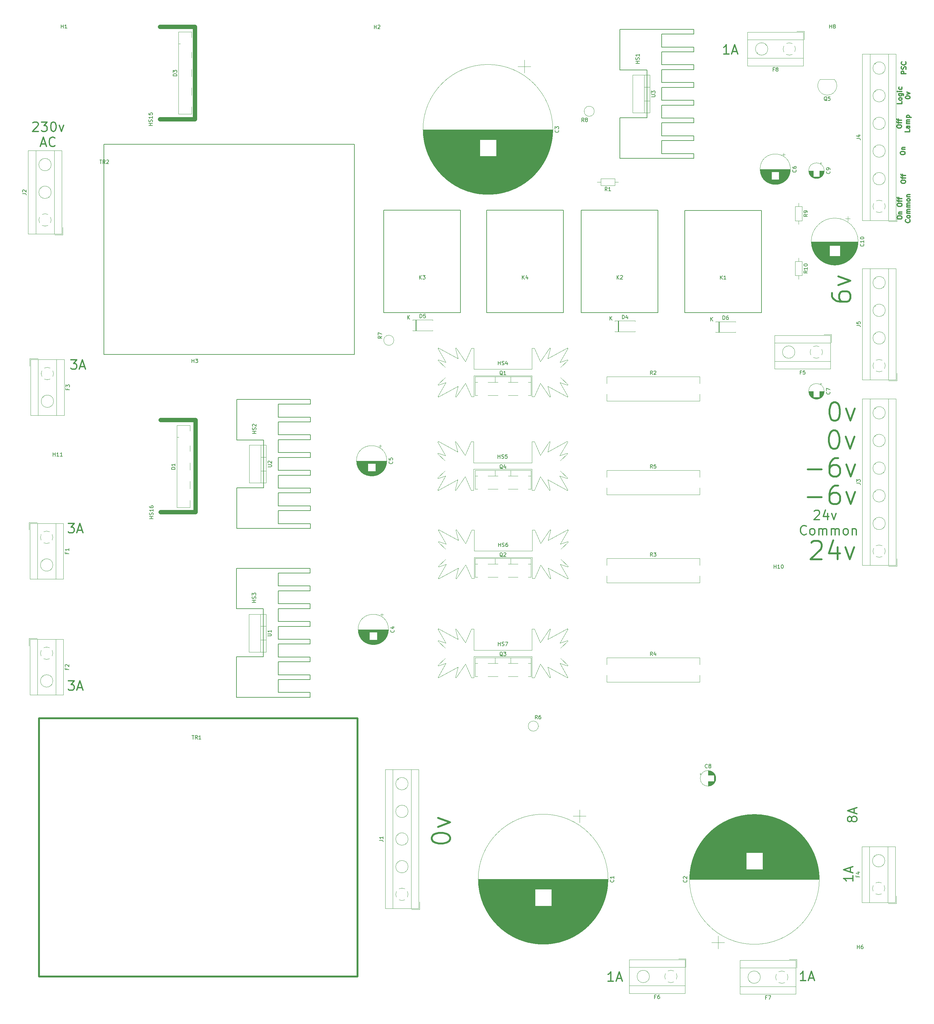
<source format=gbr>
G04 #@! TF.GenerationSoftware,KiCad,Pcbnew,(5.0.0)*
G04 #@! TF.CreationDate,2019-08-30T23:03:00+01:00*
G04 #@! TF.ProjectId,PSU,5053552E6B696361645F706362000000,rev?*
G04 #@! TF.SameCoordinates,Original*
G04 #@! TF.FileFunction,Legend,Top*
G04 #@! TF.FilePolarity,Positive*
%FSLAX46Y46*%
G04 Gerber Fmt 4.6, Leading zero omitted, Abs format (unit mm)*
G04 Created by KiCad (PCBNEW (5.0.0)) date 08/30/19 23:03:00*
%MOMM*%
%LPD*%
G01*
G04 APERTURE LIST*
%ADD10C,0.300000*%
%ADD11C,0.500000*%
%ADD12C,0.120000*%
%ADD13C,1.200000*%
%ADD14C,0.150000*%
G04 APERTURE END LIST*
D10*
X268138123Y-42745780D02*
X266868123Y-42745780D01*
X266868123Y-42261971D01*
X266928600Y-42141019D01*
X266989076Y-42080542D01*
X267110028Y-42020066D01*
X267291457Y-42020066D01*
X267412409Y-42080542D01*
X267472885Y-42141019D01*
X267533361Y-42261971D01*
X267533361Y-42745780D01*
X268077647Y-41536257D02*
X268138123Y-41354828D01*
X268138123Y-41052447D01*
X268077647Y-40931495D01*
X268017171Y-40871019D01*
X267896219Y-40810542D01*
X267775266Y-40810542D01*
X267654314Y-40871019D01*
X267593838Y-40931495D01*
X267533361Y-41052447D01*
X267472885Y-41294352D01*
X267412409Y-41415304D01*
X267351933Y-41475780D01*
X267230980Y-41536257D01*
X267110028Y-41536257D01*
X266989076Y-41475780D01*
X266928600Y-41415304D01*
X266868123Y-41294352D01*
X266868123Y-40991971D01*
X266928600Y-40810542D01*
X268017171Y-39540542D02*
X268077647Y-39601019D01*
X268138123Y-39782447D01*
X268138123Y-39903400D01*
X268077647Y-40084828D01*
X267956695Y-40205780D01*
X267835742Y-40266257D01*
X267593838Y-40326733D01*
X267412409Y-40326733D01*
X267170504Y-40266257D01*
X267049552Y-40205780D01*
X266928600Y-40084828D01*
X266868123Y-39903400D01*
X266868123Y-39782447D01*
X266928600Y-39601019D01*
X266989076Y-39540542D01*
X267035623Y-50269019D02*
X267035623Y-50873780D01*
X265765623Y-50873780D01*
X267035623Y-49664257D02*
X266975147Y-49785209D01*
X266914671Y-49845685D01*
X266793719Y-49906161D01*
X266430861Y-49906161D01*
X266309909Y-49845685D01*
X266249433Y-49785209D01*
X266188957Y-49664257D01*
X266188957Y-49482828D01*
X266249433Y-49361876D01*
X266309909Y-49301400D01*
X266430861Y-49240923D01*
X266793719Y-49240923D01*
X266914671Y-49301400D01*
X266975147Y-49361876D01*
X267035623Y-49482828D01*
X267035623Y-49664257D01*
X266188957Y-48152352D02*
X267217052Y-48152352D01*
X267338004Y-48212828D01*
X267398480Y-48273304D01*
X267458957Y-48394257D01*
X267458957Y-48575685D01*
X267398480Y-48696638D01*
X266975147Y-48152352D02*
X267035623Y-48273304D01*
X267035623Y-48515209D01*
X266975147Y-48636161D01*
X266914671Y-48696638D01*
X266793719Y-48757114D01*
X266430861Y-48757114D01*
X266309909Y-48696638D01*
X266249433Y-48636161D01*
X266188957Y-48515209D01*
X266188957Y-48273304D01*
X266249433Y-48152352D01*
X267035623Y-47547590D02*
X266188957Y-47547590D01*
X265765623Y-47547590D02*
X265826100Y-47608066D01*
X265886576Y-47547590D01*
X265826100Y-47487114D01*
X265765623Y-47547590D01*
X265886576Y-47547590D01*
X266975147Y-46398542D02*
X267035623Y-46519495D01*
X267035623Y-46761400D01*
X266975147Y-46882352D01*
X266914671Y-46942828D01*
X266793719Y-47003304D01*
X266430861Y-47003304D01*
X266309909Y-46942828D01*
X266249433Y-46882352D01*
X266188957Y-46761400D01*
X266188957Y-46519495D01*
X266249433Y-46398542D01*
X267970623Y-49210685D02*
X267970623Y-49089733D01*
X268031100Y-48968780D01*
X268091576Y-48908304D01*
X268212528Y-48847828D01*
X268454433Y-48787352D01*
X268756814Y-48787352D01*
X268998719Y-48847828D01*
X269119671Y-48908304D01*
X269180147Y-48968780D01*
X269240623Y-49089733D01*
X269240623Y-49210685D01*
X269180147Y-49331638D01*
X269119671Y-49392114D01*
X268998719Y-49452590D01*
X268756814Y-49513066D01*
X268454433Y-49513066D01*
X268212528Y-49452590D01*
X268091576Y-49392114D01*
X268031100Y-49331638D01*
X267970623Y-49210685D01*
X268393957Y-48364019D02*
X269240623Y-48061638D01*
X268393957Y-47759257D01*
X265638623Y-57133066D02*
X265638623Y-56891161D01*
X265699100Y-56770209D01*
X265820052Y-56649257D01*
X266061957Y-56588780D01*
X266485290Y-56588780D01*
X266727195Y-56649257D01*
X266848147Y-56770209D01*
X266908623Y-56891161D01*
X266908623Y-57133066D01*
X266848147Y-57254019D01*
X266727195Y-57374971D01*
X266485290Y-57435447D01*
X266061957Y-57435447D01*
X265820052Y-57374971D01*
X265699100Y-57254019D01*
X265638623Y-57133066D01*
X266061957Y-56225923D02*
X266061957Y-55742114D01*
X266908623Y-56044495D02*
X265820052Y-56044495D01*
X265699100Y-55984019D01*
X265638623Y-55863066D01*
X265638623Y-55742114D01*
X266061957Y-55500209D02*
X266061957Y-55016400D01*
X266908623Y-55318780D02*
X265820052Y-55318780D01*
X265699100Y-55258304D01*
X265638623Y-55137352D01*
X265638623Y-55016400D01*
X269113623Y-57889019D02*
X269113623Y-58493780D01*
X267843623Y-58493780D01*
X269113623Y-56921400D02*
X268448385Y-56921400D01*
X268327433Y-56981876D01*
X268266957Y-57102828D01*
X268266957Y-57344733D01*
X268327433Y-57465685D01*
X269053147Y-56921400D02*
X269113623Y-57042352D01*
X269113623Y-57344733D01*
X269053147Y-57465685D01*
X268932195Y-57526161D01*
X268811242Y-57526161D01*
X268690290Y-57465685D01*
X268629814Y-57344733D01*
X268629814Y-57042352D01*
X268569338Y-56921400D01*
X269113623Y-56316638D02*
X268266957Y-56316638D01*
X268387909Y-56316638D02*
X268327433Y-56256161D01*
X268266957Y-56135209D01*
X268266957Y-55953780D01*
X268327433Y-55832828D01*
X268448385Y-55772352D01*
X269113623Y-55772352D01*
X268448385Y-55772352D02*
X268327433Y-55711876D01*
X268266957Y-55590923D01*
X268266957Y-55409495D01*
X268327433Y-55288542D01*
X268448385Y-55228066D01*
X269113623Y-55228066D01*
X268266957Y-54623304D02*
X269536957Y-54623304D01*
X268327433Y-54623304D02*
X268266957Y-54502352D01*
X268266957Y-54260447D01*
X268327433Y-54139495D01*
X268387909Y-54079019D01*
X268508861Y-54018542D01*
X268871719Y-54018542D01*
X268992671Y-54079019D01*
X269053147Y-54139495D01*
X269113623Y-54260447D01*
X269113623Y-54502352D01*
X269053147Y-54623304D01*
X266614123Y-64347876D02*
X266614123Y-64105971D01*
X266674600Y-63985019D01*
X266795552Y-63864066D01*
X267037457Y-63803590D01*
X267460790Y-63803590D01*
X267702695Y-63864066D01*
X267823647Y-63985019D01*
X267884123Y-64105971D01*
X267884123Y-64347876D01*
X267823647Y-64468828D01*
X267702695Y-64589780D01*
X267460790Y-64650257D01*
X267037457Y-64650257D01*
X266795552Y-64589780D01*
X266674600Y-64468828D01*
X266614123Y-64347876D01*
X267037457Y-63259304D02*
X267884123Y-63259304D01*
X267158409Y-63259304D02*
X267097933Y-63198828D01*
X267037457Y-63077876D01*
X267037457Y-62896447D01*
X267097933Y-62775495D01*
X267218885Y-62715019D01*
X267884123Y-62715019D01*
X266741123Y-72119066D02*
X266741123Y-71877161D01*
X266801600Y-71756209D01*
X266922552Y-71635257D01*
X267164457Y-71574780D01*
X267587790Y-71574780D01*
X267829695Y-71635257D01*
X267950647Y-71756209D01*
X268011123Y-71877161D01*
X268011123Y-72119066D01*
X267950647Y-72240019D01*
X267829695Y-72360971D01*
X267587790Y-72421447D01*
X267164457Y-72421447D01*
X266922552Y-72360971D01*
X266801600Y-72240019D01*
X266741123Y-72119066D01*
X267164457Y-71211923D02*
X267164457Y-70728114D01*
X268011123Y-71030495D02*
X266922552Y-71030495D01*
X266801600Y-70970019D01*
X266741123Y-70849066D01*
X266741123Y-70728114D01*
X267164457Y-70486209D02*
X267164457Y-70002400D01*
X268011123Y-70304780D02*
X266922552Y-70304780D01*
X266801600Y-70244304D01*
X266741123Y-70123352D01*
X266741123Y-70002400D01*
X265765623Y-81843638D02*
X265765623Y-81601733D01*
X265826100Y-81480780D01*
X265947052Y-81359828D01*
X266188957Y-81299352D01*
X266612290Y-81299352D01*
X266854195Y-81359828D01*
X266975147Y-81480780D01*
X267035623Y-81601733D01*
X267035623Y-81843638D01*
X266975147Y-81964590D01*
X266854195Y-82085542D01*
X266612290Y-82146019D01*
X266188957Y-82146019D01*
X265947052Y-82085542D01*
X265826100Y-81964590D01*
X265765623Y-81843638D01*
X266188957Y-80755066D02*
X267035623Y-80755066D01*
X266309909Y-80755066D02*
X266249433Y-80694590D01*
X266188957Y-80573638D01*
X266188957Y-80392209D01*
X266249433Y-80271257D01*
X266370385Y-80210780D01*
X267035623Y-80210780D01*
X265765623Y-78396495D02*
X265765623Y-78154590D01*
X265826100Y-78033638D01*
X265947052Y-77912685D01*
X266188957Y-77852209D01*
X266612290Y-77852209D01*
X266854195Y-77912685D01*
X266975147Y-78033638D01*
X267035623Y-78154590D01*
X267035623Y-78396495D01*
X266975147Y-78517447D01*
X266854195Y-78638400D01*
X266612290Y-78698876D01*
X266188957Y-78698876D01*
X265947052Y-78638400D01*
X265826100Y-78517447D01*
X265765623Y-78396495D01*
X266188957Y-77489352D02*
X266188957Y-77005542D01*
X267035623Y-77307923D02*
X265947052Y-77307923D01*
X265826100Y-77247447D01*
X265765623Y-77126495D01*
X265765623Y-77005542D01*
X266188957Y-76763638D02*
X266188957Y-76279828D01*
X267035623Y-76582209D02*
X265947052Y-76582209D01*
X265826100Y-76521733D01*
X265765623Y-76400780D01*
X265765623Y-76279828D01*
X269119671Y-82297209D02*
X269180147Y-82357685D01*
X269240623Y-82539114D01*
X269240623Y-82660066D01*
X269180147Y-82841495D01*
X269059195Y-82962447D01*
X268938242Y-83022923D01*
X268696338Y-83083400D01*
X268514909Y-83083400D01*
X268273004Y-83022923D01*
X268152052Y-82962447D01*
X268031100Y-82841495D01*
X267970623Y-82660066D01*
X267970623Y-82539114D01*
X268031100Y-82357685D01*
X268091576Y-82297209D01*
X269240623Y-81571495D02*
X269180147Y-81692447D01*
X269119671Y-81752923D01*
X268998719Y-81813400D01*
X268635861Y-81813400D01*
X268514909Y-81752923D01*
X268454433Y-81692447D01*
X268393957Y-81571495D01*
X268393957Y-81390066D01*
X268454433Y-81269114D01*
X268514909Y-81208638D01*
X268635861Y-81148161D01*
X268998719Y-81148161D01*
X269119671Y-81208638D01*
X269180147Y-81269114D01*
X269240623Y-81390066D01*
X269240623Y-81571495D01*
X269240623Y-80603876D02*
X268393957Y-80603876D01*
X268514909Y-80603876D02*
X268454433Y-80543400D01*
X268393957Y-80422447D01*
X268393957Y-80241019D01*
X268454433Y-80120066D01*
X268575385Y-80059590D01*
X269240623Y-80059590D01*
X268575385Y-80059590D02*
X268454433Y-79999114D01*
X268393957Y-79878161D01*
X268393957Y-79696733D01*
X268454433Y-79575780D01*
X268575385Y-79515304D01*
X269240623Y-79515304D01*
X269240623Y-78910542D02*
X268393957Y-78910542D01*
X268514909Y-78910542D02*
X268454433Y-78850066D01*
X268393957Y-78729114D01*
X268393957Y-78547685D01*
X268454433Y-78426733D01*
X268575385Y-78366257D01*
X269240623Y-78366257D01*
X268575385Y-78366257D02*
X268454433Y-78305780D01*
X268393957Y-78184828D01*
X268393957Y-78003400D01*
X268454433Y-77882447D01*
X268575385Y-77821971D01*
X269240623Y-77821971D01*
X269240623Y-77035780D02*
X269180147Y-77156733D01*
X269119671Y-77217209D01*
X268998719Y-77277685D01*
X268635861Y-77277685D01*
X268514909Y-77217209D01*
X268454433Y-77156733D01*
X268393957Y-77035780D01*
X268393957Y-76854352D01*
X268454433Y-76733400D01*
X268514909Y-76672923D01*
X268635861Y-76612447D01*
X268998719Y-76612447D01*
X269119671Y-76672923D01*
X269180147Y-76733400D01*
X269240623Y-76854352D01*
X269240623Y-77035780D01*
X268393957Y-76068161D02*
X269240623Y-76068161D01*
X268514909Y-76068161D02*
X268454433Y-76007685D01*
X268393957Y-75886733D01*
X268393957Y-75705304D01*
X268454433Y-75584352D01*
X268575385Y-75523876D01*
X269240623Y-75523876D01*
X253354719Y-245068876D02*
X253233766Y-245310780D01*
X253112814Y-245431733D01*
X252870909Y-245552685D01*
X252749957Y-245552685D01*
X252508052Y-245431733D01*
X252387100Y-245310780D01*
X252266147Y-245068876D01*
X252266147Y-244585066D01*
X252387100Y-244343161D01*
X252508052Y-244222209D01*
X252749957Y-244101257D01*
X252870909Y-244101257D01*
X253112814Y-244222209D01*
X253233766Y-244343161D01*
X253354719Y-244585066D01*
X253354719Y-245068876D01*
X253475671Y-245310780D01*
X253596623Y-245431733D01*
X253838528Y-245552685D01*
X254322338Y-245552685D01*
X254564242Y-245431733D01*
X254685195Y-245310780D01*
X254806147Y-245068876D01*
X254806147Y-244585066D01*
X254685195Y-244343161D01*
X254564242Y-244222209D01*
X254322338Y-244101257D01*
X253838528Y-244101257D01*
X253596623Y-244222209D01*
X253475671Y-244343161D01*
X253354719Y-244585066D01*
X254080433Y-243133638D02*
X254080433Y-241924114D01*
X254806147Y-243375542D02*
X252266147Y-242528876D01*
X254806147Y-241682209D01*
X40774861Y-207358947D02*
X42347242Y-207358947D01*
X41500576Y-208326566D01*
X41863433Y-208326566D01*
X42105338Y-208447519D01*
X42226290Y-208568471D01*
X42347242Y-208810376D01*
X42347242Y-209415138D01*
X42226290Y-209657042D01*
X42105338Y-209777995D01*
X41863433Y-209898947D01*
X41137719Y-209898947D01*
X40895814Y-209777995D01*
X40774861Y-209657042D01*
X43314861Y-209173233D02*
X44524385Y-209173233D01*
X43072957Y-209898947D02*
X43919623Y-207358947D01*
X44766290Y-209898947D01*
X40774861Y-164686947D02*
X42347242Y-164686947D01*
X41500576Y-165654566D01*
X41863433Y-165654566D01*
X42105338Y-165775519D01*
X42226290Y-165896471D01*
X42347242Y-166138376D01*
X42347242Y-166743138D01*
X42226290Y-166985042D01*
X42105338Y-167105995D01*
X41863433Y-167226947D01*
X41137719Y-167226947D01*
X40895814Y-167105995D01*
X40774861Y-166985042D01*
X43314861Y-166501233D02*
X44524385Y-166501233D01*
X43072957Y-167226947D02*
X43919623Y-164686947D01*
X44766290Y-167226947D01*
X41473361Y-120300447D02*
X43045742Y-120300447D01*
X42199076Y-121268066D01*
X42561933Y-121268066D01*
X42803838Y-121389019D01*
X42924790Y-121509971D01*
X43045742Y-121751876D01*
X43045742Y-122356638D01*
X42924790Y-122598542D01*
X42803838Y-122719495D01*
X42561933Y-122840447D01*
X41836219Y-122840447D01*
X41594314Y-122719495D01*
X41473361Y-122598542D01*
X44013361Y-122114733D02*
X45222885Y-122114733D01*
X43771457Y-122840447D02*
X44618123Y-120300447D01*
X45464790Y-122840447D01*
X31168219Y-56066852D02*
X31289171Y-55945900D01*
X31531076Y-55824947D01*
X32135838Y-55824947D01*
X32377742Y-55945900D01*
X32498695Y-56066852D01*
X32619647Y-56308757D01*
X32619647Y-56550661D01*
X32498695Y-56913519D01*
X31047266Y-58364947D01*
X32619647Y-58364947D01*
X33466314Y-55824947D02*
X35038695Y-55824947D01*
X34192028Y-56792566D01*
X34554885Y-56792566D01*
X34796790Y-56913519D01*
X34917742Y-57034471D01*
X35038695Y-57276376D01*
X35038695Y-57881138D01*
X34917742Y-58123042D01*
X34796790Y-58243995D01*
X34554885Y-58364947D01*
X33829171Y-58364947D01*
X33587266Y-58243995D01*
X33466314Y-58123042D01*
X36611076Y-55824947D02*
X36852980Y-55824947D01*
X37094885Y-55945900D01*
X37215838Y-56066852D01*
X37336790Y-56308757D01*
X37457742Y-56792566D01*
X37457742Y-57397328D01*
X37336790Y-57881138D01*
X37215838Y-58123042D01*
X37094885Y-58243995D01*
X36852980Y-58364947D01*
X36611076Y-58364947D01*
X36369171Y-58243995D01*
X36248219Y-58123042D01*
X36127266Y-57881138D01*
X36006314Y-57397328D01*
X36006314Y-56792566D01*
X36127266Y-56308757D01*
X36248219Y-56066852D01*
X36369171Y-55945900D01*
X36611076Y-55824947D01*
X38304409Y-56671614D02*
X38909171Y-58364947D01*
X39513933Y-56671614D01*
X33405838Y-61749233D02*
X34615361Y-61749233D01*
X33163933Y-62474947D02*
X34010600Y-59934947D01*
X34857266Y-62474947D01*
X37155361Y-62233042D02*
X37034409Y-62353995D01*
X36671552Y-62474947D01*
X36429647Y-62474947D01*
X36066790Y-62353995D01*
X35824885Y-62112090D01*
X35703933Y-61870185D01*
X35582980Y-61386376D01*
X35582980Y-61023519D01*
X35703933Y-60539709D01*
X35824885Y-60297804D01*
X36066790Y-60055900D01*
X36429647Y-59934947D01*
X36671552Y-59934947D01*
X37034409Y-60055900D01*
X37155361Y-60176852D01*
X188714742Y-288765947D02*
X187263314Y-288765947D01*
X187989028Y-288765947D02*
X187989028Y-286225947D01*
X187747123Y-286588804D01*
X187505219Y-286830709D01*
X187263314Y-286951661D01*
X189682361Y-288040233D02*
X190891885Y-288040233D01*
X189440457Y-288765947D02*
X190287123Y-286225947D01*
X191133790Y-288765947D01*
X240911742Y-288638947D02*
X239460314Y-288638947D01*
X240186028Y-288638947D02*
X240186028Y-286098947D01*
X239944123Y-286461804D01*
X239702219Y-286703709D01*
X239460314Y-286824661D01*
X241879361Y-287913233D02*
X243088885Y-287913233D01*
X241637457Y-288638947D02*
X242484123Y-286098947D01*
X243330790Y-288638947D01*
X253726647Y-260166757D02*
X253726647Y-261618185D01*
X253726647Y-260892471D02*
X251186647Y-260892471D01*
X251549504Y-261134376D01*
X251791409Y-261376280D01*
X251912361Y-261618185D01*
X253000933Y-259199138D02*
X253000933Y-257989614D01*
X253726647Y-259441042D02*
X251186647Y-258594376D01*
X253726647Y-257747709D01*
X220083742Y-37432947D02*
X218632314Y-37432947D01*
X219358028Y-37432947D02*
X219358028Y-34892947D01*
X219116123Y-35255804D01*
X218874219Y-35497709D01*
X218632314Y-35618661D01*
X221051361Y-36707233D02*
X222260885Y-36707233D01*
X220809457Y-37432947D02*
X221656123Y-34892947D01*
X222502790Y-37432947D01*
D11*
X242418314Y-169911995D02*
X242656409Y-169673900D01*
X243132600Y-169435804D01*
X244323076Y-169435804D01*
X244799266Y-169673900D01*
X245037361Y-169911995D01*
X245275457Y-170388185D01*
X245275457Y-170864376D01*
X245037361Y-171578661D01*
X242180219Y-174435804D01*
X245275457Y-174435804D01*
X249561171Y-171102471D02*
X249561171Y-174435804D01*
X248370695Y-169197709D02*
X247180219Y-172769138D01*
X250275457Y-172769138D01*
X251704028Y-171102471D02*
X252894504Y-174435804D01*
X254084980Y-171102471D01*
D10*
X243246123Y-161349852D02*
X243367076Y-161228900D01*
X243608980Y-161107947D01*
X244213742Y-161107947D01*
X244455647Y-161228900D01*
X244576600Y-161349852D01*
X244697552Y-161591757D01*
X244697552Y-161833661D01*
X244576600Y-162196519D01*
X243125171Y-163647947D01*
X244697552Y-163647947D01*
X246874695Y-161954614D02*
X246874695Y-163647947D01*
X246269933Y-160986995D02*
X245665171Y-162801280D01*
X247237552Y-162801280D01*
X247963266Y-161954614D02*
X248568028Y-163647947D01*
X249172790Y-161954614D01*
X241068980Y-167516042D02*
X240948028Y-167636995D01*
X240585171Y-167757947D01*
X240343266Y-167757947D01*
X239980409Y-167636995D01*
X239738504Y-167395090D01*
X239617552Y-167153185D01*
X239496600Y-166669376D01*
X239496600Y-166306519D01*
X239617552Y-165822709D01*
X239738504Y-165580804D01*
X239980409Y-165338900D01*
X240343266Y-165217947D01*
X240585171Y-165217947D01*
X240948028Y-165338900D01*
X241068980Y-165459852D01*
X242520409Y-167757947D02*
X242278504Y-167636995D01*
X242157552Y-167516042D01*
X242036600Y-167274138D01*
X242036600Y-166548423D01*
X242157552Y-166306519D01*
X242278504Y-166185566D01*
X242520409Y-166064614D01*
X242883266Y-166064614D01*
X243125171Y-166185566D01*
X243246123Y-166306519D01*
X243367076Y-166548423D01*
X243367076Y-167274138D01*
X243246123Y-167516042D01*
X243125171Y-167636995D01*
X242883266Y-167757947D01*
X242520409Y-167757947D01*
X244455647Y-167757947D02*
X244455647Y-166064614D01*
X244455647Y-166306519D02*
X244576600Y-166185566D01*
X244818504Y-166064614D01*
X245181361Y-166064614D01*
X245423266Y-166185566D01*
X245544219Y-166427471D01*
X245544219Y-167757947D01*
X245544219Y-166427471D02*
X245665171Y-166185566D01*
X245907076Y-166064614D01*
X246269933Y-166064614D01*
X246511838Y-166185566D01*
X246632790Y-166427471D01*
X246632790Y-167757947D01*
X247842314Y-167757947D02*
X247842314Y-166064614D01*
X247842314Y-166306519D02*
X247963266Y-166185566D01*
X248205171Y-166064614D01*
X248568028Y-166064614D01*
X248809933Y-166185566D01*
X248930885Y-166427471D01*
X248930885Y-167757947D01*
X248930885Y-166427471D02*
X249051838Y-166185566D01*
X249293742Y-166064614D01*
X249656600Y-166064614D01*
X249898504Y-166185566D01*
X250019457Y-166427471D01*
X250019457Y-167757947D01*
X251591838Y-167757947D02*
X251349933Y-167636995D01*
X251228980Y-167516042D01*
X251108028Y-167274138D01*
X251108028Y-166548423D01*
X251228980Y-166306519D01*
X251349933Y-166185566D01*
X251591838Y-166064614D01*
X251954695Y-166064614D01*
X252196600Y-166185566D01*
X252317552Y-166306519D01*
X252438504Y-166548423D01*
X252438504Y-167274138D01*
X252317552Y-167516042D01*
X252196600Y-167636995D01*
X251954695Y-167757947D01*
X251591838Y-167757947D01*
X253527076Y-166064614D02*
X253527076Y-167757947D01*
X253527076Y-166306519D02*
X253648028Y-166185566D01*
X253889933Y-166064614D01*
X254252790Y-166064614D01*
X254494695Y-166185566D01*
X254615647Y-166427471D01*
X254615647Y-167757947D01*
D11*
X241434123Y-157545042D02*
X245243647Y-157545042D01*
X249767457Y-154449804D02*
X248815076Y-154449804D01*
X248338885Y-154687900D01*
X248100790Y-154925995D01*
X247624600Y-155640280D01*
X247386504Y-156592661D01*
X247386504Y-158497423D01*
X247624600Y-158973614D01*
X247862695Y-159211709D01*
X248338885Y-159449804D01*
X249291266Y-159449804D01*
X249767457Y-159211709D01*
X250005552Y-158973614D01*
X250243647Y-158497423D01*
X250243647Y-157306947D01*
X250005552Y-156830757D01*
X249767457Y-156592661D01*
X249291266Y-156354566D01*
X248338885Y-156354566D01*
X247862695Y-156592661D01*
X247624600Y-156830757D01*
X247386504Y-157306947D01*
X251910314Y-156116471D02*
X253100790Y-159449804D01*
X254291266Y-156116471D01*
X241434123Y-150052042D02*
X245243647Y-150052042D01*
X249767457Y-146956804D02*
X248815076Y-146956804D01*
X248338885Y-147194900D01*
X248100790Y-147432995D01*
X247624600Y-148147280D01*
X247386504Y-149099661D01*
X247386504Y-151004423D01*
X247624600Y-151480614D01*
X247862695Y-151718709D01*
X248338885Y-151956804D01*
X249291266Y-151956804D01*
X249767457Y-151718709D01*
X250005552Y-151480614D01*
X250243647Y-151004423D01*
X250243647Y-149813947D01*
X250005552Y-149337757D01*
X249767457Y-149099661D01*
X249291266Y-148861566D01*
X248338885Y-148861566D01*
X247862695Y-149099661D01*
X247624600Y-149337757D01*
X247386504Y-149813947D01*
X251910314Y-148623471D02*
X253100790Y-151956804D01*
X254291266Y-148623471D01*
X248402742Y-139463804D02*
X248878933Y-139463804D01*
X249355123Y-139701900D01*
X249593219Y-139939995D01*
X249831314Y-140416185D01*
X250069409Y-141368566D01*
X250069409Y-142559042D01*
X249831314Y-143511423D01*
X249593219Y-143987614D01*
X249355123Y-144225709D01*
X248878933Y-144463804D01*
X248402742Y-144463804D01*
X247926552Y-144225709D01*
X247688457Y-143987614D01*
X247450361Y-143511423D01*
X247212266Y-142559042D01*
X247212266Y-141368566D01*
X247450361Y-140416185D01*
X247688457Y-139939995D01*
X247926552Y-139701900D01*
X248402742Y-139463804D01*
X251736076Y-141130471D02*
X252926552Y-144463804D01*
X254117028Y-141130471D01*
X248529742Y-131843804D02*
X249005933Y-131843804D01*
X249482123Y-132081900D01*
X249720219Y-132319995D01*
X249958314Y-132796185D01*
X250196409Y-133748566D01*
X250196409Y-134939042D01*
X249958314Y-135891423D01*
X249720219Y-136367614D01*
X249482123Y-136605709D01*
X249005933Y-136843804D01*
X248529742Y-136843804D01*
X248053552Y-136605709D01*
X247815457Y-136367614D01*
X247577361Y-135891423D01*
X247339266Y-134939042D01*
X247339266Y-133748566D01*
X247577361Y-132796185D01*
X247815457Y-132319995D01*
X248053552Y-132081900D01*
X248529742Y-131843804D01*
X251863076Y-133510471D02*
X253053552Y-136843804D01*
X254244028Y-133510471D01*
X139400304Y-250250057D02*
X139400304Y-249773866D01*
X139638400Y-249297676D01*
X139876495Y-249059580D01*
X140352685Y-248821485D01*
X141305066Y-248583390D01*
X142495542Y-248583390D01*
X143447923Y-248821485D01*
X143924114Y-249059580D01*
X144162209Y-249297676D01*
X144400304Y-249773866D01*
X144400304Y-250250057D01*
X144162209Y-250726247D01*
X143924114Y-250964342D01*
X143447923Y-251202438D01*
X142495542Y-251440533D01*
X141305066Y-251440533D01*
X140352685Y-251202438D01*
X139876495Y-250964342D01*
X139638400Y-250726247D01*
X139400304Y-250250057D01*
X141066971Y-246916723D02*
X144400304Y-245726247D01*
X141066971Y-244535771D01*
X248061504Y-102196780D02*
X248061504Y-103149161D01*
X248299600Y-103625352D01*
X248537695Y-103863447D01*
X249251980Y-104339638D01*
X250204361Y-104577733D01*
X252109123Y-104577733D01*
X252585314Y-104339638D01*
X252823409Y-104101542D01*
X253061504Y-103625352D01*
X253061504Y-102672971D01*
X252823409Y-102196780D01*
X252585314Y-101958685D01*
X252109123Y-101720590D01*
X250918647Y-101720590D01*
X250442457Y-101958685D01*
X250204361Y-102196780D01*
X249966266Y-102672971D01*
X249966266Y-103625352D01*
X250204361Y-104101542D01*
X250442457Y-104339638D01*
X250918647Y-104577733D01*
X249728171Y-100053923D02*
X253061504Y-98863447D01*
X249728171Y-97672971D01*
D12*
G04 #@! TO.C,D1*
X73818600Y-138066400D02*
X73818600Y-139566400D01*
X73818600Y-143566400D02*
X73818600Y-145066400D01*
X73818600Y-148266400D02*
X73818600Y-150166400D01*
X73818600Y-153266400D02*
X73818600Y-155266400D01*
X73818600Y-158366400D02*
X73818600Y-160366400D01*
X73818600Y-160366400D02*
X70218600Y-160366400D01*
X70218600Y-160366400D02*
X70218600Y-138066400D01*
X70218600Y-138066400D02*
X73818600Y-138066400D01*
X70218600Y-141266400D02*
X70718600Y-141266400D01*
G04 #@! TO.C,D3*
X74263100Y-31386900D02*
X74263100Y-32886900D01*
X74263100Y-36886900D02*
X74263100Y-38386900D01*
X74263100Y-41586900D02*
X74263100Y-43486900D01*
X74263100Y-46586900D02*
X74263100Y-48586900D01*
X74263100Y-51686900D02*
X74263100Y-53686900D01*
X74263100Y-53686900D02*
X70663100Y-53686900D01*
X70663100Y-53686900D02*
X70663100Y-31386900D01*
X70663100Y-31386900D02*
X74263100Y-31386900D01*
X70663100Y-34586900D02*
X71163100Y-34586900D01*
D13*
G04 #@! TO.C,HS16*
X65839600Y-161632400D02*
X75339600Y-161632400D01*
X75339600Y-161632400D02*
X75339600Y-136632400D01*
X75339600Y-136632400D02*
X65839600Y-136632400D01*
G04 #@! TO.C,HS15*
X65649100Y-55079900D02*
X75149100Y-55079900D01*
X75149100Y-55079900D02*
X75149100Y-30079900D01*
X75149100Y-30079900D02*
X65649100Y-30079900D01*
D11*
G04 #@! TO.C,TR1*
X32804100Y-217512400D02*
X119304100Y-217512400D01*
X119304100Y-217512400D02*
X119304100Y-287512400D01*
X119304100Y-287512400D02*
X32804100Y-287512400D01*
X32804100Y-287512400D02*
X32804100Y-217512400D01*
D14*
G04 #@! TO.C,TR2*
X50457100Y-118874400D02*
X50457100Y-61874400D01*
X118457100Y-118874400D02*
X50457100Y-118874400D01*
X118457100Y-61874400D02*
X118457100Y-118874400D01*
X50457100Y-61874400D02*
X118457100Y-61874400D01*
G04 #@! TO.C,K1*
X228886600Y-79823200D02*
X228886600Y-107523200D01*
X208086600Y-107523200D02*
X228886600Y-107523200D01*
X208086600Y-79823200D02*
X208086600Y-107523200D01*
X208086600Y-79823200D02*
X228886600Y-79823200D01*
G04 #@! TO.C,K2*
X200807600Y-79772400D02*
X200807600Y-107472400D01*
X180007600Y-107472400D02*
X200807600Y-107472400D01*
X180007600Y-79772400D02*
X180007600Y-107472400D01*
X180007600Y-79772400D02*
X200807600Y-79772400D01*
G04 #@! TO.C,K4*
X175140600Y-79772400D02*
X175140600Y-107472400D01*
X154340600Y-107472400D02*
X175140600Y-107472400D01*
X154340600Y-79772400D02*
X154340600Y-107472400D01*
X154340600Y-79772400D02*
X175140600Y-79772400D01*
G04 #@! TO.C,K3*
X147213600Y-79772400D02*
X147213600Y-107472400D01*
X126413600Y-107472400D02*
X147213600Y-107472400D01*
X126413600Y-79772400D02*
X126413600Y-107472400D01*
X126413600Y-79772400D02*
X147213600Y-79772400D01*
G04 #@! TO.C,HS3*
X97732100Y-206997900D02*
X97732100Y-210497900D01*
X97732100Y-202185400D02*
X97732100Y-205685400D01*
X97732100Y-197372900D02*
X97732100Y-200872900D01*
X97732100Y-192560400D02*
X97732100Y-196060400D01*
X97732100Y-187747900D02*
X97732100Y-191247900D01*
X97732100Y-182935400D02*
X97732100Y-186435400D01*
X97732100Y-178122900D02*
X97732100Y-181622900D01*
X106432100Y-178122900D02*
X97732100Y-178122900D01*
X106432100Y-181622900D02*
X97732100Y-181622900D01*
X106432100Y-186435400D02*
X97732100Y-186435400D01*
X106432100Y-182935400D02*
X97732100Y-182935400D01*
X106432100Y-187747900D02*
X97732100Y-187747900D01*
X106432100Y-191247900D02*
X97732100Y-191247900D01*
X106432100Y-210497900D02*
X97732100Y-210497900D01*
X106432100Y-206997900D02*
X97732100Y-206997900D01*
X106432100Y-205685400D02*
X97732100Y-205685400D01*
X106432100Y-202185400D02*
X97732100Y-202185400D01*
X106432100Y-200872900D02*
X97732100Y-200872900D01*
X106432100Y-197372900D02*
X97732100Y-197372900D01*
X106432100Y-196060400D02*
X97732100Y-196060400D01*
X106432100Y-192560400D02*
X97732100Y-192560400D01*
X106432100Y-205685400D02*
X106432100Y-206997900D01*
X106432100Y-200872900D02*
X106432100Y-202185400D01*
X106432100Y-210497900D02*
X106432100Y-211810400D01*
X106432100Y-196060400D02*
X106432100Y-197372900D01*
X106432100Y-191247900D02*
X106432100Y-192560400D01*
X106432100Y-186435400D02*
X106432100Y-187747900D01*
X106432100Y-181622900D02*
X106432100Y-182935400D01*
X106432100Y-176810400D02*
X106432100Y-178122900D01*
X86432100Y-211810400D02*
X106432100Y-211810400D01*
X86432100Y-176810400D02*
X106432100Y-176810400D01*
X86432100Y-200810400D02*
X86432100Y-211810400D01*
X93732100Y-200810400D02*
X86432100Y-200810400D01*
X93732100Y-187810400D02*
X93732100Y-200710400D01*
X86432100Y-187810400D02*
X93732100Y-187810400D01*
X86432100Y-176810400D02*
X86432100Y-187810400D01*
G04 #@! TO.C,HS2*
X97795600Y-161213900D02*
X97795600Y-164713900D01*
X97795600Y-156401400D02*
X97795600Y-159901400D01*
X97795600Y-151588900D02*
X97795600Y-155088900D01*
X97795600Y-146776400D02*
X97795600Y-150276400D01*
X97795600Y-141963900D02*
X97795600Y-145463900D01*
X97795600Y-137151400D02*
X97795600Y-140651400D01*
X97795600Y-132338900D02*
X97795600Y-135838900D01*
X106495600Y-132338900D02*
X97795600Y-132338900D01*
X106495600Y-135838900D02*
X97795600Y-135838900D01*
X106495600Y-140651400D02*
X97795600Y-140651400D01*
X106495600Y-137151400D02*
X97795600Y-137151400D01*
X106495600Y-141963900D02*
X97795600Y-141963900D01*
X106495600Y-145463900D02*
X97795600Y-145463900D01*
X106495600Y-164713900D02*
X97795600Y-164713900D01*
X106495600Y-161213900D02*
X97795600Y-161213900D01*
X106495600Y-159901400D02*
X97795600Y-159901400D01*
X106495600Y-156401400D02*
X97795600Y-156401400D01*
X106495600Y-155088900D02*
X97795600Y-155088900D01*
X106495600Y-151588900D02*
X97795600Y-151588900D01*
X106495600Y-150276400D02*
X97795600Y-150276400D01*
X106495600Y-146776400D02*
X97795600Y-146776400D01*
X106495600Y-159901400D02*
X106495600Y-161213900D01*
X106495600Y-155088900D02*
X106495600Y-156401400D01*
X106495600Y-164713900D02*
X106495600Y-166026400D01*
X106495600Y-150276400D02*
X106495600Y-151588900D01*
X106495600Y-145463900D02*
X106495600Y-146776400D01*
X106495600Y-140651400D02*
X106495600Y-141963900D01*
X106495600Y-135838900D02*
X106495600Y-137151400D01*
X106495600Y-131026400D02*
X106495600Y-132338900D01*
X86495600Y-166026400D02*
X106495600Y-166026400D01*
X86495600Y-131026400D02*
X106495600Y-131026400D01*
X86495600Y-155026400D02*
X86495600Y-166026400D01*
X93795600Y-155026400D02*
X86495600Y-155026400D01*
X93795600Y-142026400D02*
X93795600Y-154926400D01*
X86495600Y-142026400D02*
X93795600Y-142026400D01*
X86495600Y-131026400D02*
X86495600Y-142026400D01*
G04 #@! TO.C,HS1*
X201808600Y-60884400D02*
X201808600Y-64384400D01*
X201808600Y-56071900D02*
X201808600Y-59571900D01*
X201808600Y-51259400D02*
X201808600Y-54759400D01*
X201808600Y-46446900D02*
X201808600Y-49946900D01*
X201808600Y-41634400D02*
X201808600Y-45134400D01*
X201808600Y-36821900D02*
X201808600Y-40321900D01*
X201808600Y-32009400D02*
X201808600Y-35509400D01*
X210508600Y-32009400D02*
X201808600Y-32009400D01*
X210508600Y-35509400D02*
X201808600Y-35509400D01*
X210508600Y-40321900D02*
X201808600Y-40321900D01*
X210508600Y-36821900D02*
X201808600Y-36821900D01*
X210508600Y-41634400D02*
X201808600Y-41634400D01*
X210508600Y-45134400D02*
X201808600Y-45134400D01*
X210508600Y-64384400D02*
X201808600Y-64384400D01*
X210508600Y-60884400D02*
X201808600Y-60884400D01*
X210508600Y-59571900D02*
X201808600Y-59571900D01*
X210508600Y-56071900D02*
X201808600Y-56071900D01*
X210508600Y-54759400D02*
X201808600Y-54759400D01*
X210508600Y-51259400D02*
X201808600Y-51259400D01*
X210508600Y-49946900D02*
X201808600Y-49946900D01*
X210508600Y-46446900D02*
X201808600Y-46446900D01*
X210508600Y-59571900D02*
X210508600Y-60884400D01*
X210508600Y-54759400D02*
X210508600Y-56071900D01*
X210508600Y-64384400D02*
X210508600Y-65696900D01*
X210508600Y-49946900D02*
X210508600Y-51259400D01*
X210508600Y-45134400D02*
X210508600Y-46446900D01*
X210508600Y-40321900D02*
X210508600Y-41634400D01*
X210508600Y-35509400D02*
X210508600Y-36821900D01*
X210508600Y-30696900D02*
X210508600Y-32009400D01*
X190508600Y-65696900D02*
X210508600Y-65696900D01*
X190508600Y-30696900D02*
X210508600Y-30696900D01*
X190508600Y-54696900D02*
X190508600Y-65696900D01*
X197808600Y-54696900D02*
X190508600Y-54696900D01*
X197808600Y-41696900D02*
X197808600Y-54596900D01*
X190508600Y-41696900D02*
X197808600Y-41696900D01*
X190508600Y-30696900D02*
X190508600Y-41696900D01*
D12*
G04 #@! TO.C,HS4*
X148534600Y-126613400D02*
X146034600Y-130333400D01*
X146034600Y-130333400D02*
X145854600Y-130273400D01*
X145854600Y-130273400D02*
X146514600Y-127473400D01*
X146514600Y-127473400D02*
X141214600Y-130353400D01*
X141094600Y-130233400D02*
X143244600Y-126463400D01*
X141194600Y-127143400D02*
X141104600Y-126993400D01*
X143244600Y-126463400D02*
X141194600Y-127143400D01*
X141104600Y-126993400D02*
X143064600Y-125103400D01*
X141214600Y-130353400D02*
X141094600Y-130233400D01*
X150154600Y-117123400D02*
X148544600Y-120833400D01*
X150824600Y-122873400D02*
X150824600Y-117123400D01*
X150824600Y-117123400D02*
X150154600Y-117123400D01*
X146514600Y-119973400D02*
X141214600Y-117093400D01*
X146034600Y-117113400D02*
X145854600Y-117173400D01*
X145854600Y-117173400D02*
X146514600Y-119973400D01*
X148534600Y-120833400D02*
X146034600Y-117113400D01*
X141104600Y-120453400D02*
X143064600Y-122343400D01*
X141094600Y-117213400D02*
X143244600Y-120983400D01*
X141194600Y-120303400D02*
X141104600Y-120453400D01*
X141214600Y-117093400D02*
X141094600Y-117213400D01*
X143244600Y-120983400D02*
X141194600Y-120303400D01*
X158724600Y-122873400D02*
X150824600Y-122873400D01*
X150824600Y-124573400D02*
X150824600Y-130323400D01*
X150824600Y-130323400D02*
X150154600Y-130323400D01*
X150154600Y-130323400D02*
X148544600Y-126613400D01*
X158724600Y-124573400D02*
X150824600Y-124573400D01*
X171594600Y-117173400D02*
X170934600Y-119973400D01*
X171414600Y-117113400D02*
X171594600Y-117173400D01*
X168914600Y-120833400D02*
X171414600Y-117113400D01*
X170934600Y-119973400D02*
X176234600Y-117093400D01*
X176344600Y-120453400D02*
X174384600Y-122343400D01*
X174204600Y-120983400D02*
X176254600Y-120303400D01*
X176354600Y-117213400D02*
X174204600Y-120983400D01*
X176234600Y-117093400D02*
X176354600Y-117213400D01*
X176254600Y-120303400D02*
X176344600Y-120453400D01*
X167294600Y-117123400D02*
X168904600Y-120833400D01*
X158724600Y-122873400D02*
X166624600Y-122873400D01*
X166624600Y-122873400D02*
X166624600Y-117123400D01*
X166624600Y-117123400D02*
X167294600Y-117123400D01*
X158724600Y-124573400D02*
X166624600Y-124573400D01*
X166624600Y-124573400D02*
X166624600Y-130323400D01*
X166624600Y-130323400D02*
X167294600Y-130323400D01*
X167294600Y-130323400D02*
X168904600Y-126613400D01*
X168914600Y-126613400D02*
X171414600Y-130333400D01*
X171414600Y-130333400D02*
X171594600Y-130273400D01*
X171594600Y-130273400D02*
X170934600Y-127473400D01*
X170934600Y-127473400D02*
X176234600Y-130353400D01*
X176234600Y-130353400D02*
X176354600Y-130233400D01*
X176354600Y-130233400D02*
X174204600Y-126463400D01*
X174204600Y-126463400D02*
X176254600Y-127143400D01*
X176254600Y-127143400D02*
X176344600Y-126993400D01*
X176344600Y-126993400D02*
X174384600Y-125103400D01*
G04 #@! TO.C,HS5*
X176281600Y-152330400D02*
X174321600Y-150440400D01*
X176191600Y-152480400D02*
X176281600Y-152330400D01*
X174141600Y-151800400D02*
X176191600Y-152480400D01*
X176291600Y-155570400D02*
X174141600Y-151800400D01*
X176171600Y-155690400D02*
X176291600Y-155570400D01*
X170871600Y-152810400D02*
X176171600Y-155690400D01*
X171531600Y-155610400D02*
X170871600Y-152810400D01*
X171351600Y-155670400D02*
X171531600Y-155610400D01*
X168851600Y-151950400D02*
X171351600Y-155670400D01*
X167231600Y-155660400D02*
X168841600Y-151950400D01*
X166561600Y-155660400D02*
X167231600Y-155660400D01*
X166561600Y-149910400D02*
X166561600Y-155660400D01*
X158661600Y-149910400D02*
X166561600Y-149910400D01*
X166561600Y-142460400D02*
X167231600Y-142460400D01*
X166561600Y-148210400D02*
X166561600Y-142460400D01*
X158661600Y-148210400D02*
X166561600Y-148210400D01*
X167231600Y-142460400D02*
X168841600Y-146170400D01*
X176191600Y-145640400D02*
X176281600Y-145790400D01*
X176171600Y-142430400D02*
X176291600Y-142550400D01*
X176291600Y-142550400D02*
X174141600Y-146320400D01*
X174141600Y-146320400D02*
X176191600Y-145640400D01*
X176281600Y-145790400D02*
X174321600Y-147680400D01*
X170871600Y-145310400D02*
X176171600Y-142430400D01*
X168851600Y-146170400D02*
X171351600Y-142450400D01*
X171351600Y-142450400D02*
X171531600Y-142510400D01*
X171531600Y-142510400D02*
X170871600Y-145310400D01*
X158661600Y-149910400D02*
X150761600Y-149910400D01*
X150091600Y-155660400D02*
X148481600Y-151950400D01*
X150761600Y-155660400D02*
X150091600Y-155660400D01*
X150761600Y-149910400D02*
X150761600Y-155660400D01*
X158661600Y-148210400D02*
X150761600Y-148210400D01*
X143181600Y-146320400D02*
X141131600Y-145640400D01*
X141151600Y-142430400D02*
X141031600Y-142550400D01*
X141131600Y-145640400D02*
X141041600Y-145790400D01*
X141031600Y-142550400D02*
X143181600Y-146320400D01*
X141041600Y-145790400D02*
X143001600Y-147680400D01*
X148471600Y-146170400D02*
X145971600Y-142450400D01*
X145791600Y-142510400D02*
X146451600Y-145310400D01*
X145971600Y-142450400D02*
X145791600Y-142510400D01*
X146451600Y-145310400D02*
X141151600Y-142430400D01*
X150761600Y-142460400D02*
X150091600Y-142460400D01*
X150761600Y-148210400D02*
X150761600Y-142460400D01*
X150091600Y-142460400D02*
X148481600Y-146170400D01*
X141151600Y-155690400D02*
X141031600Y-155570400D01*
X141041600Y-152330400D02*
X143001600Y-150440400D01*
X143181600Y-151800400D02*
X141131600Y-152480400D01*
X141131600Y-152480400D02*
X141041600Y-152330400D01*
X141031600Y-155570400D02*
X143181600Y-151800400D01*
X146451600Y-152810400D02*
X141151600Y-155690400D01*
X145791600Y-155610400D02*
X146451600Y-152810400D01*
X145971600Y-155670400D02*
X145791600Y-155610400D01*
X148471600Y-151950400D02*
X145971600Y-155670400D01*
G04 #@! TO.C,HS7*
X176344600Y-203130400D02*
X174384600Y-201240400D01*
X176254600Y-203280400D02*
X176344600Y-203130400D01*
X174204600Y-202600400D02*
X176254600Y-203280400D01*
X176354600Y-206370400D02*
X174204600Y-202600400D01*
X176234600Y-206490400D02*
X176354600Y-206370400D01*
X170934600Y-203610400D02*
X176234600Y-206490400D01*
X171594600Y-206410400D02*
X170934600Y-203610400D01*
X171414600Y-206470400D02*
X171594600Y-206410400D01*
X168914600Y-202750400D02*
X171414600Y-206470400D01*
X167294600Y-206460400D02*
X168904600Y-202750400D01*
X166624600Y-206460400D02*
X167294600Y-206460400D01*
X166624600Y-200710400D02*
X166624600Y-206460400D01*
X158724600Y-200710400D02*
X166624600Y-200710400D01*
X166624600Y-193260400D02*
X167294600Y-193260400D01*
X166624600Y-199010400D02*
X166624600Y-193260400D01*
X158724600Y-199010400D02*
X166624600Y-199010400D01*
X167294600Y-193260400D02*
X168904600Y-196970400D01*
X176254600Y-196440400D02*
X176344600Y-196590400D01*
X176234600Y-193230400D02*
X176354600Y-193350400D01*
X176354600Y-193350400D02*
X174204600Y-197120400D01*
X174204600Y-197120400D02*
X176254600Y-196440400D01*
X176344600Y-196590400D02*
X174384600Y-198480400D01*
X170934600Y-196110400D02*
X176234600Y-193230400D01*
X168914600Y-196970400D02*
X171414600Y-193250400D01*
X171414600Y-193250400D02*
X171594600Y-193310400D01*
X171594600Y-193310400D02*
X170934600Y-196110400D01*
X158724600Y-200710400D02*
X150824600Y-200710400D01*
X150154600Y-206460400D02*
X148544600Y-202750400D01*
X150824600Y-206460400D02*
X150154600Y-206460400D01*
X150824600Y-200710400D02*
X150824600Y-206460400D01*
X158724600Y-199010400D02*
X150824600Y-199010400D01*
X143244600Y-197120400D02*
X141194600Y-196440400D01*
X141214600Y-193230400D02*
X141094600Y-193350400D01*
X141194600Y-196440400D02*
X141104600Y-196590400D01*
X141094600Y-193350400D02*
X143244600Y-197120400D01*
X141104600Y-196590400D02*
X143064600Y-198480400D01*
X148534600Y-196970400D02*
X146034600Y-193250400D01*
X145854600Y-193310400D02*
X146514600Y-196110400D01*
X146034600Y-193250400D02*
X145854600Y-193310400D01*
X146514600Y-196110400D02*
X141214600Y-193230400D01*
X150824600Y-193260400D02*
X150154600Y-193260400D01*
X150824600Y-199010400D02*
X150824600Y-193260400D01*
X150154600Y-193260400D02*
X148544600Y-196970400D01*
X141214600Y-206490400D02*
X141094600Y-206370400D01*
X141104600Y-203130400D02*
X143064600Y-201240400D01*
X143244600Y-202600400D02*
X141194600Y-203280400D01*
X141194600Y-203280400D02*
X141104600Y-203130400D01*
X141094600Y-206370400D02*
X143244600Y-202600400D01*
X146514600Y-203610400D02*
X141214600Y-206490400D01*
X145854600Y-206410400D02*
X146514600Y-203610400D01*
X146034600Y-206470400D02*
X145854600Y-206410400D01*
X148534600Y-202750400D02*
X146034600Y-206470400D01*
G04 #@! TO.C,C1*
X181271600Y-244016398D02*
X177771600Y-244016398D01*
X179521600Y-242266398D02*
X179521600Y-245766398D01*
X170446600Y-278720400D02*
X168846600Y-278720400D01*
X171059600Y-278680400D02*
X168233600Y-278680400D01*
X171481600Y-278640400D02*
X167811600Y-278640400D01*
X171823600Y-278600400D02*
X167469600Y-278600400D01*
X172119600Y-278560400D02*
X167173600Y-278560400D01*
X172382600Y-278520400D02*
X166910600Y-278520400D01*
X172622600Y-278480400D02*
X166670600Y-278480400D01*
X172844600Y-278440400D02*
X166448600Y-278440400D01*
X173051600Y-278400400D02*
X166241600Y-278400400D01*
X173246600Y-278360400D02*
X166046600Y-278360400D01*
X173431600Y-278320400D02*
X165861600Y-278320400D01*
X173606600Y-278280400D02*
X165686600Y-278280400D01*
X173774600Y-278240400D02*
X165518600Y-278240400D01*
X173935600Y-278200400D02*
X165357600Y-278200400D01*
X174090600Y-278160400D02*
X165202600Y-278160400D01*
X174239600Y-278120400D02*
X165053600Y-278120400D01*
X174384600Y-278080400D02*
X164908600Y-278080400D01*
X174524600Y-278040400D02*
X164768600Y-278040400D01*
X174659600Y-278000400D02*
X164633600Y-278000400D01*
X174791600Y-277960400D02*
X164501600Y-277960400D01*
X174919600Y-277920400D02*
X164373600Y-277920400D01*
X175044600Y-277880400D02*
X164248600Y-277880400D01*
X175166600Y-277840400D02*
X164126600Y-277840400D01*
X175285600Y-277800400D02*
X164007600Y-277800400D01*
X175401600Y-277760400D02*
X163891600Y-277760400D01*
X175514600Y-277720400D02*
X163778600Y-277720400D01*
X175626600Y-277680400D02*
X163666600Y-277680400D01*
X175735600Y-277640400D02*
X163557600Y-277640400D01*
X175841600Y-277600400D02*
X163451600Y-277600400D01*
X175946600Y-277560400D02*
X163346600Y-277560400D01*
X176049600Y-277520400D02*
X163243600Y-277520400D01*
X176150600Y-277480400D02*
X163142600Y-277480400D01*
X176249600Y-277440400D02*
X163043600Y-277440400D01*
X176346600Y-277400400D02*
X162946600Y-277400400D01*
X176442600Y-277360400D02*
X162850600Y-277360400D01*
X176536600Y-277320400D02*
X162756600Y-277320400D01*
X176629600Y-277280400D02*
X162663600Y-277280400D01*
X176721600Y-277240400D02*
X162571600Y-277240400D01*
X176811600Y-277200400D02*
X162481600Y-277200400D01*
X176899600Y-277160400D02*
X162393600Y-277160400D01*
X176987600Y-277120400D02*
X162305600Y-277120400D01*
X177073600Y-277080400D02*
X162219600Y-277080400D01*
X177158600Y-277040400D02*
X162134600Y-277040400D01*
X177241600Y-277000400D02*
X162051600Y-277000400D01*
X177324600Y-276960400D02*
X161968600Y-276960400D01*
X177405600Y-276920400D02*
X161887600Y-276920400D01*
X177486600Y-276880400D02*
X161806600Y-276880400D01*
X177566600Y-276840400D02*
X161726600Y-276840400D01*
X177644600Y-276800400D02*
X161648600Y-276800400D01*
X177722600Y-276760400D02*
X161570600Y-276760400D01*
X177798600Y-276720400D02*
X161494600Y-276720400D01*
X177874600Y-276680400D02*
X161418600Y-276680400D01*
X177949600Y-276640400D02*
X161343600Y-276640400D01*
X178023600Y-276600400D02*
X161269600Y-276600400D01*
X178096600Y-276560400D02*
X161196600Y-276560400D01*
X178168600Y-276520400D02*
X161124600Y-276520400D01*
X178240600Y-276480400D02*
X161052600Y-276480400D01*
X178311600Y-276440400D02*
X160981600Y-276440400D01*
X178381600Y-276400400D02*
X160911600Y-276400400D01*
X178450600Y-276360400D02*
X160842600Y-276360400D01*
X178519600Y-276320400D02*
X160773600Y-276320400D01*
X178586600Y-276280400D02*
X160706600Y-276280400D01*
X178654600Y-276240400D02*
X160638600Y-276240400D01*
X178720600Y-276200400D02*
X160572600Y-276200400D01*
X178786600Y-276160400D02*
X160506600Y-276160400D01*
X178851600Y-276120400D02*
X160441600Y-276120400D01*
X178916600Y-276080400D02*
X160376600Y-276080400D01*
X178980600Y-276040400D02*
X160312600Y-276040400D01*
X179043600Y-276000400D02*
X160249600Y-276000400D01*
X179106600Y-275960400D02*
X160186600Y-275960400D01*
X179168600Y-275920400D02*
X160124600Y-275920400D01*
X179230600Y-275880400D02*
X160062600Y-275880400D01*
X179291600Y-275840400D02*
X160001600Y-275840400D01*
X179351600Y-275800400D02*
X159941600Y-275800400D01*
X179411600Y-275760400D02*
X159881600Y-275760400D01*
X179471600Y-275720400D02*
X159821600Y-275720400D01*
X179530600Y-275680400D02*
X159762600Y-275680400D01*
X179588600Y-275640400D02*
X159704600Y-275640400D01*
X179646600Y-275600400D02*
X159646600Y-275600400D01*
X179704600Y-275560400D02*
X159588600Y-275560400D01*
X179761600Y-275520400D02*
X159531600Y-275520400D01*
X179817600Y-275480400D02*
X159475600Y-275480400D01*
X179873600Y-275440400D02*
X159419600Y-275440400D01*
X179929600Y-275400400D02*
X159363600Y-275400400D01*
X179984600Y-275360400D02*
X159308600Y-275360400D01*
X180038600Y-275320400D02*
X159254600Y-275320400D01*
X180093600Y-275280400D02*
X159199600Y-275280400D01*
X180146600Y-275240400D02*
X159146600Y-275240400D01*
X180200600Y-275200400D02*
X159092600Y-275200400D01*
X180253600Y-275160400D02*
X159039600Y-275160400D01*
X180305600Y-275120400D02*
X158987600Y-275120400D01*
X180357600Y-275080400D02*
X158935600Y-275080400D01*
X180409600Y-275040400D02*
X158883600Y-275040400D01*
X180461600Y-275000400D02*
X158831600Y-275000400D01*
X180511600Y-274960400D02*
X158781600Y-274960400D01*
X180562600Y-274920400D02*
X158730600Y-274920400D01*
X180612600Y-274880400D02*
X158680600Y-274880400D01*
X180662600Y-274840400D02*
X158630600Y-274840400D01*
X180712600Y-274800400D02*
X158580600Y-274800400D01*
X180761600Y-274760400D02*
X158531600Y-274760400D01*
X180809600Y-274720400D02*
X158483600Y-274720400D01*
X180858600Y-274680400D02*
X158434600Y-274680400D01*
X180906600Y-274640400D02*
X158386600Y-274640400D01*
X180953600Y-274600400D02*
X158339600Y-274600400D01*
X181001600Y-274560400D02*
X158291600Y-274560400D01*
X181048600Y-274520400D02*
X158244600Y-274520400D01*
X181095600Y-274480400D02*
X158197600Y-274480400D01*
X181141600Y-274440400D02*
X158151600Y-274440400D01*
X181187600Y-274400400D02*
X158105600Y-274400400D01*
X181233600Y-274360400D02*
X158059600Y-274360400D01*
X181278600Y-274320400D02*
X158014600Y-274320400D01*
X181323600Y-274280400D02*
X157969600Y-274280400D01*
X181368600Y-274240400D02*
X157924600Y-274240400D01*
X181412600Y-274200400D02*
X157880600Y-274200400D01*
X181457600Y-274160400D02*
X157835600Y-274160400D01*
X181500600Y-274120400D02*
X157792600Y-274120400D01*
X181544600Y-274080400D02*
X157748600Y-274080400D01*
X181587600Y-274040400D02*
X157705600Y-274040400D01*
X181630600Y-274000400D02*
X157662600Y-274000400D01*
X181673600Y-273960400D02*
X157619600Y-273960400D01*
X181715600Y-273920400D02*
X157577600Y-273920400D01*
X181757600Y-273880400D02*
X157535600Y-273880400D01*
X181799600Y-273840400D02*
X157493600Y-273840400D01*
X181841600Y-273800400D02*
X157451600Y-273800400D01*
X181882600Y-273760400D02*
X157410600Y-273760400D01*
X181923600Y-273720400D02*
X157369600Y-273720400D01*
X181964600Y-273680400D02*
X157328600Y-273680400D01*
X182005600Y-273640400D02*
X157287600Y-273640400D01*
X182045600Y-273600400D02*
X157247600Y-273600400D01*
X182085600Y-273560400D02*
X157207600Y-273560400D01*
X182125600Y-273520400D02*
X157167600Y-273520400D01*
X182164600Y-273480400D02*
X157128600Y-273480400D01*
X182203600Y-273440400D02*
X157089600Y-273440400D01*
X182242600Y-273400400D02*
X157050600Y-273400400D01*
X182281600Y-273360400D02*
X157011600Y-273360400D01*
X182320600Y-273320400D02*
X156972600Y-273320400D01*
X182358600Y-273280400D02*
X156934600Y-273280400D01*
X182396600Y-273240400D02*
X156896600Y-273240400D01*
X182434600Y-273200400D02*
X156858600Y-273200400D01*
X182471600Y-273160400D02*
X156821600Y-273160400D01*
X182509600Y-273120400D02*
X156783600Y-273120400D01*
X182546600Y-273080400D02*
X156746600Y-273080400D01*
X182583600Y-273040400D02*
X156709600Y-273040400D01*
X182619600Y-273000400D02*
X156673600Y-273000400D01*
X182656600Y-272960400D02*
X156636600Y-272960400D01*
X182692600Y-272920400D02*
X156600600Y-272920400D01*
X182728600Y-272880400D02*
X156564600Y-272880400D01*
X182763600Y-272840400D02*
X156529600Y-272840400D01*
X182799600Y-272800400D02*
X156493600Y-272800400D01*
X182834600Y-272760400D02*
X156458600Y-272760400D01*
X182869600Y-272720400D02*
X156423600Y-272720400D01*
X182904600Y-272680400D02*
X156388600Y-272680400D01*
X182939600Y-272640400D02*
X156353600Y-272640400D01*
X182973600Y-272600400D02*
X156319600Y-272600400D01*
X183008600Y-272560400D02*
X156284600Y-272560400D01*
X183042600Y-272520400D02*
X156250600Y-272520400D01*
X183076600Y-272480400D02*
X156216600Y-272480400D01*
X183109600Y-272440400D02*
X156183600Y-272440400D01*
X183143600Y-272400400D02*
X156149600Y-272400400D01*
X183176600Y-272360400D02*
X156116600Y-272360400D01*
X183209600Y-272320400D02*
X156083600Y-272320400D01*
X183242600Y-272280400D02*
X156050600Y-272280400D01*
X183274600Y-272240400D02*
X156018600Y-272240400D01*
X183307600Y-272200400D02*
X155985600Y-272200400D01*
X183339600Y-272160400D02*
X155953600Y-272160400D01*
X183371600Y-272120400D02*
X155921600Y-272120400D01*
X183403600Y-272080400D02*
X155889600Y-272080400D01*
X183435600Y-272040400D02*
X155857600Y-272040400D01*
X183466600Y-272000400D02*
X155826600Y-272000400D01*
X183497600Y-271960400D02*
X155795600Y-271960400D01*
X183529600Y-271920400D02*
X155763600Y-271920400D01*
X183560600Y-271880400D02*
X155732600Y-271880400D01*
X183590600Y-271840400D02*
X155702600Y-271840400D01*
X183621600Y-271800400D02*
X155671600Y-271800400D01*
X183651600Y-271760400D02*
X155641600Y-271760400D01*
X183681600Y-271720400D02*
X155611600Y-271720400D01*
X183711600Y-271680400D02*
X155581600Y-271680400D01*
X183741600Y-271640400D02*
X155551600Y-271640400D01*
X183771600Y-271600400D02*
X155521600Y-271600400D01*
X183801600Y-271560400D02*
X155491600Y-271560400D01*
X183830600Y-271520400D02*
X155462600Y-271520400D01*
X183859600Y-271480400D02*
X155433600Y-271480400D01*
X183888600Y-271440400D02*
X155404600Y-271440400D01*
X183917600Y-271400400D02*
X155375600Y-271400400D01*
X183945600Y-271360400D02*
X155347600Y-271360400D01*
X183974600Y-271320400D02*
X155318600Y-271320400D01*
X184002600Y-271280400D02*
X155290600Y-271280400D01*
X184030600Y-271240400D02*
X155262600Y-271240400D01*
X184058600Y-271200400D02*
X155234600Y-271200400D01*
X184086600Y-271160400D02*
X155206600Y-271160400D01*
X184114600Y-271120400D02*
X155178600Y-271120400D01*
X184141600Y-271080400D02*
X155151600Y-271080400D01*
X184169600Y-271040400D02*
X155123600Y-271040400D01*
X184196600Y-271000400D02*
X155096600Y-271000400D01*
X184223600Y-270960400D02*
X155069600Y-270960400D01*
X184250600Y-270920400D02*
X155042600Y-270920400D01*
X184276600Y-270880400D02*
X155016600Y-270880400D01*
X184303600Y-270840400D02*
X154989600Y-270840400D01*
X184329600Y-270800400D02*
X154963600Y-270800400D01*
X184356600Y-270760400D02*
X154936600Y-270760400D01*
X184382600Y-270720400D02*
X154910600Y-270720400D01*
X184408600Y-270680400D02*
X154884600Y-270680400D01*
X184433600Y-270640400D02*
X154859600Y-270640400D01*
X184459600Y-270600400D02*
X154833600Y-270600400D01*
X184484600Y-270560400D02*
X154808600Y-270560400D01*
X184510600Y-270520400D02*
X154782600Y-270520400D01*
X184535600Y-270480400D02*
X154757600Y-270480400D01*
X184560600Y-270440400D02*
X154732600Y-270440400D01*
X184585600Y-270400400D02*
X154707600Y-270400400D01*
X184609600Y-270360400D02*
X154683600Y-270360400D01*
X184634600Y-270320400D02*
X154658600Y-270320400D01*
X184658600Y-270280400D02*
X154634600Y-270280400D01*
X184683600Y-270240400D02*
X154609600Y-270240400D01*
X184707600Y-270200400D02*
X154585600Y-270200400D01*
X184731600Y-270160400D02*
X154561600Y-270160400D01*
X184755600Y-270120400D02*
X154537600Y-270120400D01*
X184778600Y-270080400D02*
X154514600Y-270080400D01*
X184802600Y-270040400D02*
X154490600Y-270040400D01*
X184825600Y-270000400D02*
X154467600Y-270000400D01*
X184849600Y-269960400D02*
X154443600Y-269960400D01*
X184872600Y-269920400D02*
X154420600Y-269920400D01*
X184895600Y-269880400D02*
X154397600Y-269880400D01*
X184917600Y-269840400D02*
X154375600Y-269840400D01*
X184940600Y-269800400D02*
X154352600Y-269800400D01*
X184963600Y-269760400D02*
X154329600Y-269760400D01*
X184985600Y-269720400D02*
X154307600Y-269720400D01*
X185007600Y-269680400D02*
X154285600Y-269680400D01*
X185030600Y-269640400D02*
X154262600Y-269640400D01*
X185052600Y-269600400D02*
X154240600Y-269600400D01*
X185074600Y-269560400D02*
X154218600Y-269560400D01*
X185095600Y-269520400D02*
X154197600Y-269520400D01*
X185117600Y-269480400D02*
X154175600Y-269480400D01*
X185138600Y-269440400D02*
X154154600Y-269440400D01*
X185160600Y-269400400D02*
X154132600Y-269400400D01*
X185181600Y-269360400D02*
X154111600Y-269360400D01*
X185202600Y-269320400D02*
X154090600Y-269320400D01*
X185223600Y-269281400D02*
X154069600Y-269281400D01*
X185244600Y-269241400D02*
X154048600Y-269241400D01*
X185265600Y-269201400D02*
X154027600Y-269201400D01*
X185285600Y-269161400D02*
X154007600Y-269161400D01*
X185306600Y-269121400D02*
X153986600Y-269121400D01*
X185326600Y-269081400D02*
X153966600Y-269081400D01*
X185346600Y-269041400D02*
X153946600Y-269041400D01*
X185366600Y-269001400D02*
X153926600Y-269001400D01*
X185386600Y-268961400D02*
X153906600Y-268961400D01*
X185406600Y-268921400D02*
X153886600Y-268921400D01*
X185426600Y-268881400D02*
X153866600Y-268881400D01*
X185445600Y-268841400D02*
X153847600Y-268841400D01*
X185465600Y-268801400D02*
X153827600Y-268801400D01*
X185484600Y-268761400D02*
X153808600Y-268761400D01*
X185503600Y-268721400D02*
X153789600Y-268721400D01*
X185522600Y-268681400D02*
X153770600Y-268681400D01*
X185541600Y-268641400D02*
X153751600Y-268641400D01*
X185560600Y-268601400D02*
X153732600Y-268601400D01*
X185579600Y-268561400D02*
X153713600Y-268561400D01*
X185597600Y-268521400D02*
X153695600Y-268521400D01*
X185616600Y-268481400D02*
X153676600Y-268481400D01*
X185634600Y-268441400D02*
X153658600Y-268441400D01*
X185652600Y-268401400D02*
X153640600Y-268401400D01*
X185670600Y-268361400D02*
X153622600Y-268361400D01*
X167406600Y-268321400D02*
X153604600Y-268321400D01*
X185688600Y-268321400D02*
X171886600Y-268321400D01*
X167406600Y-268281400D02*
X153586600Y-268281400D01*
X185706600Y-268281400D02*
X171886600Y-268281400D01*
X167406600Y-268241400D02*
X153568600Y-268241400D01*
X185724600Y-268241400D02*
X171886600Y-268241400D01*
X167406600Y-268201400D02*
X153551600Y-268201400D01*
X185741600Y-268201400D02*
X171886600Y-268201400D01*
X167406600Y-268161400D02*
X153533600Y-268161400D01*
X185759600Y-268161400D02*
X171886600Y-268161400D01*
X167406600Y-268121400D02*
X153516600Y-268121400D01*
X185776600Y-268121400D02*
X171886600Y-268121400D01*
X167406600Y-268081400D02*
X153498600Y-268081400D01*
X185794600Y-268081400D02*
X171886600Y-268081400D01*
X167406600Y-268041400D02*
X153481600Y-268041400D01*
X185811600Y-268041400D02*
X171886600Y-268041400D01*
X167406600Y-268001400D02*
X153464600Y-268001400D01*
X185828600Y-268001400D02*
X171886600Y-268001400D01*
X167406600Y-267961400D02*
X153447600Y-267961400D01*
X185845600Y-267961400D02*
X171886600Y-267961400D01*
X167406600Y-267921400D02*
X153431600Y-267921400D01*
X185861600Y-267921400D02*
X171886600Y-267921400D01*
X167406600Y-267881400D02*
X153414600Y-267881400D01*
X185878600Y-267881400D02*
X171886600Y-267881400D01*
X167406600Y-267841400D02*
X153397600Y-267841400D01*
X185895600Y-267841400D02*
X171886600Y-267841400D01*
X167406600Y-267801400D02*
X153381600Y-267801400D01*
X185911600Y-267801400D02*
X171886600Y-267801400D01*
X167406600Y-267761400D02*
X153365600Y-267761400D01*
X185927600Y-267761400D02*
X171886600Y-267761400D01*
X167406600Y-267721400D02*
X153348600Y-267721400D01*
X185944600Y-267721400D02*
X171886600Y-267721400D01*
X167406600Y-267681400D02*
X153332600Y-267681400D01*
X185960600Y-267681400D02*
X171886600Y-267681400D01*
X167406600Y-267641400D02*
X153316600Y-267641400D01*
X185976600Y-267641400D02*
X171886600Y-267641400D01*
X167406600Y-267601400D02*
X153300600Y-267601400D01*
X185992600Y-267601400D02*
X171886600Y-267601400D01*
X167406600Y-267561400D02*
X153285600Y-267561400D01*
X186007600Y-267561400D02*
X171886600Y-267561400D01*
X167406600Y-267521400D02*
X153269600Y-267521400D01*
X186023600Y-267521400D02*
X171886600Y-267521400D01*
X167406600Y-267481400D02*
X153253600Y-267481400D01*
X186039600Y-267481400D02*
X171886600Y-267481400D01*
X167406600Y-267441400D02*
X153238600Y-267441400D01*
X186054600Y-267441400D02*
X171886600Y-267441400D01*
X167406600Y-267401400D02*
X153223600Y-267401400D01*
X186069600Y-267401400D02*
X171886600Y-267401400D01*
X167406600Y-267361400D02*
X153207600Y-267361400D01*
X186085600Y-267361400D02*
X171886600Y-267361400D01*
X167406600Y-267321400D02*
X153192600Y-267321400D01*
X186100600Y-267321400D02*
X171886600Y-267321400D01*
X167406600Y-267281400D02*
X153177600Y-267281400D01*
X186115600Y-267281400D02*
X171886600Y-267281400D01*
X167406600Y-267241400D02*
X153162600Y-267241400D01*
X186130600Y-267241400D02*
X171886600Y-267241400D01*
X167406600Y-267201400D02*
X153148600Y-267201400D01*
X186144600Y-267201400D02*
X171886600Y-267201400D01*
X167406600Y-267161400D02*
X153133600Y-267161400D01*
X186159600Y-267161400D02*
X171886600Y-267161400D01*
X167406600Y-267121400D02*
X153119600Y-267121400D01*
X186173600Y-267121400D02*
X171886600Y-267121400D01*
X167406600Y-267081400D02*
X153104600Y-267081400D01*
X186188600Y-267081400D02*
X171886600Y-267081400D01*
X167406600Y-267041400D02*
X153090600Y-267041400D01*
X186202600Y-267041400D02*
X171886600Y-267041400D01*
X167406600Y-267001400D02*
X153076600Y-267001400D01*
X186216600Y-267001400D02*
X171886600Y-267001400D01*
X167406600Y-266961400D02*
X153061600Y-266961400D01*
X186231600Y-266961400D02*
X171886600Y-266961400D01*
X167406600Y-266921400D02*
X153047600Y-266921400D01*
X186245600Y-266921400D02*
X171886600Y-266921400D01*
X167406600Y-266881400D02*
X153034600Y-266881400D01*
X186258600Y-266881400D02*
X171886600Y-266881400D01*
X167406600Y-266841400D02*
X153020600Y-266841400D01*
X186272600Y-266841400D02*
X171886600Y-266841400D01*
X167406600Y-266801400D02*
X153006600Y-266801400D01*
X186286600Y-266801400D02*
X171886600Y-266801400D01*
X167406600Y-266761400D02*
X152993600Y-266761400D01*
X186299600Y-266761400D02*
X171886600Y-266761400D01*
X167406600Y-266721400D02*
X152979600Y-266721400D01*
X186313600Y-266721400D02*
X171886600Y-266721400D01*
X167406600Y-266681400D02*
X152966600Y-266681400D01*
X186326600Y-266681400D02*
X171886600Y-266681400D01*
X167406600Y-266641400D02*
X152952600Y-266641400D01*
X186340600Y-266641400D02*
X171886600Y-266641400D01*
X167406600Y-266601400D02*
X152939600Y-266601400D01*
X186353600Y-266601400D02*
X171886600Y-266601400D01*
X167406600Y-266561400D02*
X152926600Y-266561400D01*
X186366600Y-266561400D02*
X171886600Y-266561400D01*
X167406600Y-266521400D02*
X152913600Y-266521400D01*
X186379600Y-266521400D02*
X171886600Y-266521400D01*
X167406600Y-266481400D02*
X152901600Y-266481400D01*
X186391600Y-266481400D02*
X171886600Y-266481400D01*
X167406600Y-266441400D02*
X152888600Y-266441400D01*
X186404600Y-266441400D02*
X171886600Y-266441400D01*
X167406600Y-266401400D02*
X152875600Y-266401400D01*
X186417600Y-266401400D02*
X171886600Y-266401400D01*
X167406600Y-266361400D02*
X152863600Y-266361400D01*
X186429600Y-266361400D02*
X171886600Y-266361400D01*
X167406600Y-266321400D02*
X152850600Y-266321400D01*
X186442600Y-266321400D02*
X171886600Y-266321400D01*
X167406600Y-266281400D02*
X152838600Y-266281400D01*
X186454600Y-266281400D02*
X171886600Y-266281400D01*
X167406600Y-266241400D02*
X152826600Y-266241400D01*
X186466600Y-266241400D02*
X171886600Y-266241400D01*
X167406600Y-266201400D02*
X152814600Y-266201400D01*
X186478600Y-266201400D02*
X171886600Y-266201400D01*
X167406600Y-266161400D02*
X152802600Y-266161400D01*
X186490600Y-266161400D02*
X171886600Y-266161400D01*
X167406600Y-266121400D02*
X152790600Y-266121400D01*
X186502600Y-266121400D02*
X171886600Y-266121400D01*
X167406600Y-266081400D02*
X152778600Y-266081400D01*
X186514600Y-266081400D02*
X171886600Y-266081400D01*
X167406600Y-266041400D02*
X152766600Y-266041400D01*
X186526600Y-266041400D02*
X171886600Y-266041400D01*
X167406600Y-266001400D02*
X152755600Y-266001400D01*
X186537600Y-266001400D02*
X171886600Y-266001400D01*
X167406600Y-265961400D02*
X152743600Y-265961400D01*
X186549600Y-265961400D02*
X171886600Y-265961400D01*
X167406600Y-265921400D02*
X152732600Y-265921400D01*
X186560600Y-265921400D02*
X171886600Y-265921400D01*
X167406600Y-265881400D02*
X152721600Y-265881400D01*
X186571600Y-265881400D02*
X171886600Y-265881400D01*
X167406600Y-265841400D02*
X152709600Y-265841400D01*
X186583600Y-265841400D02*
X171886600Y-265841400D01*
X167406600Y-265801400D02*
X152698600Y-265801400D01*
X186594600Y-265801400D02*
X171886600Y-265801400D01*
X167406600Y-265761400D02*
X152687600Y-265761400D01*
X186605600Y-265761400D02*
X171886600Y-265761400D01*
X167406600Y-265721400D02*
X152677600Y-265721400D01*
X186615600Y-265721400D02*
X171886600Y-265721400D01*
X167406600Y-265681400D02*
X152666600Y-265681400D01*
X186626600Y-265681400D02*
X171886600Y-265681400D01*
X167406600Y-265641400D02*
X152655600Y-265641400D01*
X186637600Y-265641400D02*
X171886600Y-265641400D01*
X167406600Y-265601400D02*
X152645600Y-265601400D01*
X186647600Y-265601400D02*
X171886600Y-265601400D01*
X167406600Y-265561400D02*
X152634600Y-265561400D01*
X186658600Y-265561400D02*
X171886600Y-265561400D01*
X167406600Y-265521400D02*
X152624600Y-265521400D01*
X186668600Y-265521400D02*
X171886600Y-265521400D01*
X167406600Y-265481400D02*
X152613600Y-265481400D01*
X186679600Y-265481400D02*
X171886600Y-265481400D01*
X167406600Y-265441400D02*
X152603600Y-265441400D01*
X186689600Y-265441400D02*
X171886600Y-265441400D01*
X167406600Y-265401400D02*
X152593600Y-265401400D01*
X186699600Y-265401400D02*
X171886600Y-265401400D01*
X167406600Y-265361400D02*
X152583600Y-265361400D01*
X186709600Y-265361400D02*
X171886600Y-265361400D01*
X167406600Y-265321400D02*
X152573600Y-265321400D01*
X186719600Y-265321400D02*
X171886600Y-265321400D01*
X167406600Y-265281400D02*
X152564600Y-265281400D01*
X186728600Y-265281400D02*
X171886600Y-265281400D01*
X167406600Y-265241400D02*
X152554600Y-265241400D01*
X186738600Y-265241400D02*
X171886600Y-265241400D01*
X167406600Y-265201400D02*
X152544600Y-265201400D01*
X186748600Y-265201400D02*
X171886600Y-265201400D01*
X167406600Y-265161400D02*
X152535600Y-265161400D01*
X186757600Y-265161400D02*
X171886600Y-265161400D01*
X167406600Y-265121400D02*
X152526600Y-265121400D01*
X186766600Y-265121400D02*
X171886600Y-265121400D01*
X167406600Y-265081400D02*
X152516600Y-265081400D01*
X186776600Y-265081400D02*
X171886600Y-265081400D01*
X167406600Y-265041400D02*
X152507600Y-265041400D01*
X186785600Y-265041400D02*
X171886600Y-265041400D01*
X167406600Y-265001400D02*
X152498600Y-265001400D01*
X186794600Y-265001400D02*
X171886600Y-265001400D01*
X167406600Y-264961400D02*
X152489600Y-264961400D01*
X186803600Y-264961400D02*
X171886600Y-264961400D01*
X167406600Y-264921400D02*
X152480600Y-264921400D01*
X186812600Y-264921400D02*
X171886600Y-264921400D01*
X167406600Y-264881400D02*
X152471600Y-264881400D01*
X186821600Y-264881400D02*
X171886600Y-264881400D01*
X167406600Y-264841400D02*
X152463600Y-264841400D01*
X186829600Y-264841400D02*
X171886600Y-264841400D01*
X167406600Y-264801400D02*
X152454600Y-264801400D01*
X186838600Y-264801400D02*
X171886600Y-264801400D01*
X167406600Y-264761400D02*
X152446600Y-264761400D01*
X186846600Y-264761400D02*
X171886600Y-264761400D01*
X167406600Y-264721400D02*
X152437600Y-264721400D01*
X186855600Y-264721400D02*
X171886600Y-264721400D01*
X167406600Y-264681400D02*
X152429600Y-264681400D01*
X186863600Y-264681400D02*
X171886600Y-264681400D01*
X167406600Y-264641400D02*
X152421600Y-264641400D01*
X186871600Y-264641400D02*
X171886600Y-264641400D01*
X167406600Y-264601400D02*
X152413600Y-264601400D01*
X186879600Y-264601400D02*
X171886600Y-264601400D01*
X167406600Y-264561400D02*
X152405600Y-264561400D01*
X186887600Y-264561400D02*
X171886600Y-264561400D01*
X167406600Y-264521400D02*
X152397600Y-264521400D01*
X186895600Y-264521400D02*
X171886600Y-264521400D01*
X167406600Y-264481400D02*
X152389600Y-264481400D01*
X186903600Y-264481400D02*
X171886600Y-264481400D01*
X167406600Y-264441400D02*
X152381600Y-264441400D01*
X186911600Y-264441400D02*
X171886600Y-264441400D01*
X167406600Y-264401400D02*
X152373600Y-264401400D01*
X186919600Y-264401400D02*
X171886600Y-264401400D01*
X167406600Y-264361400D02*
X152366600Y-264361400D01*
X186926600Y-264361400D02*
X171886600Y-264361400D01*
X167406600Y-264321400D02*
X152359600Y-264321400D01*
X186933600Y-264321400D02*
X171886600Y-264321400D01*
X167406600Y-264281400D02*
X152351600Y-264281400D01*
X186941600Y-264281400D02*
X171886600Y-264281400D01*
X167406600Y-264241400D02*
X152344600Y-264241400D01*
X186948600Y-264241400D02*
X171886600Y-264241400D01*
X167406600Y-264201400D02*
X152337600Y-264201400D01*
X186955600Y-264201400D02*
X171886600Y-264201400D01*
X167406600Y-264161400D02*
X152330600Y-264161400D01*
X186962600Y-264161400D02*
X171886600Y-264161400D01*
X167406600Y-264121400D02*
X152323600Y-264121400D01*
X186969600Y-264121400D02*
X171886600Y-264121400D01*
X167406600Y-264081400D02*
X152316600Y-264081400D01*
X186976600Y-264081400D02*
X171886600Y-264081400D01*
X167406600Y-264041400D02*
X152309600Y-264041400D01*
X186983600Y-264041400D02*
X171886600Y-264041400D01*
X167406600Y-264001400D02*
X152302600Y-264001400D01*
X186990600Y-264001400D02*
X171886600Y-264001400D01*
X167406600Y-263961400D02*
X152296600Y-263961400D01*
X186996600Y-263961400D02*
X171886600Y-263961400D01*
X167406600Y-263921400D02*
X152289600Y-263921400D01*
X187003600Y-263921400D02*
X171886600Y-263921400D01*
X167406600Y-263881400D02*
X152283600Y-263881400D01*
X187009600Y-263881400D02*
X171886600Y-263881400D01*
X187015600Y-263841400D02*
X152277600Y-263841400D01*
X187021600Y-263801400D02*
X152271600Y-263801400D01*
X187028600Y-263761400D02*
X152264600Y-263761400D01*
X187034600Y-263721400D02*
X152258600Y-263721400D01*
X187040600Y-263681400D02*
X152252600Y-263681400D01*
X187045600Y-263641400D02*
X152247600Y-263641400D01*
X187051600Y-263601400D02*
X152241600Y-263601400D01*
X187057600Y-263561400D02*
X152235600Y-263561400D01*
X187062600Y-263521400D02*
X152230600Y-263521400D01*
X187068600Y-263481400D02*
X152224600Y-263481400D01*
X187073600Y-263441400D02*
X152219600Y-263441400D01*
X187078600Y-263401400D02*
X152214600Y-263401400D01*
X187084600Y-263361400D02*
X152208600Y-263361400D01*
X187089600Y-263321400D02*
X152203600Y-263321400D01*
X187094600Y-263281400D02*
X152198600Y-263281400D01*
X187098600Y-263241400D02*
X152194600Y-263241400D01*
X187103600Y-263201400D02*
X152189600Y-263201400D01*
X187108600Y-263161400D02*
X152184600Y-263161400D01*
X187113600Y-263121400D02*
X152179600Y-263121400D01*
X187117600Y-263081400D02*
X152175600Y-263081400D01*
X187122600Y-263041400D02*
X152170600Y-263041400D01*
X187126600Y-263001400D02*
X152166600Y-263001400D01*
X187130600Y-262961400D02*
X152162600Y-262961400D01*
X187134600Y-262921400D02*
X152158600Y-262921400D01*
X187138600Y-262881400D02*
X152154600Y-262881400D01*
X187142600Y-262841400D02*
X152150600Y-262841400D01*
X187146600Y-262801400D02*
X152146600Y-262801400D01*
X187150600Y-262761400D02*
X152142600Y-262761400D01*
X187154600Y-262721400D02*
X152138600Y-262721400D01*
X187157600Y-262681400D02*
X152135600Y-262681400D01*
X187161600Y-262641400D02*
X152131600Y-262641400D01*
X187164600Y-262601400D02*
X152128600Y-262601400D01*
X187168600Y-262561400D02*
X152124600Y-262561400D01*
X187171600Y-262521400D02*
X152121600Y-262521400D01*
X187174600Y-262481400D02*
X152118600Y-262481400D01*
X187177600Y-262441400D02*
X152115600Y-262441400D01*
X187180600Y-262401400D02*
X152112600Y-262401400D01*
X187183600Y-262361400D02*
X152109600Y-262361400D01*
X187186600Y-262321400D02*
X152106600Y-262321400D01*
X187188600Y-262281400D02*
X152104600Y-262281400D01*
X187191600Y-262241400D02*
X152101600Y-262241400D01*
X187193600Y-262201400D02*
X152099600Y-262201400D01*
X187196600Y-262161400D02*
X152096600Y-262161400D01*
X187198600Y-262121400D02*
X152094600Y-262121400D01*
X187200600Y-262081400D02*
X152092600Y-262081400D01*
X187202600Y-262041400D02*
X152090600Y-262041400D01*
X187205600Y-262001400D02*
X152087600Y-262001400D01*
X187206600Y-261961400D02*
X152086600Y-261961400D01*
X187208600Y-261921400D02*
X152084600Y-261921400D01*
X187210600Y-261881400D02*
X152082600Y-261881400D01*
X187212600Y-261841400D02*
X152080600Y-261841400D01*
X187213600Y-261800400D02*
X152079600Y-261800400D01*
X187215600Y-261760400D02*
X152077600Y-261760400D01*
X187216600Y-261720400D02*
X152076600Y-261720400D01*
X187218600Y-261680400D02*
X152074600Y-261680400D01*
X187219600Y-261640400D02*
X152073600Y-261640400D01*
X187220600Y-261600400D02*
X152072600Y-261600400D01*
X187221600Y-261560400D02*
X152071600Y-261560400D01*
X187222600Y-261520400D02*
X152070600Y-261520400D01*
X187223600Y-261480400D02*
X152069600Y-261480400D01*
X187224600Y-261440400D02*
X152068600Y-261440400D01*
X187224600Y-261400400D02*
X152068600Y-261400400D01*
X187225600Y-261360400D02*
X152067600Y-261360400D01*
X187225600Y-261320400D02*
X152067600Y-261320400D01*
X187226600Y-261280400D02*
X152066600Y-261280400D01*
X187226600Y-261240400D02*
X152066600Y-261240400D01*
X187226600Y-261200400D02*
X152066600Y-261200400D01*
X187226600Y-261160400D02*
X152066600Y-261160400D01*
X187226600Y-261120400D02*
X152066600Y-261120400D01*
X187266600Y-261120400D02*
G75*
G03X187266600Y-261120400I-17620000J0D01*
G01*
G04 #@! TO.C,C2*
X244607600Y-261154400D02*
G75*
G03X244607600Y-261154400I-17620000J0D01*
G01*
X209407600Y-261154400D02*
X244567600Y-261154400D01*
X209407600Y-261114400D02*
X244567600Y-261114400D01*
X209407600Y-261074400D02*
X244567600Y-261074400D01*
X209407600Y-261034400D02*
X244567600Y-261034400D01*
X209407600Y-260994400D02*
X244567600Y-260994400D01*
X209408600Y-260954400D02*
X244566600Y-260954400D01*
X209408600Y-260914400D02*
X244566600Y-260914400D01*
X209409600Y-260874400D02*
X244565600Y-260874400D01*
X209409600Y-260834400D02*
X244565600Y-260834400D01*
X209410600Y-260794400D02*
X244564600Y-260794400D01*
X209411600Y-260754400D02*
X244563600Y-260754400D01*
X209412600Y-260714400D02*
X244562600Y-260714400D01*
X209413600Y-260674400D02*
X244561600Y-260674400D01*
X209414600Y-260634400D02*
X244560600Y-260634400D01*
X209415600Y-260594400D02*
X244559600Y-260594400D01*
X209417600Y-260554400D02*
X244557600Y-260554400D01*
X209418600Y-260514400D02*
X244556600Y-260514400D01*
X209420600Y-260474400D02*
X244554600Y-260474400D01*
X209421600Y-260433400D02*
X244553600Y-260433400D01*
X209423600Y-260393400D02*
X244551600Y-260393400D01*
X209425600Y-260353400D02*
X244549600Y-260353400D01*
X209427600Y-260313400D02*
X244547600Y-260313400D01*
X209428600Y-260273400D02*
X244546600Y-260273400D01*
X209431600Y-260233400D02*
X244543600Y-260233400D01*
X209433600Y-260193400D02*
X244541600Y-260193400D01*
X209435600Y-260153400D02*
X244539600Y-260153400D01*
X209437600Y-260113400D02*
X244537600Y-260113400D01*
X209440600Y-260073400D02*
X244534600Y-260073400D01*
X209442600Y-260033400D02*
X244532600Y-260033400D01*
X209445600Y-259993400D02*
X244529600Y-259993400D01*
X209447600Y-259953400D02*
X244527600Y-259953400D01*
X209450600Y-259913400D02*
X244524600Y-259913400D01*
X209453600Y-259873400D02*
X244521600Y-259873400D01*
X209456600Y-259833400D02*
X244518600Y-259833400D01*
X209459600Y-259793400D02*
X244515600Y-259793400D01*
X209462600Y-259753400D02*
X244512600Y-259753400D01*
X209465600Y-259713400D02*
X244509600Y-259713400D01*
X209469600Y-259673400D02*
X244505600Y-259673400D01*
X209472600Y-259633400D02*
X244502600Y-259633400D01*
X209476600Y-259593400D02*
X244498600Y-259593400D01*
X209479600Y-259553400D02*
X244495600Y-259553400D01*
X209483600Y-259513400D02*
X244491600Y-259513400D01*
X209487600Y-259473400D02*
X244487600Y-259473400D01*
X209491600Y-259433400D02*
X244483600Y-259433400D01*
X209495600Y-259393400D02*
X244479600Y-259393400D01*
X209499600Y-259353400D02*
X244475600Y-259353400D01*
X209503600Y-259313400D02*
X244471600Y-259313400D01*
X209507600Y-259273400D02*
X244467600Y-259273400D01*
X209511600Y-259233400D02*
X244463600Y-259233400D01*
X209516600Y-259193400D02*
X244458600Y-259193400D01*
X209520600Y-259153400D02*
X244454600Y-259153400D01*
X209525600Y-259113400D02*
X244449600Y-259113400D01*
X209530600Y-259073400D02*
X244444600Y-259073400D01*
X209535600Y-259033400D02*
X244439600Y-259033400D01*
X209539600Y-258993400D02*
X244435600Y-258993400D01*
X209544600Y-258953400D02*
X244430600Y-258953400D01*
X209549600Y-258913400D02*
X244425600Y-258913400D01*
X209555600Y-258873400D02*
X244419600Y-258873400D01*
X209560600Y-258833400D02*
X244414600Y-258833400D01*
X209565600Y-258793400D02*
X244409600Y-258793400D01*
X209571600Y-258753400D02*
X244403600Y-258753400D01*
X209576600Y-258713400D02*
X244398600Y-258713400D01*
X209582600Y-258673400D02*
X244392600Y-258673400D01*
X209588600Y-258633400D02*
X244386600Y-258633400D01*
X209593600Y-258593400D02*
X244381600Y-258593400D01*
X209599600Y-258553400D02*
X244375600Y-258553400D01*
X209605600Y-258513400D02*
X244369600Y-258513400D01*
X209612600Y-258473400D02*
X244362600Y-258473400D01*
X209618600Y-258433400D02*
X244356600Y-258433400D01*
X209624600Y-258393400D02*
X224747600Y-258393400D01*
X229227600Y-258393400D02*
X244350600Y-258393400D01*
X209630600Y-258353400D02*
X224747600Y-258353400D01*
X229227600Y-258353400D02*
X244344600Y-258353400D01*
X209637600Y-258313400D02*
X224747600Y-258313400D01*
X229227600Y-258313400D02*
X244337600Y-258313400D01*
X209643600Y-258273400D02*
X224747600Y-258273400D01*
X229227600Y-258273400D02*
X244331600Y-258273400D01*
X209650600Y-258233400D02*
X224747600Y-258233400D01*
X229227600Y-258233400D02*
X244324600Y-258233400D01*
X209657600Y-258193400D02*
X224747600Y-258193400D01*
X229227600Y-258193400D02*
X244317600Y-258193400D01*
X209664600Y-258153400D02*
X224747600Y-258153400D01*
X229227600Y-258153400D02*
X244310600Y-258153400D01*
X209671600Y-258113400D02*
X224747600Y-258113400D01*
X229227600Y-258113400D02*
X244303600Y-258113400D01*
X209678600Y-258073400D02*
X224747600Y-258073400D01*
X229227600Y-258073400D02*
X244296600Y-258073400D01*
X209685600Y-258033400D02*
X224747600Y-258033400D01*
X229227600Y-258033400D02*
X244289600Y-258033400D01*
X209692600Y-257993400D02*
X224747600Y-257993400D01*
X229227600Y-257993400D02*
X244282600Y-257993400D01*
X209700600Y-257953400D02*
X224747600Y-257953400D01*
X229227600Y-257953400D02*
X244274600Y-257953400D01*
X209707600Y-257913400D02*
X224747600Y-257913400D01*
X229227600Y-257913400D02*
X244267600Y-257913400D01*
X209714600Y-257873400D02*
X224747600Y-257873400D01*
X229227600Y-257873400D02*
X244260600Y-257873400D01*
X209722600Y-257833400D02*
X224747600Y-257833400D01*
X229227600Y-257833400D02*
X244252600Y-257833400D01*
X209730600Y-257793400D02*
X224747600Y-257793400D01*
X229227600Y-257793400D02*
X244244600Y-257793400D01*
X209738600Y-257753400D02*
X224747600Y-257753400D01*
X229227600Y-257753400D02*
X244236600Y-257753400D01*
X209746600Y-257713400D02*
X224747600Y-257713400D01*
X229227600Y-257713400D02*
X244228600Y-257713400D01*
X209754600Y-257673400D02*
X224747600Y-257673400D01*
X229227600Y-257673400D02*
X244220600Y-257673400D01*
X209762600Y-257633400D02*
X224747600Y-257633400D01*
X229227600Y-257633400D02*
X244212600Y-257633400D01*
X209770600Y-257593400D02*
X224747600Y-257593400D01*
X229227600Y-257593400D02*
X244204600Y-257593400D01*
X209778600Y-257553400D02*
X224747600Y-257553400D01*
X229227600Y-257553400D02*
X244196600Y-257553400D01*
X209787600Y-257513400D02*
X224747600Y-257513400D01*
X229227600Y-257513400D02*
X244187600Y-257513400D01*
X209795600Y-257473400D02*
X224747600Y-257473400D01*
X229227600Y-257473400D02*
X244179600Y-257473400D01*
X209804600Y-257433400D02*
X224747600Y-257433400D01*
X229227600Y-257433400D02*
X244170600Y-257433400D01*
X209812600Y-257393400D02*
X224747600Y-257393400D01*
X229227600Y-257393400D02*
X244162600Y-257393400D01*
X209821600Y-257353400D02*
X224747600Y-257353400D01*
X229227600Y-257353400D02*
X244153600Y-257353400D01*
X209830600Y-257313400D02*
X224747600Y-257313400D01*
X229227600Y-257313400D02*
X244144600Y-257313400D01*
X209839600Y-257273400D02*
X224747600Y-257273400D01*
X229227600Y-257273400D02*
X244135600Y-257273400D01*
X209848600Y-257233400D02*
X224747600Y-257233400D01*
X229227600Y-257233400D02*
X244126600Y-257233400D01*
X209857600Y-257193400D02*
X224747600Y-257193400D01*
X229227600Y-257193400D02*
X244117600Y-257193400D01*
X209867600Y-257153400D02*
X224747600Y-257153400D01*
X229227600Y-257153400D02*
X244107600Y-257153400D01*
X209876600Y-257113400D02*
X224747600Y-257113400D01*
X229227600Y-257113400D02*
X244098600Y-257113400D01*
X209885600Y-257073400D02*
X224747600Y-257073400D01*
X229227600Y-257073400D02*
X244089600Y-257073400D01*
X209895600Y-257033400D02*
X224747600Y-257033400D01*
X229227600Y-257033400D02*
X244079600Y-257033400D01*
X209905600Y-256993400D02*
X224747600Y-256993400D01*
X229227600Y-256993400D02*
X244069600Y-256993400D01*
X209914600Y-256953400D02*
X224747600Y-256953400D01*
X229227600Y-256953400D02*
X244060600Y-256953400D01*
X209924600Y-256913400D02*
X224747600Y-256913400D01*
X229227600Y-256913400D02*
X244050600Y-256913400D01*
X209934600Y-256873400D02*
X224747600Y-256873400D01*
X229227600Y-256873400D02*
X244040600Y-256873400D01*
X209944600Y-256833400D02*
X224747600Y-256833400D01*
X229227600Y-256833400D02*
X244030600Y-256833400D01*
X209954600Y-256793400D02*
X224747600Y-256793400D01*
X229227600Y-256793400D02*
X244020600Y-256793400D01*
X209965600Y-256753400D02*
X224747600Y-256753400D01*
X229227600Y-256753400D02*
X244009600Y-256753400D01*
X209975600Y-256713400D02*
X224747600Y-256713400D01*
X229227600Y-256713400D02*
X243999600Y-256713400D01*
X209986600Y-256673400D02*
X224747600Y-256673400D01*
X229227600Y-256673400D02*
X243988600Y-256673400D01*
X209996600Y-256633400D02*
X224747600Y-256633400D01*
X229227600Y-256633400D02*
X243978600Y-256633400D01*
X210007600Y-256593400D02*
X224747600Y-256593400D01*
X229227600Y-256593400D02*
X243967600Y-256593400D01*
X210018600Y-256553400D02*
X224747600Y-256553400D01*
X229227600Y-256553400D02*
X243956600Y-256553400D01*
X210028600Y-256513400D02*
X224747600Y-256513400D01*
X229227600Y-256513400D02*
X243946600Y-256513400D01*
X210039600Y-256473400D02*
X224747600Y-256473400D01*
X229227600Y-256473400D02*
X243935600Y-256473400D01*
X210050600Y-256433400D02*
X224747600Y-256433400D01*
X229227600Y-256433400D02*
X243924600Y-256433400D01*
X210062600Y-256393400D02*
X224747600Y-256393400D01*
X229227600Y-256393400D02*
X243912600Y-256393400D01*
X210073600Y-256353400D02*
X224747600Y-256353400D01*
X229227600Y-256353400D02*
X243901600Y-256353400D01*
X210084600Y-256313400D02*
X224747600Y-256313400D01*
X229227600Y-256313400D02*
X243890600Y-256313400D01*
X210096600Y-256273400D02*
X224747600Y-256273400D01*
X229227600Y-256273400D02*
X243878600Y-256273400D01*
X210107600Y-256233400D02*
X224747600Y-256233400D01*
X229227600Y-256233400D02*
X243867600Y-256233400D01*
X210119600Y-256193400D02*
X224747600Y-256193400D01*
X229227600Y-256193400D02*
X243855600Y-256193400D01*
X210131600Y-256153400D02*
X224747600Y-256153400D01*
X229227600Y-256153400D02*
X243843600Y-256153400D01*
X210143600Y-256113400D02*
X224747600Y-256113400D01*
X229227600Y-256113400D02*
X243831600Y-256113400D01*
X210155600Y-256073400D02*
X224747600Y-256073400D01*
X229227600Y-256073400D02*
X243819600Y-256073400D01*
X210167600Y-256033400D02*
X224747600Y-256033400D01*
X229227600Y-256033400D02*
X243807600Y-256033400D01*
X210179600Y-255993400D02*
X224747600Y-255993400D01*
X229227600Y-255993400D02*
X243795600Y-255993400D01*
X210191600Y-255953400D02*
X224747600Y-255953400D01*
X229227600Y-255953400D02*
X243783600Y-255953400D01*
X210204600Y-255913400D02*
X224747600Y-255913400D01*
X229227600Y-255913400D02*
X243770600Y-255913400D01*
X210216600Y-255873400D02*
X224747600Y-255873400D01*
X229227600Y-255873400D02*
X243758600Y-255873400D01*
X210229600Y-255833400D02*
X224747600Y-255833400D01*
X229227600Y-255833400D02*
X243745600Y-255833400D01*
X210242600Y-255793400D02*
X224747600Y-255793400D01*
X229227600Y-255793400D02*
X243732600Y-255793400D01*
X210254600Y-255753400D02*
X224747600Y-255753400D01*
X229227600Y-255753400D02*
X243720600Y-255753400D01*
X210267600Y-255713400D02*
X224747600Y-255713400D01*
X229227600Y-255713400D02*
X243707600Y-255713400D01*
X210280600Y-255673400D02*
X224747600Y-255673400D01*
X229227600Y-255673400D02*
X243694600Y-255673400D01*
X210293600Y-255633400D02*
X224747600Y-255633400D01*
X229227600Y-255633400D02*
X243681600Y-255633400D01*
X210307600Y-255593400D02*
X224747600Y-255593400D01*
X229227600Y-255593400D02*
X243667600Y-255593400D01*
X210320600Y-255553400D02*
X224747600Y-255553400D01*
X229227600Y-255553400D02*
X243654600Y-255553400D01*
X210334600Y-255513400D02*
X224747600Y-255513400D01*
X229227600Y-255513400D02*
X243640600Y-255513400D01*
X210347600Y-255473400D02*
X224747600Y-255473400D01*
X229227600Y-255473400D02*
X243627600Y-255473400D01*
X210361600Y-255433400D02*
X224747600Y-255433400D01*
X229227600Y-255433400D02*
X243613600Y-255433400D01*
X210375600Y-255393400D02*
X224747600Y-255393400D01*
X229227600Y-255393400D02*
X243599600Y-255393400D01*
X210388600Y-255353400D02*
X224747600Y-255353400D01*
X229227600Y-255353400D02*
X243586600Y-255353400D01*
X210402600Y-255313400D02*
X224747600Y-255313400D01*
X229227600Y-255313400D02*
X243572600Y-255313400D01*
X210417600Y-255273400D02*
X224747600Y-255273400D01*
X229227600Y-255273400D02*
X243557600Y-255273400D01*
X210431600Y-255233400D02*
X224747600Y-255233400D01*
X229227600Y-255233400D02*
X243543600Y-255233400D01*
X210445600Y-255193400D02*
X224747600Y-255193400D01*
X229227600Y-255193400D02*
X243529600Y-255193400D01*
X210460600Y-255153400D02*
X224747600Y-255153400D01*
X229227600Y-255153400D02*
X243514600Y-255153400D01*
X210474600Y-255113400D02*
X224747600Y-255113400D01*
X229227600Y-255113400D02*
X243500600Y-255113400D01*
X210489600Y-255073400D02*
X224747600Y-255073400D01*
X229227600Y-255073400D02*
X243485600Y-255073400D01*
X210503600Y-255033400D02*
X224747600Y-255033400D01*
X229227600Y-255033400D02*
X243471600Y-255033400D01*
X210518600Y-254993400D02*
X224747600Y-254993400D01*
X229227600Y-254993400D02*
X243456600Y-254993400D01*
X210533600Y-254953400D02*
X224747600Y-254953400D01*
X229227600Y-254953400D02*
X243441600Y-254953400D01*
X210548600Y-254913400D02*
X224747600Y-254913400D01*
X229227600Y-254913400D02*
X243426600Y-254913400D01*
X210564600Y-254873400D02*
X224747600Y-254873400D01*
X229227600Y-254873400D02*
X243410600Y-254873400D01*
X210579600Y-254833400D02*
X224747600Y-254833400D01*
X229227600Y-254833400D02*
X243395600Y-254833400D01*
X210594600Y-254793400D02*
X224747600Y-254793400D01*
X229227600Y-254793400D02*
X243380600Y-254793400D01*
X210610600Y-254753400D02*
X224747600Y-254753400D01*
X229227600Y-254753400D02*
X243364600Y-254753400D01*
X210626600Y-254713400D02*
X224747600Y-254713400D01*
X229227600Y-254713400D02*
X243348600Y-254713400D01*
X210641600Y-254673400D02*
X224747600Y-254673400D01*
X229227600Y-254673400D02*
X243333600Y-254673400D01*
X210657600Y-254633400D02*
X224747600Y-254633400D01*
X229227600Y-254633400D02*
X243317600Y-254633400D01*
X210673600Y-254593400D02*
X224747600Y-254593400D01*
X229227600Y-254593400D02*
X243301600Y-254593400D01*
X210689600Y-254553400D02*
X224747600Y-254553400D01*
X229227600Y-254553400D02*
X243285600Y-254553400D01*
X210706600Y-254513400D02*
X224747600Y-254513400D01*
X229227600Y-254513400D02*
X243268600Y-254513400D01*
X210722600Y-254473400D02*
X224747600Y-254473400D01*
X229227600Y-254473400D02*
X243252600Y-254473400D01*
X210738600Y-254433400D02*
X224747600Y-254433400D01*
X229227600Y-254433400D02*
X243236600Y-254433400D01*
X210755600Y-254393400D02*
X224747600Y-254393400D01*
X229227600Y-254393400D02*
X243219600Y-254393400D01*
X210772600Y-254353400D02*
X224747600Y-254353400D01*
X229227600Y-254353400D02*
X243202600Y-254353400D01*
X210788600Y-254313400D02*
X224747600Y-254313400D01*
X229227600Y-254313400D02*
X243186600Y-254313400D01*
X210805600Y-254273400D02*
X224747600Y-254273400D01*
X229227600Y-254273400D02*
X243169600Y-254273400D01*
X210822600Y-254233400D02*
X224747600Y-254233400D01*
X229227600Y-254233400D02*
X243152600Y-254233400D01*
X210839600Y-254193400D02*
X224747600Y-254193400D01*
X229227600Y-254193400D02*
X243135600Y-254193400D01*
X210857600Y-254153400D02*
X224747600Y-254153400D01*
X229227600Y-254153400D02*
X243117600Y-254153400D01*
X210874600Y-254113400D02*
X224747600Y-254113400D01*
X229227600Y-254113400D02*
X243100600Y-254113400D01*
X210892600Y-254073400D02*
X224747600Y-254073400D01*
X229227600Y-254073400D02*
X243082600Y-254073400D01*
X210909600Y-254033400D02*
X224747600Y-254033400D01*
X229227600Y-254033400D02*
X243065600Y-254033400D01*
X210927600Y-253993400D02*
X224747600Y-253993400D01*
X229227600Y-253993400D02*
X243047600Y-253993400D01*
X210945600Y-253953400D02*
X224747600Y-253953400D01*
X229227600Y-253953400D02*
X243029600Y-253953400D01*
X210963600Y-253913400D02*
X243011600Y-253913400D01*
X210981600Y-253873400D02*
X242993600Y-253873400D01*
X210999600Y-253833400D02*
X242975600Y-253833400D01*
X211017600Y-253793400D02*
X242957600Y-253793400D01*
X211036600Y-253753400D02*
X242938600Y-253753400D01*
X211054600Y-253713400D02*
X242920600Y-253713400D01*
X211073600Y-253673400D02*
X242901600Y-253673400D01*
X211092600Y-253633400D02*
X242882600Y-253633400D01*
X211111600Y-253593400D02*
X242863600Y-253593400D01*
X211130600Y-253553400D02*
X242844600Y-253553400D01*
X211149600Y-253513400D02*
X242825600Y-253513400D01*
X211168600Y-253473400D02*
X242806600Y-253473400D01*
X211188600Y-253433400D02*
X242786600Y-253433400D01*
X211207600Y-253393400D02*
X242767600Y-253393400D01*
X211227600Y-253353400D02*
X242747600Y-253353400D01*
X211247600Y-253313400D02*
X242727600Y-253313400D01*
X211267600Y-253273400D02*
X242707600Y-253273400D01*
X211287600Y-253233400D02*
X242687600Y-253233400D01*
X211307600Y-253193400D02*
X242667600Y-253193400D01*
X211327600Y-253153400D02*
X242647600Y-253153400D01*
X211348600Y-253113400D02*
X242626600Y-253113400D01*
X211368600Y-253073400D02*
X242606600Y-253073400D01*
X211389600Y-253033400D02*
X242585600Y-253033400D01*
X211410600Y-252993400D02*
X242564600Y-252993400D01*
X211431600Y-252954400D02*
X242543600Y-252954400D01*
X211452600Y-252914400D02*
X242522600Y-252914400D01*
X211473600Y-252874400D02*
X242501600Y-252874400D01*
X211495600Y-252834400D02*
X242479600Y-252834400D01*
X211516600Y-252794400D02*
X242458600Y-252794400D01*
X211538600Y-252754400D02*
X242436600Y-252754400D01*
X211559600Y-252714400D02*
X242415600Y-252714400D01*
X211581600Y-252674400D02*
X242393600Y-252674400D01*
X211603600Y-252634400D02*
X242371600Y-252634400D01*
X211626600Y-252594400D02*
X242348600Y-252594400D01*
X211648600Y-252554400D02*
X242326600Y-252554400D01*
X211670600Y-252514400D02*
X242304600Y-252514400D01*
X211693600Y-252474400D02*
X242281600Y-252474400D01*
X211716600Y-252434400D02*
X242258600Y-252434400D01*
X211738600Y-252394400D02*
X242236600Y-252394400D01*
X211761600Y-252354400D02*
X242213600Y-252354400D01*
X211784600Y-252314400D02*
X242190600Y-252314400D01*
X211808600Y-252274400D02*
X242166600Y-252274400D01*
X211831600Y-252234400D02*
X242143600Y-252234400D01*
X211855600Y-252194400D02*
X242119600Y-252194400D01*
X211878600Y-252154400D02*
X242096600Y-252154400D01*
X211902600Y-252114400D02*
X242072600Y-252114400D01*
X211926600Y-252074400D02*
X242048600Y-252074400D01*
X211950600Y-252034400D02*
X242024600Y-252034400D01*
X211975600Y-251994400D02*
X241999600Y-251994400D01*
X211999600Y-251954400D02*
X241975600Y-251954400D01*
X212024600Y-251914400D02*
X241950600Y-251914400D01*
X212048600Y-251874400D02*
X241926600Y-251874400D01*
X212073600Y-251834400D02*
X241901600Y-251834400D01*
X212098600Y-251794400D02*
X241876600Y-251794400D01*
X212123600Y-251754400D02*
X241851600Y-251754400D01*
X212149600Y-251714400D02*
X241825600Y-251714400D01*
X212174600Y-251674400D02*
X241800600Y-251674400D01*
X212200600Y-251634400D02*
X241774600Y-251634400D01*
X212225600Y-251594400D02*
X241749600Y-251594400D01*
X212251600Y-251554400D02*
X241723600Y-251554400D01*
X212277600Y-251514400D02*
X241697600Y-251514400D01*
X212304600Y-251474400D02*
X241670600Y-251474400D01*
X212330600Y-251434400D02*
X241644600Y-251434400D01*
X212357600Y-251394400D02*
X241617600Y-251394400D01*
X212383600Y-251354400D02*
X241591600Y-251354400D01*
X212410600Y-251314400D02*
X241564600Y-251314400D01*
X212437600Y-251274400D02*
X241537600Y-251274400D01*
X212464600Y-251234400D02*
X241510600Y-251234400D01*
X212492600Y-251194400D02*
X241482600Y-251194400D01*
X212519600Y-251154400D02*
X241455600Y-251154400D01*
X212547600Y-251114400D02*
X241427600Y-251114400D01*
X212575600Y-251074400D02*
X241399600Y-251074400D01*
X212603600Y-251034400D02*
X241371600Y-251034400D01*
X212631600Y-250994400D02*
X241343600Y-250994400D01*
X212659600Y-250954400D02*
X241315600Y-250954400D01*
X212688600Y-250914400D02*
X241286600Y-250914400D01*
X212716600Y-250874400D02*
X241258600Y-250874400D01*
X212745600Y-250834400D02*
X241229600Y-250834400D01*
X212774600Y-250794400D02*
X241200600Y-250794400D01*
X212803600Y-250754400D02*
X241171600Y-250754400D01*
X212832600Y-250714400D02*
X241142600Y-250714400D01*
X212862600Y-250674400D02*
X241112600Y-250674400D01*
X212892600Y-250634400D02*
X241082600Y-250634400D01*
X212922600Y-250594400D02*
X241052600Y-250594400D01*
X212952600Y-250554400D02*
X241022600Y-250554400D01*
X212982600Y-250514400D02*
X240992600Y-250514400D01*
X213012600Y-250474400D02*
X240962600Y-250474400D01*
X213043600Y-250434400D02*
X240931600Y-250434400D01*
X213073600Y-250394400D02*
X240901600Y-250394400D01*
X213104600Y-250354400D02*
X240870600Y-250354400D01*
X213136600Y-250314400D02*
X240838600Y-250314400D01*
X213167600Y-250274400D02*
X240807600Y-250274400D01*
X213198600Y-250234400D02*
X240776600Y-250234400D01*
X213230600Y-250194400D02*
X240744600Y-250194400D01*
X213262600Y-250154400D02*
X240712600Y-250154400D01*
X213294600Y-250114400D02*
X240680600Y-250114400D01*
X213326600Y-250074400D02*
X240648600Y-250074400D01*
X213359600Y-250034400D02*
X240615600Y-250034400D01*
X213391600Y-249994400D02*
X240583600Y-249994400D01*
X213424600Y-249954400D02*
X240550600Y-249954400D01*
X213457600Y-249914400D02*
X240517600Y-249914400D01*
X213490600Y-249874400D02*
X240484600Y-249874400D01*
X213524600Y-249834400D02*
X240450600Y-249834400D01*
X213557600Y-249794400D02*
X240417600Y-249794400D01*
X213591600Y-249754400D02*
X240383600Y-249754400D01*
X213625600Y-249714400D02*
X240349600Y-249714400D01*
X213660600Y-249674400D02*
X240314600Y-249674400D01*
X213694600Y-249634400D02*
X240280600Y-249634400D01*
X213729600Y-249594400D02*
X240245600Y-249594400D01*
X213764600Y-249554400D02*
X240210600Y-249554400D01*
X213799600Y-249514400D02*
X240175600Y-249514400D01*
X213834600Y-249474400D02*
X240140600Y-249474400D01*
X213870600Y-249434400D02*
X240104600Y-249434400D01*
X213905600Y-249394400D02*
X240069600Y-249394400D01*
X213941600Y-249354400D02*
X240033600Y-249354400D01*
X213977600Y-249314400D02*
X239997600Y-249314400D01*
X214014600Y-249274400D02*
X239960600Y-249274400D01*
X214050600Y-249234400D02*
X239924600Y-249234400D01*
X214087600Y-249194400D02*
X239887600Y-249194400D01*
X214124600Y-249154400D02*
X239850600Y-249154400D01*
X214162600Y-249114400D02*
X239812600Y-249114400D01*
X214199600Y-249074400D02*
X239775600Y-249074400D01*
X214237600Y-249034400D02*
X239737600Y-249034400D01*
X214275600Y-248994400D02*
X239699600Y-248994400D01*
X214313600Y-248954400D02*
X239661600Y-248954400D01*
X214352600Y-248914400D02*
X239622600Y-248914400D01*
X214391600Y-248874400D02*
X239583600Y-248874400D01*
X214430600Y-248834400D02*
X239544600Y-248834400D01*
X214469600Y-248794400D02*
X239505600Y-248794400D01*
X214508600Y-248754400D02*
X239466600Y-248754400D01*
X214548600Y-248714400D02*
X239426600Y-248714400D01*
X214588600Y-248674400D02*
X239386600Y-248674400D01*
X214628600Y-248634400D02*
X239346600Y-248634400D01*
X214669600Y-248594400D02*
X239305600Y-248594400D01*
X214710600Y-248554400D02*
X239264600Y-248554400D01*
X214751600Y-248514400D02*
X239223600Y-248514400D01*
X214792600Y-248474400D02*
X239182600Y-248474400D01*
X214834600Y-248434400D02*
X239140600Y-248434400D01*
X214876600Y-248394400D02*
X239098600Y-248394400D01*
X214918600Y-248354400D02*
X239056600Y-248354400D01*
X214960600Y-248314400D02*
X239014600Y-248314400D01*
X215003600Y-248274400D02*
X238971600Y-248274400D01*
X215046600Y-248234400D02*
X238928600Y-248234400D01*
X215089600Y-248194400D02*
X238885600Y-248194400D01*
X215133600Y-248154400D02*
X238841600Y-248154400D01*
X215176600Y-248114400D02*
X238798600Y-248114400D01*
X215221600Y-248074400D02*
X238753600Y-248074400D01*
X215265600Y-248034400D02*
X238709600Y-248034400D01*
X215310600Y-247994400D02*
X238664600Y-247994400D01*
X215355600Y-247954400D02*
X238619600Y-247954400D01*
X215400600Y-247914400D02*
X238574600Y-247914400D01*
X215446600Y-247874400D02*
X238528600Y-247874400D01*
X215492600Y-247834400D02*
X238482600Y-247834400D01*
X215538600Y-247794400D02*
X238436600Y-247794400D01*
X215585600Y-247754400D02*
X238389600Y-247754400D01*
X215632600Y-247714400D02*
X238342600Y-247714400D01*
X215680600Y-247674400D02*
X238294600Y-247674400D01*
X215727600Y-247634400D02*
X238247600Y-247634400D01*
X215775600Y-247594400D02*
X238199600Y-247594400D01*
X215824600Y-247554400D02*
X238150600Y-247554400D01*
X215872600Y-247514400D02*
X238102600Y-247514400D01*
X215921600Y-247474400D02*
X238053600Y-247474400D01*
X215971600Y-247434400D02*
X238003600Y-247434400D01*
X216021600Y-247394400D02*
X237953600Y-247394400D01*
X216071600Y-247354400D02*
X237903600Y-247354400D01*
X216122600Y-247314400D02*
X237852600Y-247314400D01*
X216172600Y-247274400D02*
X237802600Y-247274400D01*
X216224600Y-247234400D02*
X237750600Y-247234400D01*
X216276600Y-247194400D02*
X237698600Y-247194400D01*
X216328600Y-247154400D02*
X237646600Y-247154400D01*
X216380600Y-247114400D02*
X237594600Y-247114400D01*
X216433600Y-247074400D02*
X237541600Y-247074400D01*
X216487600Y-247034400D02*
X237487600Y-247034400D01*
X216540600Y-246994400D02*
X237434600Y-246994400D01*
X216595600Y-246954400D02*
X237379600Y-246954400D01*
X216649600Y-246914400D02*
X237325600Y-246914400D01*
X216704600Y-246874400D02*
X237270600Y-246874400D01*
X216760600Y-246834400D02*
X237214600Y-246834400D01*
X216816600Y-246794400D02*
X237158600Y-246794400D01*
X216872600Y-246754400D02*
X237102600Y-246754400D01*
X216929600Y-246714400D02*
X237045600Y-246714400D01*
X216987600Y-246674400D02*
X236987600Y-246674400D01*
X217045600Y-246634400D02*
X236929600Y-246634400D01*
X217103600Y-246594400D02*
X236871600Y-246594400D01*
X217162600Y-246554400D02*
X236812600Y-246554400D01*
X217222600Y-246514400D02*
X236752600Y-246514400D01*
X217282600Y-246474400D02*
X236692600Y-246474400D01*
X217342600Y-246434400D02*
X236632600Y-246434400D01*
X217403600Y-246394400D02*
X236571600Y-246394400D01*
X217465600Y-246354400D02*
X236509600Y-246354400D01*
X217527600Y-246314400D02*
X236447600Y-246314400D01*
X217590600Y-246274400D02*
X236384600Y-246274400D01*
X217653600Y-246234400D02*
X236321600Y-246234400D01*
X217717600Y-246194400D02*
X236257600Y-246194400D01*
X217782600Y-246154400D02*
X236192600Y-246154400D01*
X217847600Y-246114400D02*
X236127600Y-246114400D01*
X217913600Y-246074400D02*
X236061600Y-246074400D01*
X217979600Y-246034400D02*
X235995600Y-246034400D01*
X218047600Y-245994400D02*
X235927600Y-245994400D01*
X218114600Y-245954400D02*
X235860600Y-245954400D01*
X218183600Y-245914400D02*
X235791600Y-245914400D01*
X218252600Y-245874400D02*
X235722600Y-245874400D01*
X218322600Y-245834400D02*
X235652600Y-245834400D01*
X218393600Y-245794400D02*
X235581600Y-245794400D01*
X218465600Y-245754400D02*
X235509600Y-245754400D01*
X218537600Y-245714400D02*
X235437600Y-245714400D01*
X218610600Y-245674400D02*
X235364600Y-245674400D01*
X218684600Y-245634400D02*
X235290600Y-245634400D01*
X218759600Y-245594400D02*
X235215600Y-245594400D01*
X218835600Y-245554400D02*
X235139600Y-245554400D01*
X218911600Y-245514400D02*
X235063600Y-245514400D01*
X218989600Y-245474400D02*
X234985600Y-245474400D01*
X219067600Y-245434400D02*
X234907600Y-245434400D01*
X219147600Y-245394400D02*
X234827600Y-245394400D01*
X219228600Y-245354400D02*
X234746600Y-245354400D01*
X219309600Y-245314400D02*
X234665600Y-245314400D01*
X219392600Y-245274400D02*
X234582600Y-245274400D01*
X219475600Y-245234400D02*
X234499600Y-245234400D01*
X219560600Y-245194400D02*
X234414600Y-245194400D01*
X219646600Y-245154400D02*
X234328600Y-245154400D01*
X219734600Y-245114400D02*
X234240600Y-245114400D01*
X219822600Y-245074400D02*
X234152600Y-245074400D01*
X219912600Y-245034400D02*
X234062600Y-245034400D01*
X220004600Y-244994400D02*
X233970600Y-244994400D01*
X220097600Y-244954400D02*
X233877600Y-244954400D01*
X220191600Y-244914400D02*
X233783600Y-244914400D01*
X220287600Y-244874400D02*
X233687600Y-244874400D01*
X220384600Y-244834400D02*
X233590600Y-244834400D01*
X220483600Y-244794400D02*
X233491600Y-244794400D01*
X220584600Y-244754400D02*
X233390600Y-244754400D01*
X220687600Y-244714400D02*
X233287600Y-244714400D01*
X220792600Y-244674400D02*
X233182600Y-244674400D01*
X220898600Y-244634400D02*
X233076600Y-244634400D01*
X221007600Y-244594400D02*
X232967600Y-244594400D01*
X221119600Y-244554400D02*
X232855600Y-244554400D01*
X221232600Y-244514400D02*
X232742600Y-244514400D01*
X221348600Y-244474400D02*
X232626600Y-244474400D01*
X221467600Y-244434400D02*
X232507600Y-244434400D01*
X221589600Y-244394400D02*
X232385600Y-244394400D01*
X221714600Y-244354400D02*
X232260600Y-244354400D01*
X221842600Y-244314400D02*
X232132600Y-244314400D01*
X221974600Y-244274400D02*
X232000600Y-244274400D01*
X222109600Y-244234400D02*
X231865600Y-244234400D01*
X222249600Y-244194400D02*
X231725600Y-244194400D01*
X222394600Y-244154400D02*
X231580600Y-244154400D01*
X222543600Y-244114400D02*
X231431600Y-244114400D01*
X222698600Y-244074400D02*
X231276600Y-244074400D01*
X222859600Y-244034400D02*
X231115600Y-244034400D01*
X223027600Y-243994400D02*
X230947600Y-243994400D01*
X223202600Y-243954400D02*
X230772600Y-243954400D01*
X223387600Y-243914400D02*
X230587600Y-243914400D01*
X223582600Y-243874400D02*
X230392600Y-243874400D01*
X223789600Y-243834400D02*
X230185600Y-243834400D01*
X224011600Y-243794400D02*
X229963600Y-243794400D01*
X224251600Y-243754400D02*
X229723600Y-243754400D01*
X224514600Y-243714400D02*
X229460600Y-243714400D01*
X224810600Y-243674400D02*
X229164600Y-243674400D01*
X225152600Y-243634400D02*
X228822600Y-243634400D01*
X225574600Y-243594400D02*
X228400600Y-243594400D01*
X226187600Y-243554400D02*
X227787600Y-243554400D01*
X217112600Y-280008402D02*
X217112600Y-276508402D01*
X215362600Y-278258402D02*
X218862600Y-278258402D01*
G04 #@! TO.C,C3*
X172280600Y-57857400D02*
G75*
G03X172280600Y-57857400I-17620000J0D01*
G01*
X172240600Y-57857400D02*
X137080600Y-57857400D01*
X172240600Y-57897400D02*
X137080600Y-57897400D01*
X172240600Y-57937400D02*
X137080600Y-57937400D01*
X172240600Y-57977400D02*
X137080600Y-57977400D01*
X172240600Y-58017400D02*
X137080600Y-58017400D01*
X172239600Y-58057400D02*
X137081600Y-58057400D01*
X172239600Y-58097400D02*
X137081600Y-58097400D01*
X172238600Y-58137400D02*
X137082600Y-58137400D01*
X172238600Y-58177400D02*
X137082600Y-58177400D01*
X172237600Y-58217400D02*
X137083600Y-58217400D01*
X172236600Y-58257400D02*
X137084600Y-58257400D01*
X172235600Y-58297400D02*
X137085600Y-58297400D01*
X172234600Y-58337400D02*
X137086600Y-58337400D01*
X172233600Y-58377400D02*
X137087600Y-58377400D01*
X172232600Y-58417400D02*
X137088600Y-58417400D01*
X172230600Y-58457400D02*
X137090600Y-58457400D01*
X172229600Y-58497400D02*
X137091600Y-58497400D01*
X172227600Y-58537400D02*
X137093600Y-58537400D01*
X172226600Y-58578400D02*
X137094600Y-58578400D01*
X172224600Y-58618400D02*
X137096600Y-58618400D01*
X172222600Y-58658400D02*
X137098600Y-58658400D01*
X172220600Y-58698400D02*
X137100600Y-58698400D01*
X172219600Y-58738400D02*
X137101600Y-58738400D01*
X172216600Y-58778400D02*
X137104600Y-58778400D01*
X172214600Y-58818400D02*
X137106600Y-58818400D01*
X172212600Y-58858400D02*
X137108600Y-58858400D01*
X172210600Y-58898400D02*
X137110600Y-58898400D01*
X172207600Y-58938400D02*
X137113600Y-58938400D01*
X172205600Y-58978400D02*
X137115600Y-58978400D01*
X172202600Y-59018400D02*
X137118600Y-59018400D01*
X172200600Y-59058400D02*
X137120600Y-59058400D01*
X172197600Y-59098400D02*
X137123600Y-59098400D01*
X172194600Y-59138400D02*
X137126600Y-59138400D01*
X172191600Y-59178400D02*
X137129600Y-59178400D01*
X172188600Y-59218400D02*
X137132600Y-59218400D01*
X172185600Y-59258400D02*
X137135600Y-59258400D01*
X172182600Y-59298400D02*
X137138600Y-59298400D01*
X172178600Y-59338400D02*
X137142600Y-59338400D01*
X172175600Y-59378400D02*
X137145600Y-59378400D01*
X172171600Y-59418400D02*
X137149600Y-59418400D01*
X172168600Y-59458400D02*
X137152600Y-59458400D01*
X172164600Y-59498400D02*
X137156600Y-59498400D01*
X172160600Y-59538400D02*
X137160600Y-59538400D01*
X172156600Y-59578400D02*
X137164600Y-59578400D01*
X172152600Y-59618400D02*
X137168600Y-59618400D01*
X172148600Y-59658400D02*
X137172600Y-59658400D01*
X172144600Y-59698400D02*
X137176600Y-59698400D01*
X172140600Y-59738400D02*
X137180600Y-59738400D01*
X172136600Y-59778400D02*
X137184600Y-59778400D01*
X172131600Y-59818400D02*
X137189600Y-59818400D01*
X172127600Y-59858400D02*
X137193600Y-59858400D01*
X172122600Y-59898400D02*
X137198600Y-59898400D01*
X172117600Y-59938400D02*
X137203600Y-59938400D01*
X172112600Y-59978400D02*
X137208600Y-59978400D01*
X172108600Y-60018400D02*
X137212600Y-60018400D01*
X172103600Y-60058400D02*
X137217600Y-60058400D01*
X172098600Y-60098400D02*
X137222600Y-60098400D01*
X172092600Y-60138400D02*
X137228600Y-60138400D01*
X172087600Y-60178400D02*
X137233600Y-60178400D01*
X172082600Y-60218400D02*
X137238600Y-60218400D01*
X172076600Y-60258400D02*
X137244600Y-60258400D01*
X172071600Y-60298400D02*
X137249600Y-60298400D01*
X172065600Y-60338400D02*
X137255600Y-60338400D01*
X172059600Y-60378400D02*
X137261600Y-60378400D01*
X172054600Y-60418400D02*
X137266600Y-60418400D01*
X172048600Y-60458400D02*
X137272600Y-60458400D01*
X172042600Y-60498400D02*
X137278600Y-60498400D01*
X172035600Y-60538400D02*
X137285600Y-60538400D01*
X172029600Y-60578400D02*
X137291600Y-60578400D01*
X172023600Y-60618400D02*
X156900600Y-60618400D01*
X152420600Y-60618400D02*
X137297600Y-60618400D01*
X172017600Y-60658400D02*
X156900600Y-60658400D01*
X152420600Y-60658400D02*
X137303600Y-60658400D01*
X172010600Y-60698400D02*
X156900600Y-60698400D01*
X152420600Y-60698400D02*
X137310600Y-60698400D01*
X172004600Y-60738400D02*
X156900600Y-60738400D01*
X152420600Y-60738400D02*
X137316600Y-60738400D01*
X171997600Y-60778400D02*
X156900600Y-60778400D01*
X152420600Y-60778400D02*
X137323600Y-60778400D01*
X171990600Y-60818400D02*
X156900600Y-60818400D01*
X152420600Y-60818400D02*
X137330600Y-60818400D01*
X171983600Y-60858400D02*
X156900600Y-60858400D01*
X152420600Y-60858400D02*
X137337600Y-60858400D01*
X171976600Y-60898400D02*
X156900600Y-60898400D01*
X152420600Y-60898400D02*
X137344600Y-60898400D01*
X171969600Y-60938400D02*
X156900600Y-60938400D01*
X152420600Y-60938400D02*
X137351600Y-60938400D01*
X171962600Y-60978400D02*
X156900600Y-60978400D01*
X152420600Y-60978400D02*
X137358600Y-60978400D01*
X171955600Y-61018400D02*
X156900600Y-61018400D01*
X152420600Y-61018400D02*
X137365600Y-61018400D01*
X171947600Y-61058400D02*
X156900600Y-61058400D01*
X152420600Y-61058400D02*
X137373600Y-61058400D01*
X171940600Y-61098400D02*
X156900600Y-61098400D01*
X152420600Y-61098400D02*
X137380600Y-61098400D01*
X171933600Y-61138400D02*
X156900600Y-61138400D01*
X152420600Y-61138400D02*
X137387600Y-61138400D01*
X171925600Y-61178400D02*
X156900600Y-61178400D01*
X152420600Y-61178400D02*
X137395600Y-61178400D01*
X171917600Y-61218400D02*
X156900600Y-61218400D01*
X152420600Y-61218400D02*
X137403600Y-61218400D01*
X171909600Y-61258400D02*
X156900600Y-61258400D01*
X152420600Y-61258400D02*
X137411600Y-61258400D01*
X171901600Y-61298400D02*
X156900600Y-61298400D01*
X152420600Y-61298400D02*
X137419600Y-61298400D01*
X171893600Y-61338400D02*
X156900600Y-61338400D01*
X152420600Y-61338400D02*
X137427600Y-61338400D01*
X171885600Y-61378400D02*
X156900600Y-61378400D01*
X152420600Y-61378400D02*
X137435600Y-61378400D01*
X171877600Y-61418400D02*
X156900600Y-61418400D01*
X152420600Y-61418400D02*
X137443600Y-61418400D01*
X171869600Y-61458400D02*
X156900600Y-61458400D01*
X152420600Y-61458400D02*
X137451600Y-61458400D01*
X171860600Y-61498400D02*
X156900600Y-61498400D01*
X152420600Y-61498400D02*
X137460600Y-61498400D01*
X171852600Y-61538400D02*
X156900600Y-61538400D01*
X152420600Y-61538400D02*
X137468600Y-61538400D01*
X171843600Y-61578400D02*
X156900600Y-61578400D01*
X152420600Y-61578400D02*
X137477600Y-61578400D01*
X171835600Y-61618400D02*
X156900600Y-61618400D01*
X152420600Y-61618400D02*
X137485600Y-61618400D01*
X171826600Y-61658400D02*
X156900600Y-61658400D01*
X152420600Y-61658400D02*
X137494600Y-61658400D01*
X171817600Y-61698400D02*
X156900600Y-61698400D01*
X152420600Y-61698400D02*
X137503600Y-61698400D01*
X171808600Y-61738400D02*
X156900600Y-61738400D01*
X152420600Y-61738400D02*
X137512600Y-61738400D01*
X171799600Y-61778400D02*
X156900600Y-61778400D01*
X152420600Y-61778400D02*
X137521600Y-61778400D01*
X171790600Y-61818400D02*
X156900600Y-61818400D01*
X152420600Y-61818400D02*
X137530600Y-61818400D01*
X171780600Y-61858400D02*
X156900600Y-61858400D01*
X152420600Y-61858400D02*
X137540600Y-61858400D01*
X171771600Y-61898400D02*
X156900600Y-61898400D01*
X152420600Y-61898400D02*
X137549600Y-61898400D01*
X171762600Y-61938400D02*
X156900600Y-61938400D01*
X152420600Y-61938400D02*
X137558600Y-61938400D01*
X171752600Y-61978400D02*
X156900600Y-61978400D01*
X152420600Y-61978400D02*
X137568600Y-61978400D01*
X171742600Y-62018400D02*
X156900600Y-62018400D01*
X152420600Y-62018400D02*
X137578600Y-62018400D01*
X171733600Y-62058400D02*
X156900600Y-62058400D01*
X152420600Y-62058400D02*
X137587600Y-62058400D01*
X171723600Y-62098400D02*
X156900600Y-62098400D01*
X152420600Y-62098400D02*
X137597600Y-62098400D01*
X171713600Y-62138400D02*
X156900600Y-62138400D01*
X152420600Y-62138400D02*
X137607600Y-62138400D01*
X171703600Y-62178400D02*
X156900600Y-62178400D01*
X152420600Y-62178400D02*
X137617600Y-62178400D01*
X171693600Y-62218400D02*
X156900600Y-62218400D01*
X152420600Y-62218400D02*
X137627600Y-62218400D01*
X171682600Y-62258400D02*
X156900600Y-62258400D01*
X152420600Y-62258400D02*
X137638600Y-62258400D01*
X171672600Y-62298400D02*
X156900600Y-62298400D01*
X152420600Y-62298400D02*
X137648600Y-62298400D01*
X171661600Y-62338400D02*
X156900600Y-62338400D01*
X152420600Y-62338400D02*
X137659600Y-62338400D01*
X171651600Y-62378400D02*
X156900600Y-62378400D01*
X152420600Y-62378400D02*
X137669600Y-62378400D01*
X171640600Y-62418400D02*
X156900600Y-62418400D01*
X152420600Y-62418400D02*
X137680600Y-62418400D01*
X171629600Y-62458400D02*
X156900600Y-62458400D01*
X152420600Y-62458400D02*
X137691600Y-62458400D01*
X171619600Y-62498400D02*
X156900600Y-62498400D01*
X152420600Y-62498400D02*
X137701600Y-62498400D01*
X171608600Y-62538400D02*
X156900600Y-62538400D01*
X152420600Y-62538400D02*
X137712600Y-62538400D01*
X171597600Y-62578400D02*
X156900600Y-62578400D01*
X152420600Y-62578400D02*
X137723600Y-62578400D01*
X171585600Y-62618400D02*
X156900600Y-62618400D01*
X152420600Y-62618400D02*
X137735600Y-62618400D01*
X171574600Y-62658400D02*
X156900600Y-62658400D01*
X152420600Y-62658400D02*
X137746600Y-62658400D01*
X171563600Y-62698400D02*
X156900600Y-62698400D01*
X152420600Y-62698400D02*
X137757600Y-62698400D01*
X171551600Y-62738400D02*
X156900600Y-62738400D01*
X152420600Y-62738400D02*
X137769600Y-62738400D01*
X171540600Y-62778400D02*
X156900600Y-62778400D01*
X152420600Y-62778400D02*
X137780600Y-62778400D01*
X171528600Y-62818400D02*
X156900600Y-62818400D01*
X152420600Y-62818400D02*
X137792600Y-62818400D01*
X171516600Y-62858400D02*
X156900600Y-62858400D01*
X152420600Y-62858400D02*
X137804600Y-62858400D01*
X171504600Y-62898400D02*
X156900600Y-62898400D01*
X152420600Y-62898400D02*
X137816600Y-62898400D01*
X171492600Y-62938400D02*
X156900600Y-62938400D01*
X152420600Y-62938400D02*
X137828600Y-62938400D01*
X171480600Y-62978400D02*
X156900600Y-62978400D01*
X152420600Y-62978400D02*
X137840600Y-62978400D01*
X171468600Y-63018400D02*
X156900600Y-63018400D01*
X152420600Y-63018400D02*
X137852600Y-63018400D01*
X171456600Y-63058400D02*
X156900600Y-63058400D01*
X152420600Y-63058400D02*
X137864600Y-63058400D01*
X171443600Y-63098400D02*
X156900600Y-63098400D01*
X152420600Y-63098400D02*
X137877600Y-63098400D01*
X171431600Y-63138400D02*
X156900600Y-63138400D01*
X152420600Y-63138400D02*
X137889600Y-63138400D01*
X171418600Y-63178400D02*
X156900600Y-63178400D01*
X152420600Y-63178400D02*
X137902600Y-63178400D01*
X171405600Y-63218400D02*
X156900600Y-63218400D01*
X152420600Y-63218400D02*
X137915600Y-63218400D01*
X171393600Y-63258400D02*
X156900600Y-63258400D01*
X152420600Y-63258400D02*
X137927600Y-63258400D01*
X171380600Y-63298400D02*
X156900600Y-63298400D01*
X152420600Y-63298400D02*
X137940600Y-63298400D01*
X171367600Y-63338400D02*
X156900600Y-63338400D01*
X152420600Y-63338400D02*
X137953600Y-63338400D01*
X171354600Y-63378400D02*
X156900600Y-63378400D01*
X152420600Y-63378400D02*
X137966600Y-63378400D01*
X171340600Y-63418400D02*
X156900600Y-63418400D01*
X152420600Y-63418400D02*
X137980600Y-63418400D01*
X171327600Y-63458400D02*
X156900600Y-63458400D01*
X152420600Y-63458400D02*
X137993600Y-63458400D01*
X171313600Y-63498400D02*
X156900600Y-63498400D01*
X152420600Y-63498400D02*
X138007600Y-63498400D01*
X171300600Y-63538400D02*
X156900600Y-63538400D01*
X152420600Y-63538400D02*
X138020600Y-63538400D01*
X171286600Y-63578400D02*
X156900600Y-63578400D01*
X152420600Y-63578400D02*
X138034600Y-63578400D01*
X171272600Y-63618400D02*
X156900600Y-63618400D01*
X152420600Y-63618400D02*
X138048600Y-63618400D01*
X171259600Y-63658400D02*
X156900600Y-63658400D01*
X152420600Y-63658400D02*
X138061600Y-63658400D01*
X171245600Y-63698400D02*
X156900600Y-63698400D01*
X152420600Y-63698400D02*
X138075600Y-63698400D01*
X171230600Y-63738400D02*
X156900600Y-63738400D01*
X152420600Y-63738400D02*
X138090600Y-63738400D01*
X171216600Y-63778400D02*
X156900600Y-63778400D01*
X152420600Y-63778400D02*
X138104600Y-63778400D01*
X171202600Y-63818400D02*
X156900600Y-63818400D01*
X152420600Y-63818400D02*
X138118600Y-63818400D01*
X171187600Y-63858400D02*
X156900600Y-63858400D01*
X152420600Y-63858400D02*
X138133600Y-63858400D01*
X171173600Y-63898400D02*
X156900600Y-63898400D01*
X152420600Y-63898400D02*
X138147600Y-63898400D01*
X171158600Y-63938400D02*
X156900600Y-63938400D01*
X152420600Y-63938400D02*
X138162600Y-63938400D01*
X171144600Y-63978400D02*
X156900600Y-63978400D01*
X152420600Y-63978400D02*
X138176600Y-63978400D01*
X171129600Y-64018400D02*
X156900600Y-64018400D01*
X152420600Y-64018400D02*
X138191600Y-64018400D01*
X171114600Y-64058400D02*
X156900600Y-64058400D01*
X152420600Y-64058400D02*
X138206600Y-64058400D01*
X171099600Y-64098400D02*
X156900600Y-64098400D01*
X152420600Y-64098400D02*
X138221600Y-64098400D01*
X171083600Y-64138400D02*
X156900600Y-64138400D01*
X152420600Y-64138400D02*
X138237600Y-64138400D01*
X171068600Y-64178400D02*
X156900600Y-64178400D01*
X152420600Y-64178400D02*
X138252600Y-64178400D01*
X171053600Y-64218400D02*
X156900600Y-64218400D01*
X152420600Y-64218400D02*
X138267600Y-64218400D01*
X171037600Y-64258400D02*
X156900600Y-64258400D01*
X152420600Y-64258400D02*
X138283600Y-64258400D01*
X171021600Y-64298400D02*
X156900600Y-64298400D01*
X152420600Y-64298400D02*
X138299600Y-64298400D01*
X171006600Y-64338400D02*
X156900600Y-64338400D01*
X152420600Y-64338400D02*
X138314600Y-64338400D01*
X170990600Y-64378400D02*
X156900600Y-64378400D01*
X152420600Y-64378400D02*
X138330600Y-64378400D01*
X170974600Y-64418400D02*
X156900600Y-64418400D01*
X152420600Y-64418400D02*
X138346600Y-64418400D01*
X170958600Y-64458400D02*
X156900600Y-64458400D01*
X152420600Y-64458400D02*
X138362600Y-64458400D01*
X170941600Y-64498400D02*
X156900600Y-64498400D01*
X152420600Y-64498400D02*
X138379600Y-64498400D01*
X170925600Y-64538400D02*
X156900600Y-64538400D01*
X152420600Y-64538400D02*
X138395600Y-64538400D01*
X170909600Y-64578400D02*
X156900600Y-64578400D01*
X152420600Y-64578400D02*
X138411600Y-64578400D01*
X170892600Y-64618400D02*
X156900600Y-64618400D01*
X152420600Y-64618400D02*
X138428600Y-64618400D01*
X170875600Y-64658400D02*
X156900600Y-64658400D01*
X152420600Y-64658400D02*
X138445600Y-64658400D01*
X170859600Y-64698400D02*
X156900600Y-64698400D01*
X152420600Y-64698400D02*
X138461600Y-64698400D01*
X170842600Y-64738400D02*
X156900600Y-64738400D01*
X152420600Y-64738400D02*
X138478600Y-64738400D01*
X170825600Y-64778400D02*
X156900600Y-64778400D01*
X152420600Y-64778400D02*
X138495600Y-64778400D01*
X170808600Y-64818400D02*
X156900600Y-64818400D01*
X152420600Y-64818400D02*
X138512600Y-64818400D01*
X170790600Y-64858400D02*
X156900600Y-64858400D01*
X152420600Y-64858400D02*
X138530600Y-64858400D01*
X170773600Y-64898400D02*
X156900600Y-64898400D01*
X152420600Y-64898400D02*
X138547600Y-64898400D01*
X170755600Y-64938400D02*
X156900600Y-64938400D01*
X152420600Y-64938400D02*
X138565600Y-64938400D01*
X170738600Y-64978400D02*
X156900600Y-64978400D01*
X152420600Y-64978400D02*
X138582600Y-64978400D01*
X170720600Y-65018400D02*
X156900600Y-65018400D01*
X152420600Y-65018400D02*
X138600600Y-65018400D01*
X170702600Y-65058400D02*
X156900600Y-65058400D01*
X152420600Y-65058400D02*
X138618600Y-65058400D01*
X170684600Y-65098400D02*
X138636600Y-65098400D01*
X170666600Y-65138400D02*
X138654600Y-65138400D01*
X170648600Y-65178400D02*
X138672600Y-65178400D01*
X170630600Y-65218400D02*
X138690600Y-65218400D01*
X170611600Y-65258400D02*
X138709600Y-65258400D01*
X170593600Y-65298400D02*
X138727600Y-65298400D01*
X170574600Y-65338400D02*
X138746600Y-65338400D01*
X170555600Y-65378400D02*
X138765600Y-65378400D01*
X170536600Y-65418400D02*
X138784600Y-65418400D01*
X170517600Y-65458400D02*
X138803600Y-65458400D01*
X170498600Y-65498400D02*
X138822600Y-65498400D01*
X170479600Y-65538400D02*
X138841600Y-65538400D01*
X170459600Y-65578400D02*
X138861600Y-65578400D01*
X170440600Y-65618400D02*
X138880600Y-65618400D01*
X170420600Y-65658400D02*
X138900600Y-65658400D01*
X170400600Y-65698400D02*
X138920600Y-65698400D01*
X170380600Y-65738400D02*
X138940600Y-65738400D01*
X170360600Y-65778400D02*
X138960600Y-65778400D01*
X170340600Y-65818400D02*
X138980600Y-65818400D01*
X170320600Y-65858400D02*
X139000600Y-65858400D01*
X170299600Y-65898400D02*
X139021600Y-65898400D01*
X170279600Y-65938400D02*
X139041600Y-65938400D01*
X170258600Y-65978400D02*
X139062600Y-65978400D01*
X170237600Y-66018400D02*
X139083600Y-66018400D01*
X170216600Y-66057400D02*
X139104600Y-66057400D01*
X170195600Y-66097400D02*
X139125600Y-66097400D01*
X170174600Y-66137400D02*
X139146600Y-66137400D01*
X170152600Y-66177400D02*
X139168600Y-66177400D01*
X170131600Y-66217400D02*
X139189600Y-66217400D01*
X170109600Y-66257400D02*
X139211600Y-66257400D01*
X170088600Y-66297400D02*
X139232600Y-66297400D01*
X170066600Y-66337400D02*
X139254600Y-66337400D01*
X170044600Y-66377400D02*
X139276600Y-66377400D01*
X170021600Y-66417400D02*
X139299600Y-66417400D01*
X169999600Y-66457400D02*
X139321600Y-66457400D01*
X169977600Y-66497400D02*
X139343600Y-66497400D01*
X169954600Y-66537400D02*
X139366600Y-66537400D01*
X169931600Y-66577400D02*
X139389600Y-66577400D01*
X169909600Y-66617400D02*
X139411600Y-66617400D01*
X169886600Y-66657400D02*
X139434600Y-66657400D01*
X169863600Y-66697400D02*
X139457600Y-66697400D01*
X169839600Y-66737400D02*
X139481600Y-66737400D01*
X169816600Y-66777400D02*
X139504600Y-66777400D01*
X169792600Y-66817400D02*
X139528600Y-66817400D01*
X169769600Y-66857400D02*
X139551600Y-66857400D01*
X169745600Y-66897400D02*
X139575600Y-66897400D01*
X169721600Y-66937400D02*
X139599600Y-66937400D01*
X169697600Y-66977400D02*
X139623600Y-66977400D01*
X169672600Y-67017400D02*
X139648600Y-67017400D01*
X169648600Y-67057400D02*
X139672600Y-67057400D01*
X169623600Y-67097400D02*
X139697600Y-67097400D01*
X169599600Y-67137400D02*
X139721600Y-67137400D01*
X169574600Y-67177400D02*
X139746600Y-67177400D01*
X169549600Y-67217400D02*
X139771600Y-67217400D01*
X169524600Y-67257400D02*
X139796600Y-67257400D01*
X169498600Y-67297400D02*
X139822600Y-67297400D01*
X169473600Y-67337400D02*
X139847600Y-67337400D01*
X169447600Y-67377400D02*
X139873600Y-67377400D01*
X169422600Y-67417400D02*
X139898600Y-67417400D01*
X169396600Y-67457400D02*
X139924600Y-67457400D01*
X169370600Y-67497400D02*
X139950600Y-67497400D01*
X169343600Y-67537400D02*
X139977600Y-67537400D01*
X169317600Y-67577400D02*
X140003600Y-67577400D01*
X169290600Y-67617400D02*
X140030600Y-67617400D01*
X169264600Y-67657400D02*
X140056600Y-67657400D01*
X169237600Y-67697400D02*
X140083600Y-67697400D01*
X169210600Y-67737400D02*
X140110600Y-67737400D01*
X169183600Y-67777400D02*
X140137600Y-67777400D01*
X169155600Y-67817400D02*
X140165600Y-67817400D01*
X169128600Y-67857400D02*
X140192600Y-67857400D01*
X169100600Y-67897400D02*
X140220600Y-67897400D01*
X169072600Y-67937400D02*
X140248600Y-67937400D01*
X169044600Y-67977400D02*
X140276600Y-67977400D01*
X169016600Y-68017400D02*
X140304600Y-68017400D01*
X168988600Y-68057400D02*
X140332600Y-68057400D01*
X168959600Y-68097400D02*
X140361600Y-68097400D01*
X168931600Y-68137400D02*
X140389600Y-68137400D01*
X168902600Y-68177400D02*
X140418600Y-68177400D01*
X168873600Y-68217400D02*
X140447600Y-68217400D01*
X168844600Y-68257400D02*
X140476600Y-68257400D01*
X168815600Y-68297400D02*
X140505600Y-68297400D01*
X168785600Y-68337400D02*
X140535600Y-68337400D01*
X168755600Y-68377400D02*
X140565600Y-68377400D01*
X168725600Y-68417400D02*
X140595600Y-68417400D01*
X168695600Y-68457400D02*
X140625600Y-68457400D01*
X168665600Y-68497400D02*
X140655600Y-68497400D01*
X168635600Y-68537400D02*
X140685600Y-68537400D01*
X168604600Y-68577400D02*
X140716600Y-68577400D01*
X168574600Y-68617400D02*
X140746600Y-68617400D01*
X168543600Y-68657400D02*
X140777600Y-68657400D01*
X168511600Y-68697400D02*
X140809600Y-68697400D01*
X168480600Y-68737400D02*
X140840600Y-68737400D01*
X168449600Y-68777400D02*
X140871600Y-68777400D01*
X168417600Y-68817400D02*
X140903600Y-68817400D01*
X168385600Y-68857400D02*
X140935600Y-68857400D01*
X168353600Y-68897400D02*
X140967600Y-68897400D01*
X168321600Y-68937400D02*
X140999600Y-68937400D01*
X168288600Y-68977400D02*
X141032600Y-68977400D01*
X168256600Y-69017400D02*
X141064600Y-69017400D01*
X168223600Y-69057400D02*
X141097600Y-69057400D01*
X168190600Y-69097400D02*
X141130600Y-69097400D01*
X168157600Y-69137400D02*
X141163600Y-69137400D01*
X168123600Y-69177400D02*
X141197600Y-69177400D01*
X168090600Y-69217400D02*
X141230600Y-69217400D01*
X168056600Y-69257400D02*
X141264600Y-69257400D01*
X168022600Y-69297400D02*
X141298600Y-69297400D01*
X167987600Y-69337400D02*
X141333600Y-69337400D01*
X167953600Y-69377400D02*
X141367600Y-69377400D01*
X167918600Y-69417400D02*
X141402600Y-69417400D01*
X167883600Y-69457400D02*
X141437600Y-69457400D01*
X167848600Y-69497400D02*
X141472600Y-69497400D01*
X167813600Y-69537400D02*
X141507600Y-69537400D01*
X167777600Y-69577400D02*
X141543600Y-69577400D01*
X167742600Y-69617400D02*
X141578600Y-69617400D01*
X167706600Y-69657400D02*
X141614600Y-69657400D01*
X167670600Y-69697400D02*
X141650600Y-69697400D01*
X167633600Y-69737400D02*
X141687600Y-69737400D01*
X167597600Y-69777400D02*
X141723600Y-69777400D01*
X167560600Y-69817400D02*
X141760600Y-69817400D01*
X167523600Y-69857400D02*
X141797600Y-69857400D01*
X167485600Y-69897400D02*
X141835600Y-69897400D01*
X167448600Y-69937400D02*
X141872600Y-69937400D01*
X167410600Y-69977400D02*
X141910600Y-69977400D01*
X167372600Y-70017400D02*
X141948600Y-70017400D01*
X167334600Y-70057400D02*
X141986600Y-70057400D01*
X167295600Y-70097400D02*
X142025600Y-70097400D01*
X167256600Y-70137400D02*
X142064600Y-70137400D01*
X167217600Y-70177400D02*
X142103600Y-70177400D01*
X167178600Y-70217400D02*
X142142600Y-70217400D01*
X167139600Y-70257400D02*
X142181600Y-70257400D01*
X167099600Y-70297400D02*
X142221600Y-70297400D01*
X167059600Y-70337400D02*
X142261600Y-70337400D01*
X167019600Y-70377400D02*
X142301600Y-70377400D01*
X166978600Y-70417400D02*
X142342600Y-70417400D01*
X166937600Y-70457400D02*
X142383600Y-70457400D01*
X166896600Y-70497400D02*
X142424600Y-70497400D01*
X166855600Y-70537400D02*
X142465600Y-70537400D01*
X166813600Y-70577400D02*
X142507600Y-70577400D01*
X166771600Y-70617400D02*
X142549600Y-70617400D01*
X166729600Y-70657400D02*
X142591600Y-70657400D01*
X166687600Y-70697400D02*
X142633600Y-70697400D01*
X166644600Y-70737400D02*
X142676600Y-70737400D01*
X166601600Y-70777400D02*
X142719600Y-70777400D01*
X166558600Y-70817400D02*
X142762600Y-70817400D01*
X166514600Y-70857400D02*
X142806600Y-70857400D01*
X166471600Y-70897400D02*
X142849600Y-70897400D01*
X166426600Y-70937400D02*
X142894600Y-70937400D01*
X166382600Y-70977400D02*
X142938600Y-70977400D01*
X166337600Y-71017400D02*
X142983600Y-71017400D01*
X166292600Y-71057400D02*
X143028600Y-71057400D01*
X166247600Y-71097400D02*
X143073600Y-71097400D01*
X166201600Y-71137400D02*
X143119600Y-71137400D01*
X166155600Y-71177400D02*
X143165600Y-71177400D01*
X166109600Y-71217400D02*
X143211600Y-71217400D01*
X166062600Y-71257400D02*
X143258600Y-71257400D01*
X166015600Y-71297400D02*
X143305600Y-71297400D01*
X165967600Y-71337400D02*
X143353600Y-71337400D01*
X165920600Y-71377400D02*
X143400600Y-71377400D01*
X165872600Y-71417400D02*
X143448600Y-71417400D01*
X165823600Y-71457400D02*
X143497600Y-71457400D01*
X165775600Y-71497400D02*
X143545600Y-71497400D01*
X165726600Y-71537400D02*
X143594600Y-71537400D01*
X165676600Y-71577400D02*
X143644600Y-71577400D01*
X165626600Y-71617400D02*
X143694600Y-71617400D01*
X165576600Y-71657400D02*
X143744600Y-71657400D01*
X165525600Y-71697400D02*
X143795600Y-71697400D01*
X165475600Y-71737400D02*
X143845600Y-71737400D01*
X165423600Y-71777400D02*
X143897600Y-71777400D01*
X165371600Y-71817400D02*
X143949600Y-71817400D01*
X165319600Y-71857400D02*
X144001600Y-71857400D01*
X165267600Y-71897400D02*
X144053600Y-71897400D01*
X165214600Y-71937400D02*
X144106600Y-71937400D01*
X165160600Y-71977400D02*
X144160600Y-71977400D01*
X165107600Y-72017400D02*
X144213600Y-72017400D01*
X165052600Y-72057400D02*
X144268600Y-72057400D01*
X164998600Y-72097400D02*
X144322600Y-72097400D01*
X164943600Y-72137400D02*
X144377600Y-72137400D01*
X164887600Y-72177400D02*
X144433600Y-72177400D01*
X164831600Y-72217400D02*
X144489600Y-72217400D01*
X164775600Y-72257400D02*
X144545600Y-72257400D01*
X164718600Y-72297400D02*
X144602600Y-72297400D01*
X164660600Y-72337400D02*
X144660600Y-72337400D01*
X164602600Y-72377400D02*
X144718600Y-72377400D01*
X164544600Y-72417400D02*
X144776600Y-72417400D01*
X164485600Y-72457400D02*
X144835600Y-72457400D01*
X164425600Y-72497400D02*
X144895600Y-72497400D01*
X164365600Y-72537400D02*
X144955600Y-72537400D01*
X164305600Y-72577400D02*
X145015600Y-72577400D01*
X164244600Y-72617400D02*
X145076600Y-72617400D01*
X164182600Y-72657400D02*
X145138600Y-72657400D01*
X164120600Y-72697400D02*
X145200600Y-72697400D01*
X164057600Y-72737400D02*
X145263600Y-72737400D01*
X163994600Y-72777400D02*
X145326600Y-72777400D01*
X163930600Y-72817400D02*
X145390600Y-72817400D01*
X163865600Y-72857400D02*
X145455600Y-72857400D01*
X163800600Y-72897400D02*
X145520600Y-72897400D01*
X163734600Y-72937400D02*
X145586600Y-72937400D01*
X163668600Y-72977400D02*
X145652600Y-72977400D01*
X163600600Y-73017400D02*
X145720600Y-73017400D01*
X163533600Y-73057400D02*
X145787600Y-73057400D01*
X163464600Y-73097400D02*
X145856600Y-73097400D01*
X163395600Y-73137400D02*
X145925600Y-73137400D01*
X163325600Y-73177400D02*
X145995600Y-73177400D01*
X163254600Y-73217400D02*
X146066600Y-73217400D01*
X163182600Y-73257400D02*
X146138600Y-73257400D01*
X163110600Y-73297400D02*
X146210600Y-73297400D01*
X163037600Y-73337400D02*
X146283600Y-73337400D01*
X162963600Y-73377400D02*
X146357600Y-73377400D01*
X162888600Y-73417400D02*
X146432600Y-73417400D01*
X162812600Y-73457400D02*
X146508600Y-73457400D01*
X162736600Y-73497400D02*
X146584600Y-73497400D01*
X162658600Y-73537400D02*
X146662600Y-73537400D01*
X162580600Y-73577400D02*
X146740600Y-73577400D01*
X162500600Y-73617400D02*
X146820600Y-73617400D01*
X162419600Y-73657400D02*
X146901600Y-73657400D01*
X162338600Y-73697400D02*
X146982600Y-73697400D01*
X162255600Y-73737400D02*
X147065600Y-73737400D01*
X162172600Y-73777400D02*
X147148600Y-73777400D01*
X162087600Y-73817400D02*
X147233600Y-73817400D01*
X162001600Y-73857400D02*
X147319600Y-73857400D01*
X161913600Y-73897400D02*
X147407600Y-73897400D01*
X161825600Y-73937400D02*
X147495600Y-73937400D01*
X161735600Y-73977400D02*
X147585600Y-73977400D01*
X161643600Y-74017400D02*
X147677600Y-74017400D01*
X161550600Y-74057400D02*
X147770600Y-74057400D01*
X161456600Y-74097400D02*
X147864600Y-74097400D01*
X161360600Y-74137400D02*
X147960600Y-74137400D01*
X161263600Y-74177400D02*
X148057600Y-74177400D01*
X161164600Y-74217400D02*
X148156600Y-74217400D01*
X161063600Y-74257400D02*
X148257600Y-74257400D01*
X160960600Y-74297400D02*
X148360600Y-74297400D01*
X160855600Y-74337400D02*
X148465600Y-74337400D01*
X160749600Y-74377400D02*
X148571600Y-74377400D01*
X160640600Y-74417400D02*
X148680600Y-74417400D01*
X160528600Y-74457400D02*
X148792600Y-74457400D01*
X160415600Y-74497400D02*
X148905600Y-74497400D01*
X160299600Y-74537400D02*
X149021600Y-74537400D01*
X160180600Y-74577400D02*
X149140600Y-74577400D01*
X160058600Y-74617400D02*
X149262600Y-74617400D01*
X159933600Y-74657400D02*
X149387600Y-74657400D01*
X159805600Y-74697400D02*
X149515600Y-74697400D01*
X159673600Y-74737400D02*
X149647600Y-74737400D01*
X159538600Y-74777400D02*
X149782600Y-74777400D01*
X159398600Y-74817400D02*
X149922600Y-74817400D01*
X159253600Y-74857400D02*
X150067600Y-74857400D01*
X159104600Y-74897400D02*
X150216600Y-74897400D01*
X158949600Y-74937400D02*
X150371600Y-74937400D01*
X158788600Y-74977400D02*
X150532600Y-74977400D01*
X158620600Y-75017400D02*
X150700600Y-75017400D01*
X158445600Y-75057400D02*
X150875600Y-75057400D01*
X158260600Y-75097400D02*
X151060600Y-75097400D01*
X158065600Y-75137400D02*
X151255600Y-75137400D01*
X157858600Y-75177400D02*
X151462600Y-75177400D01*
X157636600Y-75217400D02*
X151684600Y-75217400D01*
X157396600Y-75257400D02*
X151924600Y-75257400D01*
X157133600Y-75297400D02*
X152187600Y-75297400D01*
X156837600Y-75337400D02*
X152483600Y-75337400D01*
X156495600Y-75377400D02*
X152825600Y-75377400D01*
X156073600Y-75417400D02*
X153247600Y-75417400D01*
X155460600Y-75457400D02*
X153860600Y-75457400D01*
X164535600Y-39003398D02*
X164535600Y-42503398D01*
X166285600Y-40753398D02*
X162785600Y-40753398D01*
G04 #@! TO.C,C4*
X127665600Y-193418400D02*
G75*
G03X127665600Y-193418400I-4120000J0D01*
G01*
X127625600Y-193418400D02*
X119465600Y-193418400D01*
X127625600Y-193458400D02*
X119465600Y-193458400D01*
X127625600Y-193498400D02*
X119465600Y-193498400D01*
X127624600Y-193538400D02*
X119466600Y-193538400D01*
X127622600Y-193578400D02*
X119468600Y-193578400D01*
X127621600Y-193618400D02*
X119469600Y-193618400D01*
X127619600Y-193658400D02*
X119471600Y-193658400D01*
X127616600Y-193698400D02*
X119474600Y-193698400D01*
X127613600Y-193738400D02*
X119477600Y-193738400D01*
X127610600Y-193778400D02*
X119480600Y-193778400D01*
X127606600Y-193818400D02*
X119484600Y-193818400D01*
X127602600Y-193858400D02*
X119488600Y-193858400D01*
X127597600Y-193898400D02*
X119493600Y-193898400D01*
X127593600Y-193938400D02*
X119497600Y-193938400D01*
X127587600Y-193978400D02*
X119503600Y-193978400D01*
X127582600Y-194018400D02*
X119508600Y-194018400D01*
X127575600Y-194058400D02*
X119515600Y-194058400D01*
X127569600Y-194098400D02*
X119521600Y-194098400D01*
X127562600Y-194139400D02*
X124585600Y-194139400D01*
X122505600Y-194139400D02*
X119528600Y-194139400D01*
X127555600Y-194179400D02*
X124585600Y-194179400D01*
X122505600Y-194179400D02*
X119535600Y-194179400D01*
X127547600Y-194219400D02*
X124585600Y-194219400D01*
X122505600Y-194219400D02*
X119543600Y-194219400D01*
X127539600Y-194259400D02*
X124585600Y-194259400D01*
X122505600Y-194259400D02*
X119551600Y-194259400D01*
X127530600Y-194299400D02*
X124585600Y-194299400D01*
X122505600Y-194299400D02*
X119560600Y-194299400D01*
X127521600Y-194339400D02*
X124585600Y-194339400D01*
X122505600Y-194339400D02*
X119569600Y-194339400D01*
X127512600Y-194379400D02*
X124585600Y-194379400D01*
X122505600Y-194379400D02*
X119578600Y-194379400D01*
X127502600Y-194419400D02*
X124585600Y-194419400D01*
X122505600Y-194419400D02*
X119588600Y-194419400D01*
X127492600Y-194459400D02*
X124585600Y-194459400D01*
X122505600Y-194459400D02*
X119598600Y-194459400D01*
X127481600Y-194499400D02*
X124585600Y-194499400D01*
X122505600Y-194499400D02*
X119609600Y-194499400D01*
X127470600Y-194539400D02*
X124585600Y-194539400D01*
X122505600Y-194539400D02*
X119620600Y-194539400D01*
X127459600Y-194579400D02*
X124585600Y-194579400D01*
X122505600Y-194579400D02*
X119631600Y-194579400D01*
X127447600Y-194619400D02*
X124585600Y-194619400D01*
X122505600Y-194619400D02*
X119643600Y-194619400D01*
X127434600Y-194659400D02*
X124585600Y-194659400D01*
X122505600Y-194659400D02*
X119656600Y-194659400D01*
X127422600Y-194699400D02*
X124585600Y-194699400D01*
X122505600Y-194699400D02*
X119668600Y-194699400D01*
X127408600Y-194739400D02*
X124585600Y-194739400D01*
X122505600Y-194739400D02*
X119682600Y-194739400D01*
X127395600Y-194779400D02*
X124585600Y-194779400D01*
X122505600Y-194779400D02*
X119695600Y-194779400D01*
X127380600Y-194819400D02*
X124585600Y-194819400D01*
X122505600Y-194819400D02*
X119710600Y-194819400D01*
X127366600Y-194859400D02*
X124585600Y-194859400D01*
X122505600Y-194859400D02*
X119724600Y-194859400D01*
X127350600Y-194899400D02*
X124585600Y-194899400D01*
X122505600Y-194899400D02*
X119740600Y-194899400D01*
X127335600Y-194939400D02*
X124585600Y-194939400D01*
X122505600Y-194939400D02*
X119755600Y-194939400D01*
X127319600Y-194979400D02*
X124585600Y-194979400D01*
X122505600Y-194979400D02*
X119771600Y-194979400D01*
X127302600Y-195019400D02*
X124585600Y-195019400D01*
X122505600Y-195019400D02*
X119788600Y-195019400D01*
X127285600Y-195059400D02*
X124585600Y-195059400D01*
X122505600Y-195059400D02*
X119805600Y-195059400D01*
X127267600Y-195099400D02*
X124585600Y-195099400D01*
X122505600Y-195099400D02*
X119823600Y-195099400D01*
X127249600Y-195139400D02*
X124585600Y-195139400D01*
X122505600Y-195139400D02*
X119841600Y-195139400D01*
X127231600Y-195179400D02*
X124585600Y-195179400D01*
X122505600Y-195179400D02*
X119859600Y-195179400D01*
X127211600Y-195219400D02*
X124585600Y-195219400D01*
X122505600Y-195219400D02*
X119879600Y-195219400D01*
X127192600Y-195259400D02*
X124585600Y-195259400D01*
X122505600Y-195259400D02*
X119898600Y-195259400D01*
X127172600Y-195299400D02*
X124585600Y-195299400D01*
X122505600Y-195299400D02*
X119918600Y-195299400D01*
X127151600Y-195339400D02*
X124585600Y-195339400D01*
X122505600Y-195339400D02*
X119939600Y-195339400D01*
X127129600Y-195379400D02*
X124585600Y-195379400D01*
X122505600Y-195379400D02*
X119961600Y-195379400D01*
X127107600Y-195419400D02*
X124585600Y-195419400D01*
X122505600Y-195419400D02*
X119983600Y-195419400D01*
X127085600Y-195459400D02*
X124585600Y-195459400D01*
X122505600Y-195459400D02*
X120005600Y-195459400D01*
X127062600Y-195499400D02*
X124585600Y-195499400D01*
X122505600Y-195499400D02*
X120028600Y-195499400D01*
X127038600Y-195539400D02*
X124585600Y-195539400D01*
X122505600Y-195539400D02*
X120052600Y-195539400D01*
X127014600Y-195579400D02*
X124585600Y-195579400D01*
X122505600Y-195579400D02*
X120076600Y-195579400D01*
X126989600Y-195619400D02*
X124585600Y-195619400D01*
X122505600Y-195619400D02*
X120101600Y-195619400D01*
X126963600Y-195659400D02*
X124585600Y-195659400D01*
X122505600Y-195659400D02*
X120127600Y-195659400D01*
X126937600Y-195699400D02*
X124585600Y-195699400D01*
X122505600Y-195699400D02*
X120153600Y-195699400D01*
X126910600Y-195739400D02*
X124585600Y-195739400D01*
X122505600Y-195739400D02*
X120180600Y-195739400D01*
X126883600Y-195779400D02*
X124585600Y-195779400D01*
X122505600Y-195779400D02*
X120207600Y-195779400D01*
X126854600Y-195819400D02*
X124585600Y-195819400D01*
X122505600Y-195819400D02*
X120236600Y-195819400D01*
X126825600Y-195859400D02*
X124585600Y-195859400D01*
X122505600Y-195859400D02*
X120265600Y-195859400D01*
X126795600Y-195899400D02*
X124585600Y-195899400D01*
X122505600Y-195899400D02*
X120295600Y-195899400D01*
X126765600Y-195939400D02*
X124585600Y-195939400D01*
X122505600Y-195939400D02*
X120325600Y-195939400D01*
X126734600Y-195979400D02*
X124585600Y-195979400D01*
X122505600Y-195979400D02*
X120356600Y-195979400D01*
X126701600Y-196019400D02*
X124585600Y-196019400D01*
X122505600Y-196019400D02*
X120389600Y-196019400D01*
X126669600Y-196059400D02*
X124585600Y-196059400D01*
X122505600Y-196059400D02*
X120421600Y-196059400D01*
X126635600Y-196099400D02*
X124585600Y-196099400D01*
X122505600Y-196099400D02*
X120455600Y-196099400D01*
X126600600Y-196139400D02*
X124585600Y-196139400D01*
X122505600Y-196139400D02*
X120490600Y-196139400D01*
X126564600Y-196179400D02*
X124585600Y-196179400D01*
X122505600Y-196179400D02*
X120526600Y-196179400D01*
X126528600Y-196219400D02*
X120562600Y-196219400D01*
X126490600Y-196259400D02*
X120600600Y-196259400D01*
X126452600Y-196299400D02*
X120638600Y-196299400D01*
X126412600Y-196339400D02*
X120678600Y-196339400D01*
X126371600Y-196379400D02*
X120719600Y-196379400D01*
X126329600Y-196419400D02*
X120761600Y-196419400D01*
X126286600Y-196459400D02*
X120804600Y-196459400D01*
X126242600Y-196499400D02*
X120848600Y-196499400D01*
X126196600Y-196539400D02*
X120894600Y-196539400D01*
X126149600Y-196579400D02*
X120941600Y-196579400D01*
X126101600Y-196619400D02*
X120989600Y-196619400D01*
X126050600Y-196659400D02*
X121040600Y-196659400D01*
X125999600Y-196699400D02*
X121091600Y-196699400D01*
X125945600Y-196739400D02*
X121145600Y-196739400D01*
X125890600Y-196779400D02*
X121200600Y-196779400D01*
X125832600Y-196819400D02*
X121258600Y-196819400D01*
X125773600Y-196859400D02*
X121317600Y-196859400D01*
X125711600Y-196899400D02*
X121379600Y-196899400D01*
X125647600Y-196939400D02*
X121443600Y-196939400D01*
X125579600Y-196979400D02*
X121511600Y-196979400D01*
X125509600Y-197019400D02*
X121581600Y-197019400D01*
X125435600Y-197059400D02*
X121655600Y-197059400D01*
X125358600Y-197099400D02*
X121732600Y-197099400D01*
X125276600Y-197139400D02*
X121814600Y-197139400D01*
X125190600Y-197179400D02*
X121900600Y-197179400D01*
X125097600Y-197219400D02*
X121993600Y-197219400D01*
X124998600Y-197259400D02*
X122092600Y-197259400D01*
X124891600Y-197299400D02*
X122199600Y-197299400D01*
X124774600Y-197339400D02*
X122316600Y-197339400D01*
X124643600Y-197379400D02*
X122447600Y-197379400D01*
X124493600Y-197419400D02*
X122597600Y-197419400D01*
X124313600Y-197459400D02*
X122777600Y-197459400D01*
X124078600Y-197499400D02*
X123012600Y-197499400D01*
X125860600Y-189008702D02*
X125860600Y-189808702D01*
X126260600Y-189408702D02*
X125460600Y-189408702D01*
G04 #@! TO.C,C5*
X125816600Y-143688702D02*
X125016600Y-143688702D01*
X125416600Y-143288702D02*
X125416600Y-144088702D01*
X123634600Y-151779400D02*
X122568600Y-151779400D01*
X123869600Y-151739400D02*
X122333600Y-151739400D01*
X124049600Y-151699400D02*
X122153600Y-151699400D01*
X124199600Y-151659400D02*
X122003600Y-151659400D01*
X124330600Y-151619400D02*
X121872600Y-151619400D01*
X124447600Y-151579400D02*
X121755600Y-151579400D01*
X124554600Y-151539400D02*
X121648600Y-151539400D01*
X124653600Y-151499400D02*
X121549600Y-151499400D01*
X124746600Y-151459400D02*
X121456600Y-151459400D01*
X124832600Y-151419400D02*
X121370600Y-151419400D01*
X124914600Y-151379400D02*
X121288600Y-151379400D01*
X124991600Y-151339400D02*
X121211600Y-151339400D01*
X125065600Y-151299400D02*
X121137600Y-151299400D01*
X125135600Y-151259400D02*
X121067600Y-151259400D01*
X125203600Y-151219400D02*
X120999600Y-151219400D01*
X125267600Y-151179400D02*
X120935600Y-151179400D01*
X125329600Y-151139400D02*
X120873600Y-151139400D01*
X125388600Y-151099400D02*
X120814600Y-151099400D01*
X125446600Y-151059400D02*
X120756600Y-151059400D01*
X125501600Y-151019400D02*
X120701600Y-151019400D01*
X125555600Y-150979400D02*
X120647600Y-150979400D01*
X125606600Y-150939400D02*
X120596600Y-150939400D01*
X125657600Y-150899400D02*
X120545600Y-150899400D01*
X125705600Y-150859400D02*
X120497600Y-150859400D01*
X125752600Y-150819400D02*
X120450600Y-150819400D01*
X125798600Y-150779400D02*
X120404600Y-150779400D01*
X125842600Y-150739400D02*
X120360600Y-150739400D01*
X125885600Y-150699400D02*
X120317600Y-150699400D01*
X125927600Y-150659400D02*
X120275600Y-150659400D01*
X125968600Y-150619400D02*
X120234600Y-150619400D01*
X126008600Y-150579400D02*
X120194600Y-150579400D01*
X126046600Y-150539400D02*
X120156600Y-150539400D01*
X126084600Y-150499400D02*
X120118600Y-150499400D01*
X122061600Y-150459400D02*
X120082600Y-150459400D01*
X126120600Y-150459400D02*
X124141600Y-150459400D01*
X122061600Y-150419400D02*
X120046600Y-150419400D01*
X126156600Y-150419400D02*
X124141600Y-150419400D01*
X122061600Y-150379400D02*
X120011600Y-150379400D01*
X126191600Y-150379400D02*
X124141600Y-150379400D01*
X122061600Y-150339400D02*
X119977600Y-150339400D01*
X126225600Y-150339400D02*
X124141600Y-150339400D01*
X122061600Y-150299400D02*
X119945600Y-150299400D01*
X126257600Y-150299400D02*
X124141600Y-150299400D01*
X122061600Y-150259400D02*
X119912600Y-150259400D01*
X126290600Y-150259400D02*
X124141600Y-150259400D01*
X122061600Y-150219400D02*
X119881600Y-150219400D01*
X126321600Y-150219400D02*
X124141600Y-150219400D01*
X122061600Y-150179400D02*
X119851600Y-150179400D01*
X126351600Y-150179400D02*
X124141600Y-150179400D01*
X122061600Y-150139400D02*
X119821600Y-150139400D01*
X126381600Y-150139400D02*
X124141600Y-150139400D01*
X122061600Y-150099400D02*
X119792600Y-150099400D01*
X126410600Y-150099400D02*
X124141600Y-150099400D01*
X122061600Y-150059400D02*
X119763600Y-150059400D01*
X126439600Y-150059400D02*
X124141600Y-150059400D01*
X122061600Y-150019400D02*
X119736600Y-150019400D01*
X126466600Y-150019400D02*
X124141600Y-150019400D01*
X122061600Y-149979400D02*
X119709600Y-149979400D01*
X126493600Y-149979400D02*
X124141600Y-149979400D01*
X122061600Y-149939400D02*
X119683600Y-149939400D01*
X126519600Y-149939400D02*
X124141600Y-149939400D01*
X122061600Y-149899400D02*
X119657600Y-149899400D01*
X126545600Y-149899400D02*
X124141600Y-149899400D01*
X122061600Y-149859400D02*
X119632600Y-149859400D01*
X126570600Y-149859400D02*
X124141600Y-149859400D01*
X122061600Y-149819400D02*
X119608600Y-149819400D01*
X126594600Y-149819400D02*
X124141600Y-149819400D01*
X122061600Y-149779400D02*
X119584600Y-149779400D01*
X126618600Y-149779400D02*
X124141600Y-149779400D01*
X122061600Y-149739400D02*
X119561600Y-149739400D01*
X126641600Y-149739400D02*
X124141600Y-149739400D01*
X122061600Y-149699400D02*
X119539600Y-149699400D01*
X126663600Y-149699400D02*
X124141600Y-149699400D01*
X122061600Y-149659400D02*
X119517600Y-149659400D01*
X126685600Y-149659400D02*
X124141600Y-149659400D01*
X122061600Y-149619400D02*
X119495600Y-149619400D01*
X126707600Y-149619400D02*
X124141600Y-149619400D01*
X122061600Y-149579400D02*
X119474600Y-149579400D01*
X126728600Y-149579400D02*
X124141600Y-149579400D01*
X122061600Y-149539400D02*
X119454600Y-149539400D01*
X126748600Y-149539400D02*
X124141600Y-149539400D01*
X122061600Y-149499400D02*
X119435600Y-149499400D01*
X126767600Y-149499400D02*
X124141600Y-149499400D01*
X122061600Y-149459400D02*
X119415600Y-149459400D01*
X126787600Y-149459400D02*
X124141600Y-149459400D01*
X122061600Y-149419400D02*
X119397600Y-149419400D01*
X126805600Y-149419400D02*
X124141600Y-149419400D01*
X122061600Y-149379400D02*
X119379600Y-149379400D01*
X126823600Y-149379400D02*
X124141600Y-149379400D01*
X122061600Y-149339400D02*
X119361600Y-149339400D01*
X126841600Y-149339400D02*
X124141600Y-149339400D01*
X122061600Y-149299400D02*
X119344600Y-149299400D01*
X126858600Y-149299400D02*
X124141600Y-149299400D01*
X122061600Y-149259400D02*
X119327600Y-149259400D01*
X126875600Y-149259400D02*
X124141600Y-149259400D01*
X122061600Y-149219400D02*
X119311600Y-149219400D01*
X126891600Y-149219400D02*
X124141600Y-149219400D01*
X122061600Y-149179400D02*
X119296600Y-149179400D01*
X126906600Y-149179400D02*
X124141600Y-149179400D01*
X122061600Y-149139400D02*
X119280600Y-149139400D01*
X126922600Y-149139400D02*
X124141600Y-149139400D01*
X122061600Y-149099400D02*
X119266600Y-149099400D01*
X126936600Y-149099400D02*
X124141600Y-149099400D01*
X122061600Y-149059400D02*
X119251600Y-149059400D01*
X126951600Y-149059400D02*
X124141600Y-149059400D01*
X122061600Y-149019400D02*
X119238600Y-149019400D01*
X126964600Y-149019400D02*
X124141600Y-149019400D01*
X122061600Y-148979400D02*
X119224600Y-148979400D01*
X126978600Y-148979400D02*
X124141600Y-148979400D01*
X122061600Y-148939400D02*
X119212600Y-148939400D01*
X126990600Y-148939400D02*
X124141600Y-148939400D01*
X122061600Y-148899400D02*
X119199600Y-148899400D01*
X127003600Y-148899400D02*
X124141600Y-148899400D01*
X122061600Y-148859400D02*
X119187600Y-148859400D01*
X127015600Y-148859400D02*
X124141600Y-148859400D01*
X122061600Y-148819400D02*
X119176600Y-148819400D01*
X127026600Y-148819400D02*
X124141600Y-148819400D01*
X122061600Y-148779400D02*
X119165600Y-148779400D01*
X127037600Y-148779400D02*
X124141600Y-148779400D01*
X122061600Y-148739400D02*
X119154600Y-148739400D01*
X127048600Y-148739400D02*
X124141600Y-148739400D01*
X122061600Y-148699400D02*
X119144600Y-148699400D01*
X127058600Y-148699400D02*
X124141600Y-148699400D01*
X122061600Y-148659400D02*
X119134600Y-148659400D01*
X127068600Y-148659400D02*
X124141600Y-148659400D01*
X122061600Y-148619400D02*
X119125600Y-148619400D01*
X127077600Y-148619400D02*
X124141600Y-148619400D01*
X122061600Y-148579400D02*
X119116600Y-148579400D01*
X127086600Y-148579400D02*
X124141600Y-148579400D01*
X122061600Y-148539400D02*
X119107600Y-148539400D01*
X127095600Y-148539400D02*
X124141600Y-148539400D01*
X122061600Y-148499400D02*
X119099600Y-148499400D01*
X127103600Y-148499400D02*
X124141600Y-148499400D01*
X122061600Y-148459400D02*
X119091600Y-148459400D01*
X127111600Y-148459400D02*
X124141600Y-148459400D01*
X122061600Y-148419400D02*
X119084600Y-148419400D01*
X127118600Y-148419400D02*
X124141600Y-148419400D01*
X127125600Y-148378400D02*
X119077600Y-148378400D01*
X127131600Y-148338400D02*
X119071600Y-148338400D01*
X127138600Y-148298400D02*
X119064600Y-148298400D01*
X127143600Y-148258400D02*
X119059600Y-148258400D01*
X127149600Y-148218400D02*
X119053600Y-148218400D01*
X127153600Y-148178400D02*
X119049600Y-148178400D01*
X127158600Y-148138400D02*
X119044600Y-148138400D01*
X127162600Y-148098400D02*
X119040600Y-148098400D01*
X127166600Y-148058400D02*
X119036600Y-148058400D01*
X127169600Y-148018400D02*
X119033600Y-148018400D01*
X127172600Y-147978400D02*
X119030600Y-147978400D01*
X127175600Y-147938400D02*
X119027600Y-147938400D01*
X127177600Y-147898400D02*
X119025600Y-147898400D01*
X127178600Y-147858400D02*
X119024600Y-147858400D01*
X127180600Y-147818400D02*
X119022600Y-147818400D01*
X127181600Y-147778400D02*
X119021600Y-147778400D01*
X127181600Y-147738400D02*
X119021600Y-147738400D01*
X127181600Y-147698400D02*
X119021600Y-147698400D01*
X127221600Y-147698400D02*
G75*
G03X127221600Y-147698400I-4120000J0D01*
G01*
G04 #@! TO.C,C6*
X236758600Y-68640900D02*
G75*
G03X236758600Y-68640900I-4120000J0D01*
G01*
X236718600Y-68640900D02*
X228558600Y-68640900D01*
X236718600Y-68680900D02*
X228558600Y-68680900D01*
X236718600Y-68720900D02*
X228558600Y-68720900D01*
X236717600Y-68760900D02*
X228559600Y-68760900D01*
X236715600Y-68800900D02*
X228561600Y-68800900D01*
X236714600Y-68840900D02*
X228562600Y-68840900D01*
X236712600Y-68880900D02*
X228564600Y-68880900D01*
X236709600Y-68920900D02*
X228567600Y-68920900D01*
X236706600Y-68960900D02*
X228570600Y-68960900D01*
X236703600Y-69000900D02*
X228573600Y-69000900D01*
X236699600Y-69040900D02*
X228577600Y-69040900D01*
X236695600Y-69080900D02*
X228581600Y-69080900D01*
X236690600Y-69120900D02*
X228586600Y-69120900D01*
X236686600Y-69160900D02*
X228590600Y-69160900D01*
X236680600Y-69200900D02*
X228596600Y-69200900D01*
X236675600Y-69240900D02*
X228601600Y-69240900D01*
X236668600Y-69280900D02*
X228608600Y-69280900D01*
X236662600Y-69320900D02*
X228614600Y-69320900D01*
X236655600Y-69361900D02*
X233678600Y-69361900D01*
X231598600Y-69361900D02*
X228621600Y-69361900D01*
X236648600Y-69401900D02*
X233678600Y-69401900D01*
X231598600Y-69401900D02*
X228628600Y-69401900D01*
X236640600Y-69441900D02*
X233678600Y-69441900D01*
X231598600Y-69441900D02*
X228636600Y-69441900D01*
X236632600Y-69481900D02*
X233678600Y-69481900D01*
X231598600Y-69481900D02*
X228644600Y-69481900D01*
X236623600Y-69521900D02*
X233678600Y-69521900D01*
X231598600Y-69521900D02*
X228653600Y-69521900D01*
X236614600Y-69561900D02*
X233678600Y-69561900D01*
X231598600Y-69561900D02*
X228662600Y-69561900D01*
X236605600Y-69601900D02*
X233678600Y-69601900D01*
X231598600Y-69601900D02*
X228671600Y-69601900D01*
X236595600Y-69641900D02*
X233678600Y-69641900D01*
X231598600Y-69641900D02*
X228681600Y-69641900D01*
X236585600Y-69681900D02*
X233678600Y-69681900D01*
X231598600Y-69681900D02*
X228691600Y-69681900D01*
X236574600Y-69721900D02*
X233678600Y-69721900D01*
X231598600Y-69721900D02*
X228702600Y-69721900D01*
X236563600Y-69761900D02*
X233678600Y-69761900D01*
X231598600Y-69761900D02*
X228713600Y-69761900D01*
X236552600Y-69801900D02*
X233678600Y-69801900D01*
X231598600Y-69801900D02*
X228724600Y-69801900D01*
X236540600Y-69841900D02*
X233678600Y-69841900D01*
X231598600Y-69841900D02*
X228736600Y-69841900D01*
X236527600Y-69881900D02*
X233678600Y-69881900D01*
X231598600Y-69881900D02*
X228749600Y-69881900D01*
X236515600Y-69921900D02*
X233678600Y-69921900D01*
X231598600Y-69921900D02*
X228761600Y-69921900D01*
X236501600Y-69961900D02*
X233678600Y-69961900D01*
X231598600Y-69961900D02*
X228775600Y-69961900D01*
X236488600Y-70001900D02*
X233678600Y-70001900D01*
X231598600Y-70001900D02*
X228788600Y-70001900D01*
X236473600Y-70041900D02*
X233678600Y-70041900D01*
X231598600Y-70041900D02*
X228803600Y-70041900D01*
X236459600Y-70081900D02*
X233678600Y-70081900D01*
X231598600Y-70081900D02*
X228817600Y-70081900D01*
X236443600Y-70121900D02*
X233678600Y-70121900D01*
X231598600Y-70121900D02*
X228833600Y-70121900D01*
X236428600Y-70161900D02*
X233678600Y-70161900D01*
X231598600Y-70161900D02*
X228848600Y-70161900D01*
X236412600Y-70201900D02*
X233678600Y-70201900D01*
X231598600Y-70201900D02*
X228864600Y-70201900D01*
X236395600Y-70241900D02*
X233678600Y-70241900D01*
X231598600Y-70241900D02*
X228881600Y-70241900D01*
X236378600Y-70281900D02*
X233678600Y-70281900D01*
X231598600Y-70281900D02*
X228898600Y-70281900D01*
X236360600Y-70321900D02*
X233678600Y-70321900D01*
X231598600Y-70321900D02*
X228916600Y-70321900D01*
X236342600Y-70361900D02*
X233678600Y-70361900D01*
X231598600Y-70361900D02*
X228934600Y-70361900D01*
X236324600Y-70401900D02*
X233678600Y-70401900D01*
X231598600Y-70401900D02*
X228952600Y-70401900D01*
X236304600Y-70441900D02*
X233678600Y-70441900D01*
X231598600Y-70441900D02*
X228972600Y-70441900D01*
X236285600Y-70481900D02*
X233678600Y-70481900D01*
X231598600Y-70481900D02*
X228991600Y-70481900D01*
X236265600Y-70521900D02*
X233678600Y-70521900D01*
X231598600Y-70521900D02*
X229011600Y-70521900D01*
X236244600Y-70561900D02*
X233678600Y-70561900D01*
X231598600Y-70561900D02*
X229032600Y-70561900D01*
X236222600Y-70601900D02*
X233678600Y-70601900D01*
X231598600Y-70601900D02*
X229054600Y-70601900D01*
X236200600Y-70641900D02*
X233678600Y-70641900D01*
X231598600Y-70641900D02*
X229076600Y-70641900D01*
X236178600Y-70681900D02*
X233678600Y-70681900D01*
X231598600Y-70681900D02*
X229098600Y-70681900D01*
X236155600Y-70721900D02*
X233678600Y-70721900D01*
X231598600Y-70721900D02*
X229121600Y-70721900D01*
X236131600Y-70761900D02*
X233678600Y-70761900D01*
X231598600Y-70761900D02*
X229145600Y-70761900D01*
X236107600Y-70801900D02*
X233678600Y-70801900D01*
X231598600Y-70801900D02*
X229169600Y-70801900D01*
X236082600Y-70841900D02*
X233678600Y-70841900D01*
X231598600Y-70841900D02*
X229194600Y-70841900D01*
X236056600Y-70881900D02*
X233678600Y-70881900D01*
X231598600Y-70881900D02*
X229220600Y-70881900D01*
X236030600Y-70921900D02*
X233678600Y-70921900D01*
X231598600Y-70921900D02*
X229246600Y-70921900D01*
X236003600Y-70961900D02*
X233678600Y-70961900D01*
X231598600Y-70961900D02*
X229273600Y-70961900D01*
X235976600Y-71001900D02*
X233678600Y-71001900D01*
X231598600Y-71001900D02*
X229300600Y-71001900D01*
X235947600Y-71041900D02*
X233678600Y-71041900D01*
X231598600Y-71041900D02*
X229329600Y-71041900D01*
X235918600Y-71081900D02*
X233678600Y-71081900D01*
X231598600Y-71081900D02*
X229358600Y-71081900D01*
X235888600Y-71121900D02*
X233678600Y-71121900D01*
X231598600Y-71121900D02*
X229388600Y-71121900D01*
X235858600Y-71161900D02*
X233678600Y-71161900D01*
X231598600Y-71161900D02*
X229418600Y-71161900D01*
X235827600Y-71201900D02*
X233678600Y-71201900D01*
X231598600Y-71201900D02*
X229449600Y-71201900D01*
X235794600Y-71241900D02*
X233678600Y-71241900D01*
X231598600Y-71241900D02*
X229482600Y-71241900D01*
X235762600Y-71281900D02*
X233678600Y-71281900D01*
X231598600Y-71281900D02*
X229514600Y-71281900D01*
X235728600Y-71321900D02*
X233678600Y-71321900D01*
X231598600Y-71321900D02*
X229548600Y-71321900D01*
X235693600Y-71361900D02*
X233678600Y-71361900D01*
X231598600Y-71361900D02*
X229583600Y-71361900D01*
X235657600Y-71401900D02*
X233678600Y-71401900D01*
X231598600Y-71401900D02*
X229619600Y-71401900D01*
X235621600Y-71441900D02*
X229655600Y-71441900D01*
X235583600Y-71481900D02*
X229693600Y-71481900D01*
X235545600Y-71521900D02*
X229731600Y-71521900D01*
X235505600Y-71561900D02*
X229771600Y-71561900D01*
X235464600Y-71601900D02*
X229812600Y-71601900D01*
X235422600Y-71641900D02*
X229854600Y-71641900D01*
X235379600Y-71681900D02*
X229897600Y-71681900D01*
X235335600Y-71721900D02*
X229941600Y-71721900D01*
X235289600Y-71761900D02*
X229987600Y-71761900D01*
X235242600Y-71801900D02*
X230034600Y-71801900D01*
X235194600Y-71841900D02*
X230082600Y-71841900D01*
X235143600Y-71881900D02*
X230133600Y-71881900D01*
X235092600Y-71921900D02*
X230184600Y-71921900D01*
X235038600Y-71961900D02*
X230238600Y-71961900D01*
X234983600Y-72001900D02*
X230293600Y-72001900D01*
X234925600Y-72041900D02*
X230351600Y-72041900D01*
X234866600Y-72081900D02*
X230410600Y-72081900D01*
X234804600Y-72121900D02*
X230472600Y-72121900D01*
X234740600Y-72161900D02*
X230536600Y-72161900D01*
X234672600Y-72201900D02*
X230604600Y-72201900D01*
X234602600Y-72241900D02*
X230674600Y-72241900D01*
X234528600Y-72281900D02*
X230748600Y-72281900D01*
X234451600Y-72321900D02*
X230825600Y-72321900D01*
X234369600Y-72361900D02*
X230907600Y-72361900D01*
X234283600Y-72401900D02*
X230993600Y-72401900D01*
X234190600Y-72441900D02*
X231086600Y-72441900D01*
X234091600Y-72481900D02*
X231185600Y-72481900D01*
X233984600Y-72521900D02*
X231292600Y-72521900D01*
X233867600Y-72561900D02*
X231409600Y-72561900D01*
X233736600Y-72601900D02*
X231540600Y-72601900D01*
X233586600Y-72641900D02*
X231690600Y-72641900D01*
X233406600Y-72681900D02*
X231870600Y-72681900D01*
X233171600Y-72721900D02*
X232105600Y-72721900D01*
X234953600Y-64231202D02*
X234953600Y-65031202D01*
X235353600Y-64631202D02*
X234553600Y-64631202D01*
G04 #@! TO.C,C7*
X245934600Y-128854400D02*
G75*
G03X245934600Y-128854400I-2120000J0D01*
G01*
X242974600Y-128854400D02*
X241734600Y-128854400D01*
X245894600Y-128854400D02*
X244654600Y-128854400D01*
X242974600Y-128894400D02*
X241734600Y-128894400D01*
X245894600Y-128894400D02*
X244654600Y-128894400D01*
X242974600Y-128934400D02*
X241735600Y-128934400D01*
X245893600Y-128934400D02*
X244654600Y-128934400D01*
X245891600Y-128974400D02*
X244654600Y-128974400D01*
X242974600Y-128974400D02*
X241737600Y-128974400D01*
X245888600Y-129014400D02*
X244654600Y-129014400D01*
X242974600Y-129014400D02*
X241740600Y-129014400D01*
X245885600Y-129054400D02*
X244654600Y-129054400D01*
X242974600Y-129054400D02*
X241743600Y-129054400D01*
X245881600Y-129094400D02*
X244654600Y-129094400D01*
X242974600Y-129094400D02*
X241747600Y-129094400D01*
X245876600Y-129134400D02*
X244654600Y-129134400D01*
X242974600Y-129134400D02*
X241752600Y-129134400D01*
X245870600Y-129174400D02*
X244654600Y-129174400D01*
X242974600Y-129174400D02*
X241758600Y-129174400D01*
X245864600Y-129214400D02*
X244654600Y-129214400D01*
X242974600Y-129214400D02*
X241764600Y-129214400D01*
X245856600Y-129254400D02*
X244654600Y-129254400D01*
X242974600Y-129254400D02*
X241772600Y-129254400D01*
X245848600Y-129294400D02*
X244654600Y-129294400D01*
X242974600Y-129294400D02*
X241780600Y-129294400D01*
X245839600Y-129334400D02*
X244654600Y-129334400D01*
X242974600Y-129334400D02*
X241789600Y-129334400D01*
X245830600Y-129374400D02*
X244654600Y-129374400D01*
X242974600Y-129374400D02*
X241798600Y-129374400D01*
X245819600Y-129414400D02*
X244654600Y-129414400D01*
X242974600Y-129414400D02*
X241809600Y-129414400D01*
X245808600Y-129454400D02*
X244654600Y-129454400D01*
X242974600Y-129454400D02*
X241820600Y-129454400D01*
X245796600Y-129494400D02*
X244654600Y-129494400D01*
X242974600Y-129494400D02*
X241832600Y-129494400D01*
X245782600Y-129534400D02*
X244654600Y-129534400D01*
X242974600Y-129534400D02*
X241846600Y-129534400D01*
X245768600Y-129575400D02*
X244654600Y-129575400D01*
X242974600Y-129575400D02*
X241860600Y-129575400D01*
X245754600Y-129615400D02*
X244654600Y-129615400D01*
X242974600Y-129615400D02*
X241874600Y-129615400D01*
X245738600Y-129655400D02*
X244654600Y-129655400D01*
X242974600Y-129655400D02*
X241890600Y-129655400D01*
X245721600Y-129695400D02*
X244654600Y-129695400D01*
X242974600Y-129695400D02*
X241907600Y-129695400D01*
X245703600Y-129735400D02*
X244654600Y-129735400D01*
X242974600Y-129735400D02*
X241925600Y-129735400D01*
X245684600Y-129775400D02*
X244654600Y-129775400D01*
X242974600Y-129775400D02*
X241944600Y-129775400D01*
X245665600Y-129815400D02*
X244654600Y-129815400D01*
X242974600Y-129815400D02*
X241963600Y-129815400D01*
X245644600Y-129855400D02*
X244654600Y-129855400D01*
X242974600Y-129855400D02*
X241984600Y-129855400D01*
X245622600Y-129895400D02*
X244654600Y-129895400D01*
X242974600Y-129895400D02*
X242006600Y-129895400D01*
X245599600Y-129935400D02*
X244654600Y-129935400D01*
X242974600Y-129935400D02*
X242029600Y-129935400D01*
X245574600Y-129975400D02*
X244654600Y-129975400D01*
X242974600Y-129975400D02*
X242054600Y-129975400D01*
X245549600Y-130015400D02*
X244654600Y-130015400D01*
X242974600Y-130015400D02*
X242079600Y-130015400D01*
X245522600Y-130055400D02*
X244654600Y-130055400D01*
X242974600Y-130055400D02*
X242106600Y-130055400D01*
X245494600Y-130095400D02*
X244654600Y-130095400D01*
X242974600Y-130095400D02*
X242134600Y-130095400D01*
X245464600Y-130135400D02*
X244654600Y-130135400D01*
X242974600Y-130135400D02*
X242164600Y-130135400D01*
X245433600Y-130175400D02*
X244654600Y-130175400D01*
X242974600Y-130175400D02*
X242195600Y-130175400D01*
X245401600Y-130215400D02*
X244654600Y-130215400D01*
X242974600Y-130215400D02*
X242227600Y-130215400D01*
X245366600Y-130255400D02*
X244654600Y-130255400D01*
X242974600Y-130255400D02*
X242262600Y-130255400D01*
X245330600Y-130295400D02*
X244654600Y-130295400D01*
X242974600Y-130295400D02*
X242298600Y-130295400D01*
X245292600Y-130335400D02*
X244654600Y-130335400D01*
X242974600Y-130335400D02*
X242336600Y-130335400D01*
X245252600Y-130375400D02*
X244654600Y-130375400D01*
X242974600Y-130375400D02*
X242376600Y-130375400D01*
X245210600Y-130415400D02*
X244654600Y-130415400D01*
X242974600Y-130415400D02*
X242418600Y-130415400D01*
X245165600Y-130455400D02*
X242463600Y-130455400D01*
X245118600Y-130495400D02*
X242510600Y-130495400D01*
X245068600Y-130535400D02*
X242560600Y-130535400D01*
X245014600Y-130575400D02*
X242614600Y-130575400D01*
X244956600Y-130615400D02*
X242672600Y-130615400D01*
X244894600Y-130655400D02*
X242734600Y-130655400D01*
X244827600Y-130695400D02*
X242801600Y-130695400D01*
X244754600Y-130735400D02*
X242874600Y-130735400D01*
X244673600Y-130775400D02*
X242955600Y-130775400D01*
X244582600Y-130815400D02*
X243046600Y-130815400D01*
X244478600Y-130855400D02*
X243150600Y-130855400D01*
X244351600Y-130895400D02*
X243277600Y-130895400D01*
X244184600Y-130935400D02*
X243444600Y-130935400D01*
X245009600Y-126584599D02*
X245009600Y-126984599D01*
X245209600Y-126784599D02*
X244809600Y-126784599D01*
G04 #@! TO.C,C8*
X212331799Y-232373400D02*
X212331799Y-232773400D01*
X212131799Y-232573400D02*
X212531799Y-232573400D01*
X216482600Y-233398400D02*
X216482600Y-234138400D01*
X216442600Y-233231400D02*
X216442600Y-234305400D01*
X216402600Y-233104400D02*
X216402600Y-234432400D01*
X216362600Y-233000400D02*
X216362600Y-234536400D01*
X216322600Y-232909400D02*
X216322600Y-234627400D01*
X216282600Y-232828400D02*
X216282600Y-234708400D01*
X216242600Y-232755400D02*
X216242600Y-234781400D01*
X216202600Y-232688400D02*
X216202600Y-234848400D01*
X216162600Y-232626400D02*
X216162600Y-234910400D01*
X216122600Y-232568400D02*
X216122600Y-234968400D01*
X216082600Y-232514400D02*
X216082600Y-235022400D01*
X216042600Y-232464400D02*
X216042600Y-235072400D01*
X216002600Y-232417400D02*
X216002600Y-235119400D01*
X215962600Y-234608400D02*
X215962600Y-235164400D01*
X215962600Y-232372400D02*
X215962600Y-232928400D01*
X215922600Y-234608400D02*
X215922600Y-235206400D01*
X215922600Y-232330400D02*
X215922600Y-232928400D01*
X215882600Y-234608400D02*
X215882600Y-235246400D01*
X215882600Y-232290400D02*
X215882600Y-232928400D01*
X215842600Y-234608400D02*
X215842600Y-235284400D01*
X215842600Y-232252400D02*
X215842600Y-232928400D01*
X215802600Y-234608400D02*
X215802600Y-235320400D01*
X215802600Y-232216400D02*
X215802600Y-232928400D01*
X215762600Y-234608400D02*
X215762600Y-235355400D01*
X215762600Y-232181400D02*
X215762600Y-232928400D01*
X215722600Y-234608400D02*
X215722600Y-235387400D01*
X215722600Y-232149400D02*
X215722600Y-232928400D01*
X215682600Y-234608400D02*
X215682600Y-235418400D01*
X215682600Y-232118400D02*
X215682600Y-232928400D01*
X215642600Y-234608400D02*
X215642600Y-235448400D01*
X215642600Y-232088400D02*
X215642600Y-232928400D01*
X215602600Y-234608400D02*
X215602600Y-235476400D01*
X215602600Y-232060400D02*
X215602600Y-232928400D01*
X215562600Y-234608400D02*
X215562600Y-235503400D01*
X215562600Y-232033400D02*
X215562600Y-232928400D01*
X215522600Y-234608400D02*
X215522600Y-235528400D01*
X215522600Y-232008400D02*
X215522600Y-232928400D01*
X215482600Y-234608400D02*
X215482600Y-235553400D01*
X215482600Y-231983400D02*
X215482600Y-232928400D01*
X215442600Y-234608400D02*
X215442600Y-235576400D01*
X215442600Y-231960400D02*
X215442600Y-232928400D01*
X215402600Y-234608400D02*
X215402600Y-235598400D01*
X215402600Y-231938400D02*
X215402600Y-232928400D01*
X215362600Y-234608400D02*
X215362600Y-235619400D01*
X215362600Y-231917400D02*
X215362600Y-232928400D01*
X215322600Y-234608400D02*
X215322600Y-235638400D01*
X215322600Y-231898400D02*
X215322600Y-232928400D01*
X215282600Y-234608400D02*
X215282600Y-235657400D01*
X215282600Y-231879400D02*
X215282600Y-232928400D01*
X215242600Y-234608400D02*
X215242600Y-235675400D01*
X215242600Y-231861400D02*
X215242600Y-232928400D01*
X215202600Y-234608400D02*
X215202600Y-235692400D01*
X215202600Y-231844400D02*
X215202600Y-232928400D01*
X215162600Y-234608400D02*
X215162600Y-235708400D01*
X215162600Y-231828400D02*
X215162600Y-232928400D01*
X215122600Y-234608400D02*
X215122600Y-235722400D01*
X215122600Y-231814400D02*
X215122600Y-232928400D01*
X215081600Y-234608400D02*
X215081600Y-235736400D01*
X215081600Y-231800400D02*
X215081600Y-232928400D01*
X215041600Y-234608400D02*
X215041600Y-235750400D01*
X215041600Y-231786400D02*
X215041600Y-232928400D01*
X215001600Y-234608400D02*
X215001600Y-235762400D01*
X215001600Y-231774400D02*
X215001600Y-232928400D01*
X214961600Y-234608400D02*
X214961600Y-235773400D01*
X214961600Y-231763400D02*
X214961600Y-232928400D01*
X214921600Y-234608400D02*
X214921600Y-235784400D01*
X214921600Y-231752400D02*
X214921600Y-232928400D01*
X214881600Y-234608400D02*
X214881600Y-235793400D01*
X214881600Y-231743400D02*
X214881600Y-232928400D01*
X214841600Y-234608400D02*
X214841600Y-235802400D01*
X214841600Y-231734400D02*
X214841600Y-232928400D01*
X214801600Y-234608400D02*
X214801600Y-235810400D01*
X214801600Y-231726400D02*
X214801600Y-232928400D01*
X214761600Y-234608400D02*
X214761600Y-235818400D01*
X214761600Y-231718400D02*
X214761600Y-232928400D01*
X214721600Y-234608400D02*
X214721600Y-235824400D01*
X214721600Y-231712400D02*
X214721600Y-232928400D01*
X214681600Y-234608400D02*
X214681600Y-235830400D01*
X214681600Y-231706400D02*
X214681600Y-232928400D01*
X214641600Y-234608400D02*
X214641600Y-235835400D01*
X214641600Y-231701400D02*
X214641600Y-232928400D01*
X214601600Y-234608400D02*
X214601600Y-235839400D01*
X214601600Y-231697400D02*
X214601600Y-232928400D01*
X214561600Y-234608400D02*
X214561600Y-235842400D01*
X214561600Y-231694400D02*
X214561600Y-232928400D01*
X214521600Y-234608400D02*
X214521600Y-235845400D01*
X214521600Y-231691400D02*
X214521600Y-232928400D01*
X214481600Y-231689400D02*
X214481600Y-232928400D01*
X214481600Y-234608400D02*
X214481600Y-235847400D01*
X214441600Y-231688400D02*
X214441600Y-232928400D01*
X214441600Y-234608400D02*
X214441600Y-235848400D01*
X214401600Y-231688400D02*
X214401600Y-232928400D01*
X214401600Y-234608400D02*
X214401600Y-235848400D01*
X216521600Y-233768400D02*
G75*
G03X216521600Y-233768400I-2120000J0D01*
G01*
G04 #@! TO.C,C9*
X245934600Y-69037900D02*
G75*
G03X245934600Y-69037900I-2120000J0D01*
G01*
X242974600Y-69037900D02*
X241734600Y-69037900D01*
X245894600Y-69037900D02*
X244654600Y-69037900D01*
X242974600Y-69077900D02*
X241734600Y-69077900D01*
X245894600Y-69077900D02*
X244654600Y-69077900D01*
X242974600Y-69117900D02*
X241735600Y-69117900D01*
X245893600Y-69117900D02*
X244654600Y-69117900D01*
X245891600Y-69157900D02*
X244654600Y-69157900D01*
X242974600Y-69157900D02*
X241737600Y-69157900D01*
X245888600Y-69197900D02*
X244654600Y-69197900D01*
X242974600Y-69197900D02*
X241740600Y-69197900D01*
X245885600Y-69237900D02*
X244654600Y-69237900D01*
X242974600Y-69237900D02*
X241743600Y-69237900D01*
X245881600Y-69277900D02*
X244654600Y-69277900D01*
X242974600Y-69277900D02*
X241747600Y-69277900D01*
X245876600Y-69317900D02*
X244654600Y-69317900D01*
X242974600Y-69317900D02*
X241752600Y-69317900D01*
X245870600Y-69357900D02*
X244654600Y-69357900D01*
X242974600Y-69357900D02*
X241758600Y-69357900D01*
X245864600Y-69397900D02*
X244654600Y-69397900D01*
X242974600Y-69397900D02*
X241764600Y-69397900D01*
X245856600Y-69437900D02*
X244654600Y-69437900D01*
X242974600Y-69437900D02*
X241772600Y-69437900D01*
X245848600Y-69477900D02*
X244654600Y-69477900D01*
X242974600Y-69477900D02*
X241780600Y-69477900D01*
X245839600Y-69517900D02*
X244654600Y-69517900D01*
X242974600Y-69517900D02*
X241789600Y-69517900D01*
X245830600Y-69557900D02*
X244654600Y-69557900D01*
X242974600Y-69557900D02*
X241798600Y-69557900D01*
X245819600Y-69597900D02*
X244654600Y-69597900D01*
X242974600Y-69597900D02*
X241809600Y-69597900D01*
X245808600Y-69637900D02*
X244654600Y-69637900D01*
X242974600Y-69637900D02*
X241820600Y-69637900D01*
X245796600Y-69677900D02*
X244654600Y-69677900D01*
X242974600Y-69677900D02*
X241832600Y-69677900D01*
X245782600Y-69717900D02*
X244654600Y-69717900D01*
X242974600Y-69717900D02*
X241846600Y-69717900D01*
X245768600Y-69758900D02*
X244654600Y-69758900D01*
X242974600Y-69758900D02*
X241860600Y-69758900D01*
X245754600Y-69798900D02*
X244654600Y-69798900D01*
X242974600Y-69798900D02*
X241874600Y-69798900D01*
X245738600Y-69838900D02*
X244654600Y-69838900D01*
X242974600Y-69838900D02*
X241890600Y-69838900D01*
X245721600Y-69878900D02*
X244654600Y-69878900D01*
X242974600Y-69878900D02*
X241907600Y-69878900D01*
X245703600Y-69918900D02*
X244654600Y-69918900D01*
X242974600Y-69918900D02*
X241925600Y-69918900D01*
X245684600Y-69958900D02*
X244654600Y-69958900D01*
X242974600Y-69958900D02*
X241944600Y-69958900D01*
X245665600Y-69998900D02*
X244654600Y-69998900D01*
X242974600Y-69998900D02*
X241963600Y-69998900D01*
X245644600Y-70038900D02*
X244654600Y-70038900D01*
X242974600Y-70038900D02*
X241984600Y-70038900D01*
X245622600Y-70078900D02*
X244654600Y-70078900D01*
X242974600Y-70078900D02*
X242006600Y-70078900D01*
X245599600Y-70118900D02*
X244654600Y-70118900D01*
X242974600Y-70118900D02*
X242029600Y-70118900D01*
X245574600Y-70158900D02*
X244654600Y-70158900D01*
X242974600Y-70158900D02*
X242054600Y-70158900D01*
X245549600Y-70198900D02*
X244654600Y-70198900D01*
X242974600Y-70198900D02*
X242079600Y-70198900D01*
X245522600Y-70238900D02*
X244654600Y-70238900D01*
X242974600Y-70238900D02*
X242106600Y-70238900D01*
X245494600Y-70278900D02*
X244654600Y-70278900D01*
X242974600Y-70278900D02*
X242134600Y-70278900D01*
X245464600Y-70318900D02*
X244654600Y-70318900D01*
X242974600Y-70318900D02*
X242164600Y-70318900D01*
X245433600Y-70358900D02*
X244654600Y-70358900D01*
X242974600Y-70358900D02*
X242195600Y-70358900D01*
X245401600Y-70398900D02*
X244654600Y-70398900D01*
X242974600Y-70398900D02*
X242227600Y-70398900D01*
X245366600Y-70438900D02*
X244654600Y-70438900D01*
X242974600Y-70438900D02*
X242262600Y-70438900D01*
X245330600Y-70478900D02*
X244654600Y-70478900D01*
X242974600Y-70478900D02*
X242298600Y-70478900D01*
X245292600Y-70518900D02*
X244654600Y-70518900D01*
X242974600Y-70518900D02*
X242336600Y-70518900D01*
X245252600Y-70558900D02*
X244654600Y-70558900D01*
X242974600Y-70558900D02*
X242376600Y-70558900D01*
X245210600Y-70598900D02*
X244654600Y-70598900D01*
X242974600Y-70598900D02*
X242418600Y-70598900D01*
X245165600Y-70638900D02*
X242463600Y-70638900D01*
X245118600Y-70678900D02*
X242510600Y-70678900D01*
X245068600Y-70718900D02*
X242560600Y-70718900D01*
X245014600Y-70758900D02*
X242614600Y-70758900D01*
X244956600Y-70798900D02*
X242672600Y-70798900D01*
X244894600Y-70838900D02*
X242734600Y-70838900D01*
X244827600Y-70878900D02*
X242801600Y-70878900D01*
X244754600Y-70918900D02*
X242874600Y-70918900D01*
X244673600Y-70958900D02*
X242955600Y-70958900D01*
X244582600Y-70998900D02*
X243046600Y-70998900D01*
X244478600Y-71038900D02*
X243150600Y-71038900D01*
X244351600Y-71078900D02*
X243277600Y-71078900D01*
X244184600Y-71118900D02*
X243444600Y-71118900D01*
X245009600Y-66768099D02*
X245009600Y-67168099D01*
X245209600Y-66968099D02*
X244809600Y-66968099D01*
G04 #@! TO.C,D4*
X189931600Y-109743900D02*
X189931600Y-112683900D01*
X190171600Y-109743900D02*
X190171600Y-112683900D01*
X190051600Y-109743900D02*
X190051600Y-112683900D01*
X194591600Y-112683900D02*
X194591600Y-112553900D01*
X189151600Y-112683900D02*
X194591600Y-112683900D01*
X189151600Y-112553900D02*
X189151600Y-112683900D01*
X194591600Y-109743900D02*
X194591600Y-109873900D01*
X189151600Y-109743900D02*
X194591600Y-109743900D01*
X189151600Y-109873900D02*
X189151600Y-109743900D01*
G04 #@! TO.C,D5*
X134223600Y-109619900D02*
X134223600Y-109489900D01*
X134223600Y-109489900D02*
X139663600Y-109489900D01*
X139663600Y-109489900D02*
X139663600Y-109619900D01*
X134223600Y-112299900D02*
X134223600Y-112429900D01*
X134223600Y-112429900D02*
X139663600Y-112429900D01*
X139663600Y-112429900D02*
X139663600Y-112299900D01*
X135123600Y-109489900D02*
X135123600Y-112429900D01*
X135243600Y-109489900D02*
X135243600Y-112429900D01*
X135003600Y-109489900D02*
X135003600Y-112429900D01*
G04 #@! TO.C,D6*
X216456600Y-110064400D02*
X216456600Y-109934400D01*
X216456600Y-109934400D02*
X221896600Y-109934400D01*
X221896600Y-109934400D02*
X221896600Y-110064400D01*
X216456600Y-112744400D02*
X216456600Y-112874400D01*
X216456600Y-112874400D02*
X221896600Y-112874400D01*
X221896600Y-112874400D02*
X221896600Y-112744400D01*
X217356600Y-109934400D02*
X217356600Y-112874400D01*
X217476600Y-109934400D02*
X217476600Y-112874400D01*
X217236600Y-109934400D02*
X217236600Y-112874400D01*
G04 #@! TO.C,Q1*
X151148600Y-124878400D02*
X166328600Y-124878400D01*
X151148600Y-129918400D02*
X151863600Y-129918400D01*
X154663600Y-129918400D02*
X157338600Y-129918400D01*
X160138600Y-129918400D02*
X162813600Y-129918400D01*
X165613600Y-129918400D02*
X166328600Y-129918400D01*
X151148600Y-124878400D02*
X151148600Y-129918400D01*
X166328600Y-124878400D02*
X166328600Y-129918400D01*
X151148600Y-126388400D02*
X151863600Y-126388400D01*
X154663600Y-126388400D02*
X157338600Y-126388400D01*
X160138600Y-126388400D02*
X162813600Y-126388400D01*
X165613600Y-126388400D02*
X166328600Y-126388400D01*
X156623600Y-124878400D02*
X156623600Y-126388400D01*
X160853600Y-124878400D02*
X160853600Y-126388400D01*
G04 #@! TO.C,Q2*
X160853600Y-174154400D02*
X160853600Y-175664400D01*
X156623600Y-174154400D02*
X156623600Y-175664400D01*
X165613600Y-175664400D02*
X166328600Y-175664400D01*
X160138600Y-175664400D02*
X162813600Y-175664400D01*
X154663600Y-175664400D02*
X157338600Y-175664400D01*
X151148600Y-175664400D02*
X151863600Y-175664400D01*
X166328600Y-174154400D02*
X166328600Y-179194400D01*
X151148600Y-174154400D02*
X151148600Y-179194400D01*
X165613600Y-179194400D02*
X166328600Y-179194400D01*
X160138600Y-179194400D02*
X162813600Y-179194400D01*
X154663600Y-179194400D02*
X157338600Y-179194400D01*
X151148600Y-179194400D02*
X151863600Y-179194400D01*
X151148600Y-174154400D02*
X166328600Y-174154400D01*
G04 #@! TO.C,Q3*
X160853600Y-201078400D02*
X160853600Y-202588400D01*
X156623600Y-201078400D02*
X156623600Y-202588400D01*
X165613600Y-202588400D02*
X166328600Y-202588400D01*
X160138600Y-202588400D02*
X162813600Y-202588400D01*
X154663600Y-202588400D02*
X157338600Y-202588400D01*
X151148600Y-202588400D02*
X151863600Y-202588400D01*
X166328600Y-201078400D02*
X166328600Y-206118400D01*
X151148600Y-201078400D02*
X151148600Y-206118400D01*
X165613600Y-206118400D02*
X166328600Y-206118400D01*
X160138600Y-206118400D02*
X162813600Y-206118400D01*
X154663600Y-206118400D02*
X157338600Y-206118400D01*
X151148600Y-206118400D02*
X151863600Y-206118400D01*
X151148600Y-201078400D02*
X166328600Y-201078400D01*
G04 #@! TO.C,Q4*
X151148600Y-150278400D02*
X166328600Y-150278400D01*
X151148600Y-155318400D02*
X151863600Y-155318400D01*
X154663600Y-155318400D02*
X157338600Y-155318400D01*
X160138600Y-155318400D02*
X162813600Y-155318400D01*
X165613600Y-155318400D02*
X166328600Y-155318400D01*
X151148600Y-150278400D02*
X151148600Y-155318400D01*
X166328600Y-150278400D02*
X166328600Y-155318400D01*
X151148600Y-151788400D02*
X151863600Y-151788400D01*
X154663600Y-151788400D02*
X157338600Y-151788400D01*
X160138600Y-151788400D02*
X162813600Y-151788400D01*
X165613600Y-151788400D02*
X166328600Y-151788400D01*
X156623600Y-150278400D02*
X156623600Y-151788400D01*
X160853600Y-150278400D02*
X160853600Y-151788400D01*
G04 #@! TO.C,Q5*
X248704600Y-44274000D02*
X244854600Y-44274000D01*
X244815989Y-44283878D02*
G75*
G03X248704600Y-44274000I1948611J-1690122D01*
G01*
G04 #@! TO.C,R1*
X184327600Y-72136000D02*
X185277600Y-72136000D01*
X190067600Y-72136000D02*
X189117600Y-72136000D01*
X185277600Y-73056000D02*
X189117600Y-73056000D01*
X185277600Y-71216000D02*
X185277600Y-73056000D01*
X189117600Y-71216000D02*
X185277600Y-71216000D01*
X189117600Y-73056000D02*
X189117600Y-71216000D01*
G04 #@! TO.C,R2*
X186871600Y-126728400D02*
X186871600Y-124848400D01*
X186871600Y-124848400D02*
X212111600Y-124848400D01*
X212111600Y-124848400D02*
X212111600Y-126728400D01*
X186871600Y-129608400D02*
X186871600Y-131488400D01*
X186871600Y-131488400D02*
X212111600Y-131488400D01*
X212111600Y-131488400D02*
X212111600Y-129608400D01*
G04 #@! TO.C,R3*
X212111600Y-180764400D02*
X212111600Y-178884400D01*
X186871600Y-180764400D02*
X212111600Y-180764400D01*
X186871600Y-178884400D02*
X186871600Y-180764400D01*
X212111600Y-174124400D02*
X212111600Y-176004400D01*
X186871600Y-174124400D02*
X212111600Y-174124400D01*
X186871600Y-176004400D02*
X186871600Y-174124400D01*
G04 #@! TO.C,R4*
X186871600Y-202928400D02*
X186871600Y-201048400D01*
X186871600Y-201048400D02*
X212111600Y-201048400D01*
X212111600Y-201048400D02*
X212111600Y-202928400D01*
X186871600Y-205808400D02*
X186871600Y-207688400D01*
X186871600Y-207688400D02*
X212111600Y-207688400D01*
X212111600Y-207688400D02*
X212111600Y-205808400D01*
G04 #@! TO.C,R5*
X212111600Y-156888400D02*
X212111600Y-155008400D01*
X186871600Y-156888400D02*
X212111600Y-156888400D01*
X186871600Y-155008400D02*
X186871600Y-156888400D01*
X212111600Y-150248400D02*
X212111600Y-152128400D01*
X186871600Y-150248400D02*
X212111600Y-150248400D01*
X186871600Y-152128400D02*
X186871600Y-150248400D01*
G04 #@! TO.C,R6*
X168349600Y-219608400D02*
X168419600Y-219608400D01*
X168349600Y-219608400D02*
G75*
G03X168349600Y-219608400I-1370000J0D01*
G01*
G04 #@! TO.C,R7*
X129131600Y-115011200D02*
G75*
G03X129131600Y-115011200I-1370000J0D01*
G01*
X127761600Y-113641200D02*
X127761600Y-113571200D01*
G04 #@! TO.C,R8*
X183525600Y-52920900D02*
G75*
G03X183525600Y-52920900I-1370000J0D01*
G01*
X180785600Y-52920900D02*
X180715600Y-52920900D01*
G04 #@! TO.C,U1*
X94430600Y-189278400D02*
X94430600Y-199518400D01*
X89789600Y-189278400D02*
X89789600Y-199518400D01*
X94430600Y-189278400D02*
X89789600Y-189278400D01*
X94430600Y-199518400D02*
X89789600Y-199518400D01*
X92920600Y-189278400D02*
X92920600Y-199518400D01*
X94430600Y-192548400D02*
X92920600Y-192548400D01*
X94430600Y-196249400D02*
X92920600Y-196249400D01*
G04 #@! TO.C,U2*
X94494100Y-150403400D02*
X92984100Y-150403400D01*
X94494100Y-146702400D02*
X92984100Y-146702400D01*
X92984100Y-143432400D02*
X92984100Y-153672400D01*
X94494100Y-153672400D02*
X89853100Y-153672400D01*
X94494100Y-143432400D02*
X89853100Y-143432400D01*
X89853100Y-143432400D02*
X89853100Y-153672400D01*
X94494100Y-143432400D02*
X94494100Y-153672400D01*
G04 #@! TO.C,U3*
X198570600Y-43101900D02*
X198570600Y-53341900D01*
X193929600Y-43101900D02*
X193929600Y-53341900D01*
X198570600Y-43101900D02*
X193929600Y-43101900D01*
X198570600Y-53341900D02*
X193929600Y-53341900D01*
X197060600Y-43101900D02*
X197060600Y-53341900D01*
X198570600Y-46371900D02*
X197060600Y-46371900D01*
X198570600Y-50072900D02*
X197060600Y-50072900D01*
G04 #@! TO.C,C10*
X255137600Y-88250400D02*
G75*
G03X255137600Y-88250400I-6370000J0D01*
G01*
X255097600Y-88250400D02*
X242437600Y-88250400D01*
X255097600Y-88290400D02*
X242437600Y-88290400D01*
X255097600Y-88330400D02*
X242437600Y-88330400D01*
X255096600Y-88370400D02*
X242438600Y-88370400D01*
X255095600Y-88410400D02*
X242439600Y-88410400D01*
X255094600Y-88450400D02*
X242440600Y-88450400D01*
X255093600Y-88490400D02*
X242441600Y-88490400D01*
X255091600Y-88530400D02*
X242443600Y-88530400D01*
X255089600Y-88570400D02*
X242445600Y-88570400D01*
X255087600Y-88610400D02*
X242447600Y-88610400D01*
X255085600Y-88650400D02*
X242449600Y-88650400D01*
X255082600Y-88690400D02*
X242452600Y-88690400D01*
X255079600Y-88730400D02*
X242455600Y-88730400D01*
X255076600Y-88770400D02*
X242458600Y-88770400D01*
X255073600Y-88810400D02*
X242461600Y-88810400D01*
X255069600Y-88850400D02*
X242465600Y-88850400D01*
X255065600Y-88890400D02*
X242469600Y-88890400D01*
X255061600Y-88930400D02*
X242473600Y-88930400D01*
X255057600Y-88971400D02*
X242477600Y-88971400D01*
X255052600Y-89011400D02*
X242482600Y-89011400D01*
X255047600Y-89051400D02*
X242487600Y-89051400D01*
X255042600Y-89091400D02*
X242492600Y-89091400D01*
X255036600Y-89131400D02*
X242498600Y-89131400D01*
X255031600Y-89171400D02*
X242503600Y-89171400D01*
X255025600Y-89211400D02*
X242509600Y-89211400D01*
X255019600Y-89251400D02*
X242515600Y-89251400D01*
X255012600Y-89291400D02*
X242522600Y-89291400D01*
X255005600Y-89331400D02*
X250207600Y-89331400D01*
X247327600Y-89331400D02*
X242529600Y-89331400D01*
X254998600Y-89371400D02*
X250207600Y-89371400D01*
X247327600Y-89371400D02*
X242536600Y-89371400D01*
X254991600Y-89411400D02*
X250207600Y-89411400D01*
X247327600Y-89411400D02*
X242543600Y-89411400D01*
X254983600Y-89451400D02*
X250207600Y-89451400D01*
X247327600Y-89451400D02*
X242551600Y-89451400D01*
X254976600Y-89491400D02*
X250207600Y-89491400D01*
X247327600Y-89491400D02*
X242558600Y-89491400D01*
X254968600Y-89531400D02*
X250207600Y-89531400D01*
X247327600Y-89531400D02*
X242566600Y-89531400D01*
X254959600Y-89571400D02*
X250207600Y-89571400D01*
X247327600Y-89571400D02*
X242575600Y-89571400D01*
X254951600Y-89611400D02*
X250207600Y-89611400D01*
X247327600Y-89611400D02*
X242583600Y-89611400D01*
X254942600Y-89651400D02*
X250207600Y-89651400D01*
X247327600Y-89651400D02*
X242592600Y-89651400D01*
X254933600Y-89691400D02*
X250207600Y-89691400D01*
X247327600Y-89691400D02*
X242601600Y-89691400D01*
X254923600Y-89731400D02*
X250207600Y-89731400D01*
X247327600Y-89731400D02*
X242611600Y-89731400D01*
X254913600Y-89771400D02*
X250207600Y-89771400D01*
X247327600Y-89771400D02*
X242621600Y-89771400D01*
X254904600Y-89811400D02*
X250207600Y-89811400D01*
X247327600Y-89811400D02*
X242630600Y-89811400D01*
X254893600Y-89851400D02*
X250207600Y-89851400D01*
X247327600Y-89851400D02*
X242641600Y-89851400D01*
X254883600Y-89891400D02*
X250207600Y-89891400D01*
X247327600Y-89891400D02*
X242651600Y-89891400D01*
X254872600Y-89931400D02*
X250207600Y-89931400D01*
X247327600Y-89931400D02*
X242662600Y-89931400D01*
X254861600Y-89971400D02*
X250207600Y-89971400D01*
X247327600Y-89971400D02*
X242673600Y-89971400D01*
X254850600Y-90011400D02*
X250207600Y-90011400D01*
X247327600Y-90011400D02*
X242684600Y-90011400D01*
X254838600Y-90051400D02*
X250207600Y-90051400D01*
X247327600Y-90051400D02*
X242696600Y-90051400D01*
X254826600Y-90091400D02*
X250207600Y-90091400D01*
X247327600Y-90091400D02*
X242708600Y-90091400D01*
X254814600Y-90131400D02*
X250207600Y-90131400D01*
X247327600Y-90131400D02*
X242720600Y-90131400D01*
X254801600Y-90171400D02*
X250207600Y-90171400D01*
X247327600Y-90171400D02*
X242733600Y-90171400D01*
X254788600Y-90211400D02*
X250207600Y-90211400D01*
X247327600Y-90211400D02*
X242746600Y-90211400D01*
X254775600Y-90251400D02*
X250207600Y-90251400D01*
X247327600Y-90251400D02*
X242759600Y-90251400D01*
X254762600Y-90291400D02*
X250207600Y-90291400D01*
X247327600Y-90291400D02*
X242772600Y-90291400D01*
X254748600Y-90331400D02*
X250207600Y-90331400D01*
X247327600Y-90331400D02*
X242786600Y-90331400D01*
X254734600Y-90371400D02*
X250207600Y-90371400D01*
X247327600Y-90371400D02*
X242800600Y-90371400D01*
X254720600Y-90411400D02*
X250207600Y-90411400D01*
X247327600Y-90411400D02*
X242814600Y-90411400D01*
X254706600Y-90451400D02*
X250207600Y-90451400D01*
X247327600Y-90451400D02*
X242828600Y-90451400D01*
X254691600Y-90491400D02*
X250207600Y-90491400D01*
X247327600Y-90491400D02*
X242843600Y-90491400D01*
X254675600Y-90531400D02*
X250207600Y-90531400D01*
X247327600Y-90531400D02*
X242859600Y-90531400D01*
X254660600Y-90571400D02*
X250207600Y-90571400D01*
X247327600Y-90571400D02*
X242874600Y-90571400D01*
X254644600Y-90611400D02*
X250207600Y-90611400D01*
X247327600Y-90611400D02*
X242890600Y-90611400D01*
X254628600Y-90651400D02*
X250207600Y-90651400D01*
X247327600Y-90651400D02*
X242906600Y-90651400D01*
X254612600Y-90691400D02*
X250207600Y-90691400D01*
X247327600Y-90691400D02*
X242922600Y-90691400D01*
X254595600Y-90731400D02*
X250207600Y-90731400D01*
X247327600Y-90731400D02*
X242939600Y-90731400D01*
X254578600Y-90771400D02*
X250207600Y-90771400D01*
X247327600Y-90771400D02*
X242956600Y-90771400D01*
X254560600Y-90811400D02*
X250207600Y-90811400D01*
X247327600Y-90811400D02*
X242974600Y-90811400D01*
X254543600Y-90851400D02*
X250207600Y-90851400D01*
X247327600Y-90851400D02*
X242991600Y-90851400D01*
X254525600Y-90891400D02*
X250207600Y-90891400D01*
X247327600Y-90891400D02*
X243009600Y-90891400D01*
X254506600Y-90931400D02*
X250207600Y-90931400D01*
X247327600Y-90931400D02*
X243028600Y-90931400D01*
X254488600Y-90971400D02*
X250207600Y-90971400D01*
X247327600Y-90971400D02*
X243046600Y-90971400D01*
X254469600Y-91011400D02*
X250207600Y-91011400D01*
X247327600Y-91011400D02*
X243065600Y-91011400D01*
X254449600Y-91051400D02*
X250207600Y-91051400D01*
X247327600Y-91051400D02*
X243085600Y-91051400D01*
X254429600Y-91091400D02*
X250207600Y-91091400D01*
X247327600Y-91091400D02*
X243105600Y-91091400D01*
X254409600Y-91131400D02*
X250207600Y-91131400D01*
X247327600Y-91131400D02*
X243125600Y-91131400D01*
X254389600Y-91171400D02*
X250207600Y-91171400D01*
X247327600Y-91171400D02*
X243145600Y-91171400D01*
X254368600Y-91211400D02*
X250207600Y-91211400D01*
X247327600Y-91211400D02*
X243166600Y-91211400D01*
X254347600Y-91251400D02*
X250207600Y-91251400D01*
X247327600Y-91251400D02*
X243187600Y-91251400D01*
X254325600Y-91291400D02*
X250207600Y-91291400D01*
X247327600Y-91291400D02*
X243209600Y-91291400D01*
X254303600Y-91331400D02*
X250207600Y-91331400D01*
X247327600Y-91331400D02*
X243231600Y-91331400D01*
X254281600Y-91371400D02*
X250207600Y-91371400D01*
X247327600Y-91371400D02*
X243253600Y-91371400D01*
X254258600Y-91411400D02*
X250207600Y-91411400D01*
X247327600Y-91411400D02*
X243276600Y-91411400D01*
X254235600Y-91451400D02*
X250207600Y-91451400D01*
X247327600Y-91451400D02*
X243299600Y-91451400D01*
X254212600Y-91491400D02*
X250207600Y-91491400D01*
X247327600Y-91491400D02*
X243322600Y-91491400D01*
X254188600Y-91531400D02*
X250207600Y-91531400D01*
X247327600Y-91531400D02*
X243346600Y-91531400D01*
X254164600Y-91571400D02*
X250207600Y-91571400D01*
X247327600Y-91571400D02*
X243370600Y-91571400D01*
X254139600Y-91611400D02*
X250207600Y-91611400D01*
X247327600Y-91611400D02*
X243395600Y-91611400D01*
X254114600Y-91651400D02*
X250207600Y-91651400D01*
X247327600Y-91651400D02*
X243420600Y-91651400D01*
X254089600Y-91691400D02*
X250207600Y-91691400D01*
X247327600Y-91691400D02*
X243445600Y-91691400D01*
X254063600Y-91731400D02*
X250207600Y-91731400D01*
X247327600Y-91731400D02*
X243471600Y-91731400D01*
X254037600Y-91771400D02*
X250207600Y-91771400D01*
X247327600Y-91771400D02*
X243497600Y-91771400D01*
X254010600Y-91811400D02*
X250207600Y-91811400D01*
X247327600Y-91811400D02*
X243524600Y-91811400D01*
X253983600Y-91851400D02*
X250207600Y-91851400D01*
X247327600Y-91851400D02*
X243551600Y-91851400D01*
X253955600Y-91891400D02*
X250207600Y-91891400D01*
X247327600Y-91891400D02*
X243579600Y-91891400D01*
X253927600Y-91931400D02*
X250207600Y-91931400D01*
X247327600Y-91931400D02*
X243607600Y-91931400D01*
X253898600Y-91971400D02*
X250207600Y-91971400D01*
X247327600Y-91971400D02*
X243636600Y-91971400D01*
X253869600Y-92011400D02*
X250207600Y-92011400D01*
X247327600Y-92011400D02*
X243665600Y-92011400D01*
X253840600Y-92051400D02*
X250207600Y-92051400D01*
X247327600Y-92051400D02*
X243694600Y-92051400D01*
X253810600Y-92091400D02*
X250207600Y-92091400D01*
X247327600Y-92091400D02*
X243724600Y-92091400D01*
X253779600Y-92131400D02*
X250207600Y-92131400D01*
X247327600Y-92131400D02*
X243755600Y-92131400D01*
X253749600Y-92171400D02*
X250207600Y-92171400D01*
X247327600Y-92171400D02*
X243785600Y-92171400D01*
X253717600Y-92211400D02*
X243817600Y-92211400D01*
X253685600Y-92251400D02*
X243849600Y-92251400D01*
X253652600Y-92291400D02*
X243882600Y-92291400D01*
X253619600Y-92331400D02*
X243915600Y-92331400D01*
X253586600Y-92371400D02*
X243948600Y-92371400D01*
X253552600Y-92411400D02*
X243982600Y-92411400D01*
X253517600Y-92451400D02*
X244017600Y-92451400D01*
X253481600Y-92491400D02*
X244053600Y-92491400D01*
X253445600Y-92531400D02*
X244089600Y-92531400D01*
X253409600Y-92571400D02*
X244125600Y-92571400D01*
X253372600Y-92611400D02*
X244162600Y-92611400D01*
X253334600Y-92651400D02*
X244200600Y-92651400D01*
X253295600Y-92691400D02*
X244239600Y-92691400D01*
X253256600Y-92731400D02*
X244278600Y-92731400D01*
X253216600Y-92771400D02*
X244318600Y-92771400D01*
X253175600Y-92811400D02*
X244359600Y-92811400D01*
X253134600Y-92851400D02*
X244400600Y-92851400D01*
X253092600Y-92891400D02*
X244442600Y-92891400D01*
X253049600Y-92931400D02*
X244485600Y-92931400D01*
X253005600Y-92971400D02*
X244529600Y-92971400D01*
X252961600Y-93011400D02*
X244573600Y-93011400D01*
X252915600Y-93051400D02*
X244619600Y-93051400D01*
X252869600Y-93091400D02*
X244665600Y-93091400D01*
X252822600Y-93131400D02*
X244712600Y-93131400D01*
X252774600Y-93171400D02*
X244760600Y-93171400D01*
X252724600Y-93211400D02*
X244810600Y-93211400D01*
X252674600Y-93251400D02*
X244860600Y-93251400D01*
X252623600Y-93291400D02*
X244911600Y-93291400D01*
X252571600Y-93331400D02*
X244963600Y-93331400D01*
X252517600Y-93371400D02*
X245017600Y-93371400D01*
X252463600Y-93411400D02*
X245071600Y-93411400D01*
X252407600Y-93451400D02*
X245127600Y-93451400D01*
X252350600Y-93491400D02*
X245184600Y-93491400D01*
X252291600Y-93531400D02*
X245243600Y-93531400D01*
X252231600Y-93571400D02*
X245303600Y-93571400D01*
X252169600Y-93611400D02*
X245365600Y-93611400D01*
X252106600Y-93651400D02*
X245428600Y-93651400D01*
X252042600Y-93691400D02*
X245492600Y-93691400D01*
X251975600Y-93731400D02*
X245559600Y-93731400D01*
X251907600Y-93771400D02*
X245627600Y-93771400D01*
X251836600Y-93811400D02*
X245698600Y-93811400D01*
X251763600Y-93851400D02*
X245771600Y-93851400D01*
X251688600Y-93891400D02*
X245846600Y-93891400D01*
X251611600Y-93931400D02*
X245923600Y-93931400D01*
X251531600Y-93971400D02*
X246003600Y-93971400D01*
X251448600Y-94011400D02*
X246086600Y-94011400D01*
X251361600Y-94051400D02*
X246173600Y-94051400D01*
X251271600Y-94091400D02*
X246263600Y-94091400D01*
X251177600Y-94131400D02*
X246357600Y-94131400D01*
X251079600Y-94171400D02*
X246455600Y-94171400D01*
X250976600Y-94211400D02*
X246558600Y-94211400D01*
X250867600Y-94251400D02*
X246667600Y-94251400D01*
X250751600Y-94291400D02*
X246783600Y-94291400D01*
X250628600Y-94331400D02*
X246906600Y-94331400D01*
X250495600Y-94371400D02*
X247039600Y-94371400D01*
X250350600Y-94411400D02*
X247184600Y-94411400D01*
X250189600Y-94451400D02*
X247345600Y-94451400D01*
X250008600Y-94491400D02*
X247526600Y-94491400D01*
X249795600Y-94531400D02*
X247739600Y-94531400D01*
X249524600Y-94571400D02*
X248010600Y-94571400D01*
X249084600Y-94611400D02*
X248450600Y-94611400D01*
X252342600Y-81433318D02*
X252342600Y-82683318D01*
X252967600Y-82058318D02*
X251717600Y-82058318D01*
G04 #@! TO.C,J1*
X132800952Y-264437688D02*
G75*
G02X132997600Y-265226400I-1483352J-788712D01*
G01*
X130528512Y-263742447D02*
G75*
G02X132106600Y-263742400I789088J-1483953D01*
G01*
X129833647Y-266015488D02*
G75*
G02X129833600Y-264437400I1483953J789088D01*
G01*
X132106688Y-266710353D02*
G75*
G02X130528600Y-266710400I-789088J1483953D01*
G01*
X132998050Y-265197017D02*
G75*
G02X132801600Y-266015400I-1680450J-29383D01*
G01*
X132997600Y-257726400D02*
G75*
G03X132997600Y-257726400I-1680000J0D01*
G01*
X132997600Y-250226400D02*
G75*
G03X132997600Y-250226400I-1680000J0D01*
G01*
X132997600Y-242726400D02*
G75*
G03X132997600Y-242726400I-1680000J0D01*
G01*
X132997600Y-235226400D02*
G75*
G03X132997600Y-235226400I-1680000J0D01*
G01*
X133817600Y-269036400D02*
X133817600Y-231416400D01*
X128817600Y-269036400D02*
X128817600Y-231416400D01*
X126757600Y-269036400D02*
X126757600Y-231416400D01*
X135877600Y-269036400D02*
X135877600Y-231416400D01*
X126757600Y-269036400D02*
X135877600Y-269036400D01*
X126757600Y-231416400D02*
X135877600Y-231416400D01*
X130248600Y-256451400D02*
X130341600Y-256545400D01*
X132533600Y-258736400D02*
X132591600Y-258795400D01*
X130042600Y-256656400D02*
X130101600Y-256715400D01*
X132293600Y-258906400D02*
X132386600Y-259000400D01*
X130248600Y-248951400D02*
X130341600Y-249045400D01*
X132533600Y-251236400D02*
X132591600Y-251295400D01*
X130042600Y-249156400D02*
X130101600Y-249215400D01*
X132293600Y-251406400D02*
X132386600Y-251500400D01*
X130248600Y-241451400D02*
X130341600Y-241545400D01*
X132533600Y-243736400D02*
X132591600Y-243795400D01*
X130042600Y-241656400D02*
X130101600Y-241715400D01*
X132293600Y-243906400D02*
X132386600Y-244000400D01*
X130248600Y-233951400D02*
X130341600Y-234045400D01*
X132533600Y-236236400D02*
X132591600Y-236295400D01*
X130042600Y-234156400D02*
X130101600Y-234215400D01*
X132293600Y-236406400D02*
X132386600Y-236500400D01*
X133877600Y-269276400D02*
X136117600Y-269276400D01*
X136117600Y-269276400D02*
X136117600Y-267276400D01*
G04 #@! TO.C,J2*
X35938452Y-81596188D02*
G75*
G02X36135100Y-82384900I-1483352J-788712D01*
G01*
X33666012Y-80900947D02*
G75*
G02X35244100Y-80900900I789088J-1483953D01*
G01*
X32971147Y-83173988D02*
G75*
G02X32971100Y-81595900I1483953J789088D01*
G01*
X35244188Y-83868853D02*
G75*
G02X33666100Y-83868900I-789088J1483953D01*
G01*
X36135550Y-82355517D02*
G75*
G02X35939100Y-83173900I-1680450J-29383D01*
G01*
X36135100Y-74884900D02*
G75*
G03X36135100Y-74884900I-1680000J0D01*
G01*
X36135100Y-67384900D02*
G75*
G03X36135100Y-67384900I-1680000J0D01*
G01*
X36955100Y-86194900D02*
X36955100Y-63573900D01*
X31955100Y-86194900D02*
X31955100Y-63573900D01*
X29895100Y-86194900D02*
X29895100Y-63573900D01*
X39015100Y-86194900D02*
X39015100Y-63573900D01*
X29895100Y-86194900D02*
X39015100Y-86194900D01*
X29895100Y-63573900D02*
X39015100Y-63573900D01*
X33386100Y-73609900D02*
X33479100Y-73703900D01*
X35671100Y-75894900D02*
X35729100Y-75953900D01*
X33180100Y-73814900D02*
X33239100Y-73873900D01*
X35431100Y-76064900D02*
X35524100Y-76158900D01*
X33386100Y-66109900D02*
X33479100Y-66203900D01*
X35671100Y-68394900D02*
X35729100Y-68453900D01*
X33180100Y-66314900D02*
X33239100Y-66373900D01*
X35431100Y-68564900D02*
X35524100Y-68658900D01*
X37015100Y-86434900D02*
X39255100Y-86434900D01*
X39255100Y-86434900D02*
X39255100Y-84434900D01*
G04 #@! TO.C,J3*
X265632600Y-176224400D02*
X265632600Y-174224400D01*
X263392600Y-176224400D02*
X265632600Y-176224400D01*
X261808600Y-135854400D02*
X261901600Y-135948400D01*
X259557600Y-133604400D02*
X259616600Y-133663400D01*
X262048600Y-135684400D02*
X262106600Y-135743400D01*
X259763600Y-133399400D02*
X259856600Y-133493400D01*
X261808600Y-143354400D02*
X261901600Y-143448400D01*
X259557600Y-141104400D02*
X259616600Y-141163400D01*
X262048600Y-143184400D02*
X262106600Y-143243400D01*
X259763600Y-140899400D02*
X259856600Y-140993400D01*
X261808600Y-150854400D02*
X261901600Y-150948400D01*
X259557600Y-148604400D02*
X259616600Y-148663400D01*
X262048600Y-150684400D02*
X262106600Y-150743400D01*
X259763600Y-148399400D02*
X259856600Y-148493400D01*
X261808600Y-158354400D02*
X261901600Y-158448400D01*
X259557600Y-156104400D02*
X259616600Y-156163400D01*
X262048600Y-158184400D02*
X262106600Y-158243400D01*
X259763600Y-155899400D02*
X259856600Y-155993400D01*
X261808600Y-165854400D02*
X261901600Y-165948400D01*
X259557600Y-163604400D02*
X259616600Y-163663400D01*
X262048600Y-165684400D02*
X262106600Y-165743400D01*
X259763600Y-163399400D02*
X259856600Y-163493400D01*
X256272600Y-130864400D02*
X265392600Y-130864400D01*
X256272600Y-175984400D02*
X265392600Y-175984400D01*
X265392600Y-175984400D02*
X265392600Y-130864400D01*
X256272600Y-175984400D02*
X256272600Y-130864400D01*
X258332600Y-175984400D02*
X258332600Y-130864400D01*
X263332600Y-175984400D02*
X263332600Y-130864400D01*
X262512600Y-134674400D02*
G75*
G03X262512600Y-134674400I-1680000J0D01*
G01*
X262512600Y-142174400D02*
G75*
G03X262512600Y-142174400I-1680000J0D01*
G01*
X262512600Y-149674400D02*
G75*
G03X262512600Y-149674400I-1680000J0D01*
G01*
X262512600Y-157174400D02*
G75*
G03X262512600Y-157174400I-1680000J0D01*
G01*
X262512600Y-164674400D02*
G75*
G03X262512600Y-164674400I-1680000J0D01*
G01*
X262513050Y-172145017D02*
G75*
G02X262316600Y-172963400I-1680450J-29383D01*
G01*
X261621688Y-173658353D02*
G75*
G02X260043600Y-173658400I-789088J1483953D01*
G01*
X259348647Y-172963488D02*
G75*
G02X259348600Y-171385400I1483953J789088D01*
G01*
X260043512Y-170690447D02*
G75*
G02X261621600Y-170690400I789088J-1483953D01*
G01*
X262315952Y-171385688D02*
G75*
G02X262512600Y-172174400I-1483352J-788712D01*
G01*
G04 #@! TO.C,J4*
X262315952Y-77913188D02*
G75*
G02X262512600Y-78701900I-1483352J-788712D01*
G01*
X260043512Y-77217947D02*
G75*
G02X261621600Y-77217900I789088J-1483953D01*
G01*
X259348647Y-79490988D02*
G75*
G02X259348600Y-77912900I1483953J789088D01*
G01*
X261621688Y-80185853D02*
G75*
G02X260043600Y-80185900I-789088J1483953D01*
G01*
X262513050Y-78672517D02*
G75*
G02X262316600Y-79490900I-1680450J-29383D01*
G01*
X262512600Y-71201900D02*
G75*
G03X262512600Y-71201900I-1680000J0D01*
G01*
X262512600Y-63701900D02*
G75*
G03X262512600Y-63701900I-1680000J0D01*
G01*
X262512600Y-56201900D02*
G75*
G03X262512600Y-56201900I-1680000J0D01*
G01*
X262512600Y-48701900D02*
G75*
G03X262512600Y-48701900I-1680000J0D01*
G01*
X262512600Y-41201900D02*
G75*
G03X262512600Y-41201900I-1680000J0D01*
G01*
X263332600Y-82511900D02*
X263332600Y-37391900D01*
X258332600Y-82511900D02*
X258332600Y-37391900D01*
X256272600Y-82511900D02*
X256272600Y-37391900D01*
X265392600Y-82511900D02*
X265392600Y-37391900D01*
X256272600Y-82511900D02*
X265392600Y-82511900D01*
X256272600Y-37391900D02*
X265392600Y-37391900D01*
X259763600Y-69926900D02*
X259856600Y-70020900D01*
X262048600Y-72211900D02*
X262106600Y-72270900D01*
X259557600Y-70131900D02*
X259616600Y-70190900D01*
X261808600Y-72381900D02*
X261901600Y-72475900D01*
X259763600Y-62426900D02*
X259856600Y-62520900D01*
X262048600Y-64711900D02*
X262106600Y-64770900D01*
X259557600Y-62631900D02*
X259616600Y-62690900D01*
X261808600Y-64881900D02*
X261901600Y-64975900D01*
X259763600Y-54926900D02*
X259856600Y-55020900D01*
X262048600Y-57211900D02*
X262106600Y-57270900D01*
X259557600Y-55131900D02*
X259616600Y-55190900D01*
X261808600Y-57381900D02*
X261901600Y-57475900D01*
X259763600Y-47426900D02*
X259856600Y-47520900D01*
X262048600Y-49711900D02*
X262106600Y-49770900D01*
X259557600Y-47631900D02*
X259616600Y-47690900D01*
X261808600Y-49881900D02*
X261901600Y-49975900D01*
X259763600Y-39926900D02*
X259856600Y-40020900D01*
X262048600Y-42211900D02*
X262106600Y-42270900D01*
X259557600Y-40131900D02*
X259616600Y-40190900D01*
X261808600Y-42381900D02*
X261901600Y-42475900D01*
X263392600Y-82751900D02*
X265632600Y-82751900D01*
X265632600Y-82751900D02*
X265632600Y-80751900D01*
G04 #@! TO.C,J5*
X262315952Y-121093688D02*
G75*
G02X262512600Y-121882400I-1483352J-788712D01*
G01*
X260043512Y-120398447D02*
G75*
G02X261621600Y-120398400I789088J-1483953D01*
G01*
X259348647Y-122671488D02*
G75*
G02X259348600Y-121093400I1483953J789088D01*
G01*
X261621688Y-123366353D02*
G75*
G02X260043600Y-123366400I-789088J1483953D01*
G01*
X262513050Y-121853017D02*
G75*
G02X262316600Y-122671400I-168045
... [64585 chars truncated]
</source>
